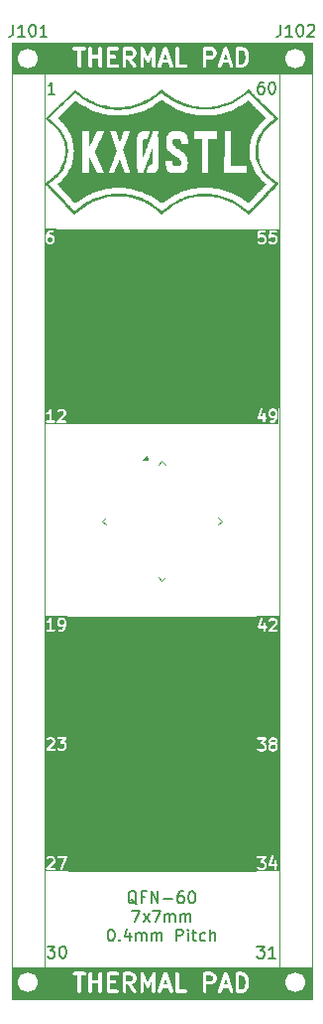
<source format=gto>
G04 #@! TF.GenerationSoftware,KiCad,Pcbnew,9.0.6*
G04 #@! TF.CreationDate,2026-01-07T14:27:30-06:00*
G04 #@! TF.ProjectId,QFN-60_7x7_P0.4,51464e2d-3630-45f3-9778-375f50302e34,rev?*
G04 #@! TF.SameCoordinates,Original*
G04 #@! TF.FileFunction,Legend,Top*
G04 #@! TF.FilePolarity,Positive*
%FSLAX46Y46*%
G04 Gerber Fmt 4.6, Leading zero omitted, Abs format (unit mm)*
G04 Created by KiCad (PCBNEW 9.0.6) date 2026-01-07 14:27:30*
%MOMM*%
%LPD*%
G01*
G04 APERTURE LIST*
G04 Aperture macros list*
%AMRoundRect*
0 Rectangle with rounded corners*
0 $1 Rounding radius*
0 $2 $3 $4 $5 $6 $7 $8 $9 X,Y pos of 4 corners*
0 Add a 4 corners polygon primitive as box body*
4,1,4,$2,$3,$4,$5,$6,$7,$8,$9,$2,$3,0*
0 Add four circle primitives for the rounded corners*
1,1,$1+$1,$2,$3*
1,1,$1+$1,$4,$5*
1,1,$1+$1,$6,$7*
1,1,$1+$1,$8,$9*
0 Add four rect primitives between the rounded corners*
20,1,$1+$1,$2,$3,$4,$5,0*
20,1,$1+$1,$4,$5,$6,$7,0*
20,1,$1+$1,$6,$7,$8,$9,0*
20,1,$1+$1,$8,$9,$2,$3,0*%
%AMRotRect*
0 Rectangle, with rotation*
0 The origin of the aperture is its center*
0 $1 length*
0 $2 width*
0 $3 Rotation angle, in degrees counterclockwise*
0 Add horizontal line*
21,1,$1,$2,0,0,$3*%
G04 Aperture macros list end*
%ADD10C,0.100000*%
%ADD11C,0.200000*%
%ADD12C,0.300000*%
%ADD13C,0.150000*%
%ADD14C,0.120000*%
%ADD15C,0.000000*%
%ADD16RoundRect,0.050000X-0.424264X0.353553X0.353553X-0.424264X0.424264X-0.353553X-0.353553X0.424264X0*%
%ADD17RoundRect,0.050000X-0.424264X-0.353553X-0.353553X-0.424264X0.424264X0.353553X0.353553X0.424264X0*%
%ADD18RotRect,3.400000X3.400000X315.000000*%
%ADD19C,1.700000*%
%ADD20R,1.700000X1.700000*%
G04 APERTURE END LIST*
D10*
X129377000Y-95960000D02*
X146503000Y-95960000D01*
X146503000Y-98080000D01*
X129377000Y-98080000D01*
X129377000Y-95960000D01*
G36*
X129377000Y-95960000D02*
G01*
X146503000Y-95960000D01*
X146503000Y-98080000D01*
X129377000Y-98080000D01*
X129377000Y-95960000D01*
G37*
X130357000Y-98687000D02*
X146503000Y-98687000D01*
X146503000Y-112493000D01*
X130357000Y-112493000D01*
X130357000Y-98687000D01*
G36*
X130357000Y-98687000D02*
G01*
X146503000Y-98687000D01*
X146503000Y-112493000D01*
X130357000Y-112493000D01*
X130357000Y-98687000D01*
G37*
D11*
G36*
X148439056Y-97333330D02*
G01*
X146493492Y-97333330D01*
X146493492Y-96608062D01*
X146604603Y-96608062D01*
X146606057Y-96612880D01*
X146606057Y-96617918D01*
X146611653Y-96631427D01*
X146615874Y-96645417D01*
X146619061Y-96649313D01*
X146620989Y-96653966D01*
X146631325Y-96664302D01*
X146640581Y-96675615D01*
X146645018Y-96677995D01*
X146648579Y-96681556D01*
X146662084Y-96687150D01*
X146674965Y-96694060D01*
X146679974Y-96694560D01*
X146684627Y-96696488D01*
X146699248Y-96696488D01*
X146713789Y-96697942D01*
X146718608Y-96696488D01*
X146723645Y-96696488D01*
X146737154Y-96690891D01*
X146751144Y-96686671D01*
X146755040Y-96683483D01*
X146759693Y-96681556D01*
X146774847Y-96669120D01*
X146810990Y-96632975D01*
X146870600Y-96603171D01*
X147061481Y-96603171D01*
X147121090Y-96632976D01*
X147145759Y-96657644D01*
X147175564Y-96717254D01*
X147175564Y-96908135D01*
X147145759Y-96967743D01*
X147121090Y-96992413D01*
X147061481Y-97022219D01*
X146870600Y-97022219D01*
X146810990Y-96992414D01*
X146774847Y-96956270D01*
X146759694Y-96943833D01*
X146723646Y-96928902D01*
X146684628Y-96928901D01*
X146648579Y-96943832D01*
X146620989Y-96971422D01*
X146606058Y-97007470D01*
X146606057Y-97046488D01*
X146620988Y-97082537D01*
X146633425Y-97097690D01*
X146681043Y-97145310D01*
X146688711Y-97151603D01*
X146690443Y-97153600D01*
X146693451Y-97155493D01*
X146696197Y-97157747D01*
X146698637Y-97158757D01*
X146707034Y-97164043D01*
X146802271Y-97211662D01*
X146820580Y-97218668D01*
X146824163Y-97218922D01*
X146827484Y-97220298D01*
X146846993Y-97222219D01*
X147085088Y-97222219D01*
X147104597Y-97220298D01*
X147107917Y-97218922D01*
X147111501Y-97218668D01*
X147129809Y-97211662D01*
X147225047Y-97164043D01*
X147233442Y-97158758D01*
X147235884Y-97157747D01*
X147238631Y-97155491D01*
X147241637Y-97153600D01*
X147243367Y-97151605D01*
X147251037Y-97145310D01*
X147298656Y-97097690D01*
X147304948Y-97090023D01*
X147306945Y-97088292D01*
X147308838Y-97085284D01*
X147311093Y-97082537D01*
X147312104Y-97080095D01*
X147317388Y-97071701D01*
X147365007Y-96976464D01*
X147372013Y-96958155D01*
X147372267Y-96954571D01*
X147373643Y-96951251D01*
X147375564Y-96931742D01*
X147375564Y-96693647D01*
X147373643Y-96674138D01*
X147372267Y-96670817D01*
X147372013Y-96667234D01*
X147365007Y-96648925D01*
X147344575Y-96608062D01*
X147556984Y-96608062D01*
X147558438Y-96612880D01*
X147558438Y-96617918D01*
X147564034Y-96631427D01*
X147568255Y-96645417D01*
X147571442Y-96649313D01*
X147573370Y-96653966D01*
X147583706Y-96664302D01*
X147592962Y-96675615D01*
X147597399Y-96677995D01*
X147600960Y-96681556D01*
X147614465Y-96687150D01*
X147627346Y-96694060D01*
X147632355Y-96694560D01*
X147637008Y-96696488D01*
X147651629Y-96696488D01*
X147666170Y-96697942D01*
X147670989Y-96696488D01*
X147676026Y-96696488D01*
X147689535Y-96690891D01*
X147703525Y-96686671D01*
X147707421Y-96683483D01*
X147712074Y-96681556D01*
X147727228Y-96669120D01*
X147763371Y-96632975D01*
X147822981Y-96603171D01*
X148013862Y-96603171D01*
X148073471Y-96632976D01*
X148098140Y-96657644D01*
X148127945Y-96717254D01*
X148127945Y-96908135D01*
X148098140Y-96967743D01*
X148073471Y-96992413D01*
X148013862Y-97022219D01*
X147822981Y-97022219D01*
X147763371Y-96992414D01*
X147727228Y-96956270D01*
X147712075Y-96943833D01*
X147676027Y-96928902D01*
X147637009Y-96928901D01*
X147600960Y-96943832D01*
X147573370Y-96971422D01*
X147558439Y-97007470D01*
X147558438Y-97046488D01*
X147573369Y-97082537D01*
X147585806Y-97097690D01*
X147633424Y-97145310D01*
X147641092Y-97151603D01*
X147642824Y-97153600D01*
X147645832Y-97155493D01*
X147648578Y-97157747D01*
X147651018Y-97158757D01*
X147659415Y-97164043D01*
X147754652Y-97211662D01*
X147772961Y-97218668D01*
X147776544Y-97218922D01*
X147779865Y-97220298D01*
X147799374Y-97222219D01*
X148037469Y-97222219D01*
X148056978Y-97220298D01*
X148060298Y-97218922D01*
X148063882Y-97218668D01*
X148082190Y-97211662D01*
X148177428Y-97164043D01*
X148185823Y-97158758D01*
X148188265Y-97157747D01*
X148191012Y-97155491D01*
X148194018Y-97153600D01*
X148195748Y-97151605D01*
X148203418Y-97145310D01*
X148251037Y-97097690D01*
X148257329Y-97090023D01*
X148259326Y-97088292D01*
X148261219Y-97085284D01*
X148263474Y-97082537D01*
X148264485Y-97080095D01*
X148269769Y-97071701D01*
X148317388Y-96976464D01*
X148324394Y-96958155D01*
X148324648Y-96954571D01*
X148326024Y-96951251D01*
X148327945Y-96931742D01*
X148327945Y-96693647D01*
X148326024Y-96674138D01*
X148324648Y-96670817D01*
X148324394Y-96667234D01*
X148317388Y-96648925D01*
X148269769Y-96553688D01*
X148264483Y-96545291D01*
X148263473Y-96542851D01*
X148261219Y-96540105D01*
X148259326Y-96537097D01*
X148257328Y-96535364D01*
X148251036Y-96527698D01*
X148203418Y-96480079D01*
X148195747Y-96473784D01*
X148194018Y-96471790D01*
X148191010Y-96469896D01*
X148188264Y-96467643D01*
X148185824Y-96466632D01*
X148177428Y-96461347D01*
X148082190Y-96413728D01*
X148063882Y-96406722D01*
X148060298Y-96406467D01*
X148056978Y-96405092D01*
X148037469Y-96403171D01*
X147799374Y-96403171D01*
X147779865Y-96405092D01*
X147776544Y-96406467D01*
X147776207Y-96406491D01*
X147794635Y-96222219D01*
X148180326Y-96222219D01*
X148199835Y-96220298D01*
X148235883Y-96205366D01*
X148263473Y-96177776D01*
X148278405Y-96141728D01*
X148278405Y-96102710D01*
X148263473Y-96066662D01*
X148235883Y-96039072D01*
X148199835Y-96024140D01*
X148180326Y-96022219D01*
X147704136Y-96022219D01*
X147696919Y-96022929D01*
X147694483Y-96022686D01*
X147692104Y-96023403D01*
X147684627Y-96024140D01*
X147671117Y-96029736D01*
X147657128Y-96033957D01*
X147653231Y-96037144D01*
X147648579Y-96039072D01*
X147638242Y-96049408D01*
X147626930Y-96058664D01*
X147624549Y-96063101D01*
X147620989Y-96066662D01*
X147615394Y-96080167D01*
X147608485Y-96093048D01*
X147607008Y-96100412D01*
X147606057Y-96102710D01*
X147606057Y-96105160D01*
X147604632Y-96112269D01*
X147557013Y-96588459D01*
X147556984Y-96608062D01*
X147344575Y-96608062D01*
X147317388Y-96553688D01*
X147312102Y-96545291D01*
X147311092Y-96542851D01*
X147308838Y-96540105D01*
X147306945Y-96537097D01*
X147304947Y-96535364D01*
X147298655Y-96527698D01*
X147251037Y-96480079D01*
X147243366Y-96473784D01*
X147241637Y-96471790D01*
X147238629Y-96469896D01*
X147235883Y-96467643D01*
X147233443Y-96466632D01*
X147225047Y-96461347D01*
X147129809Y-96413728D01*
X147111501Y-96406722D01*
X147107917Y-96406467D01*
X147104597Y-96405092D01*
X147085088Y-96403171D01*
X146846993Y-96403171D01*
X146827484Y-96405092D01*
X146824163Y-96406467D01*
X146823826Y-96406491D01*
X146842254Y-96222219D01*
X147227945Y-96222219D01*
X147247454Y-96220298D01*
X147283502Y-96205366D01*
X147311092Y-96177776D01*
X147326024Y-96141728D01*
X147326024Y-96102710D01*
X147311092Y-96066662D01*
X147283502Y-96039072D01*
X147247454Y-96024140D01*
X147227945Y-96022219D01*
X146751755Y-96022219D01*
X146744538Y-96022929D01*
X146742102Y-96022686D01*
X146739723Y-96023403D01*
X146732246Y-96024140D01*
X146718736Y-96029736D01*
X146704747Y-96033957D01*
X146700850Y-96037144D01*
X146696198Y-96039072D01*
X146685861Y-96049408D01*
X146674549Y-96058664D01*
X146672168Y-96063101D01*
X146668608Y-96066662D01*
X146663013Y-96080167D01*
X146656104Y-96093048D01*
X146654627Y-96100412D01*
X146653676Y-96102710D01*
X146653676Y-96105160D01*
X146652251Y-96112269D01*
X146604632Y-96588459D01*
X146604603Y-96608062D01*
X146493492Y-96608062D01*
X146493492Y-95911108D01*
X148439056Y-95911108D01*
X148439056Y-97333330D01*
G37*
G36*
X129019008Y-96622976D02*
G01*
X129043677Y-96647644D01*
X129073482Y-96707254D01*
X129073482Y-96898135D01*
X129043677Y-96957743D01*
X129019008Y-96982413D01*
X128959399Y-97012219D01*
X128816137Y-97012219D01*
X128756527Y-96982414D01*
X128731860Y-96957746D01*
X128702054Y-96898134D01*
X128702054Y-96707254D01*
X128731859Y-96647644D01*
X128756527Y-96622975D01*
X128816137Y-96593171D01*
X128959399Y-96593171D01*
X129019008Y-96622976D01*
G37*
G36*
X129384593Y-97323330D02*
G01*
X128390943Y-97323330D01*
X128390943Y-96540790D01*
X128502054Y-96540790D01*
X128502054Y-96921742D01*
X128503975Y-96941251D01*
X128505350Y-96944571D01*
X128505605Y-96948155D01*
X128512611Y-96966463D01*
X128560230Y-97061701D01*
X128565513Y-97070093D01*
X128566525Y-97072537D01*
X128568781Y-97075286D01*
X128570673Y-97078291D01*
X128572667Y-97080020D01*
X128578962Y-97087690D01*
X128626580Y-97135310D01*
X128634248Y-97141603D01*
X128635980Y-97143600D01*
X128638988Y-97145493D01*
X128641734Y-97147747D01*
X128644174Y-97148757D01*
X128652571Y-97154043D01*
X128747808Y-97201662D01*
X128766117Y-97208668D01*
X128769700Y-97208922D01*
X128773021Y-97210298D01*
X128792530Y-97212219D01*
X128983006Y-97212219D01*
X129002515Y-97210298D01*
X129005835Y-97208922D01*
X129009419Y-97208668D01*
X129027727Y-97201662D01*
X129122965Y-97154043D01*
X129131360Y-97148758D01*
X129133802Y-97147747D01*
X129136549Y-97145491D01*
X129139555Y-97143600D01*
X129141285Y-97141605D01*
X129148955Y-97135310D01*
X129196574Y-97087690D01*
X129202866Y-97080023D01*
X129204863Y-97078292D01*
X129206756Y-97075284D01*
X129209011Y-97072537D01*
X129210022Y-97070095D01*
X129215306Y-97061701D01*
X129262925Y-96966464D01*
X129269931Y-96948155D01*
X129270185Y-96944571D01*
X129271561Y-96941251D01*
X129273482Y-96921742D01*
X129273482Y-96683647D01*
X129271561Y-96664138D01*
X129270185Y-96660817D01*
X129269931Y-96657234D01*
X129262925Y-96638925D01*
X129215306Y-96543688D01*
X129210020Y-96535291D01*
X129209010Y-96532851D01*
X129206756Y-96530105D01*
X129204863Y-96527097D01*
X129202865Y-96525364D01*
X129196573Y-96517698D01*
X129148955Y-96470079D01*
X129141284Y-96463784D01*
X129139555Y-96461790D01*
X129136547Y-96459896D01*
X129133801Y-96457643D01*
X129131361Y-96456632D01*
X129122965Y-96451347D01*
X129027727Y-96403728D01*
X129009419Y-96396722D01*
X129005835Y-96396467D01*
X129002515Y-96395092D01*
X128983006Y-96393171D01*
X128792530Y-96393171D01*
X128773021Y-96395092D01*
X128769700Y-96396467D01*
X128766117Y-96396722D01*
X128747808Y-96403728D01*
X128738195Y-96408534D01*
X128742486Y-96391372D01*
X128822622Y-96271167D01*
X128851765Y-96242023D01*
X128911375Y-96212219D01*
X129078244Y-96212219D01*
X129097753Y-96210298D01*
X129133801Y-96195366D01*
X129161391Y-96167776D01*
X129176323Y-96131728D01*
X129176323Y-96092710D01*
X129161391Y-96056662D01*
X129133801Y-96029072D01*
X129097753Y-96014140D01*
X129078244Y-96012219D01*
X128887768Y-96012219D01*
X128868259Y-96014140D01*
X128864938Y-96015515D01*
X128861355Y-96015770D01*
X128843046Y-96022776D01*
X128747809Y-96070395D01*
X128739412Y-96075680D01*
X128736972Y-96076691D01*
X128734226Y-96078944D01*
X128731218Y-96080838D01*
X128729485Y-96082835D01*
X128721819Y-96089128D01*
X128674200Y-96136746D01*
X128674155Y-96136800D01*
X128674126Y-96136820D01*
X128667944Y-96144368D01*
X128661764Y-96151900D01*
X128661750Y-96151932D01*
X128661706Y-96151987D01*
X128566468Y-96294844D01*
X128560725Y-96305613D01*
X128559254Y-96307600D01*
X128558416Y-96309945D01*
X128557245Y-96312142D01*
X128556765Y-96314565D01*
X128552659Y-96326061D01*
X128505040Y-96516536D01*
X128504539Y-96519917D01*
X128503975Y-96521281D01*
X128503251Y-96528631D01*
X128502172Y-96535929D01*
X128502389Y-96537387D01*
X128502054Y-96540790D01*
X128390943Y-96540790D01*
X128390943Y-95901108D01*
X129384593Y-95901108D01*
X129384593Y-97323330D01*
G37*
G36*
X148063471Y-111462024D02*
G01*
X148088140Y-111486692D01*
X148117945Y-111546302D01*
X148117945Y-111737183D01*
X148088140Y-111796792D01*
X148063471Y-111821460D01*
X148003862Y-111851266D01*
X147860600Y-111851266D01*
X147800990Y-111821461D01*
X147776322Y-111796792D01*
X147746517Y-111737182D01*
X147746517Y-111546302D01*
X147776322Y-111486692D01*
X147800990Y-111462023D01*
X147860600Y-111432219D01*
X148003862Y-111432219D01*
X148063471Y-111462024D01*
G37*
G36*
X148429056Y-112543330D02*
G01*
X146483810Y-112543330D01*
X146483810Y-111986378D01*
X146594921Y-111986378D01*
X146596057Y-112002362D01*
X146596057Y-112018394D01*
X146597432Y-112021714D01*
X146597687Y-112025298D01*
X146604854Y-112039633D01*
X146610989Y-112054442D01*
X146613529Y-112056982D01*
X146615137Y-112060197D01*
X146627248Y-112070701D01*
X146638579Y-112082032D01*
X146641897Y-112083406D01*
X146644613Y-112085762D01*
X146659822Y-112090831D01*
X146674627Y-112096964D01*
X146679727Y-112097466D01*
X146681629Y-112098100D01*
X146684262Y-112097912D01*
X146694136Y-112098885D01*
X147070326Y-112098885D01*
X147070326Y-112332219D01*
X147072247Y-112351728D01*
X147087179Y-112387776D01*
X147114769Y-112415366D01*
X147150817Y-112430298D01*
X147189835Y-112430298D01*
X147225883Y-112415366D01*
X147253473Y-112387776D01*
X147268405Y-112351728D01*
X147270326Y-112332219D01*
X147270326Y-112098885D01*
X147313183Y-112098885D01*
X147332692Y-112096964D01*
X147368740Y-112082032D01*
X147396330Y-112054442D01*
X147411262Y-112018394D01*
X147411262Y-111979376D01*
X147396330Y-111943328D01*
X147368740Y-111915738D01*
X147332692Y-111900806D01*
X147313183Y-111898885D01*
X147270326Y-111898885D01*
X147270326Y-111665552D01*
X147268405Y-111646043D01*
X147253473Y-111609995D01*
X147225883Y-111582405D01*
X147189835Y-111567473D01*
X147150817Y-111567473D01*
X147114769Y-111582405D01*
X147087179Y-111609995D01*
X147072247Y-111646043D01*
X147070326Y-111665552D01*
X147070326Y-111898885D01*
X146832878Y-111898885D01*
X146958275Y-111522695D01*
X147546517Y-111522695D01*
X147546517Y-111760790D01*
X147548438Y-111780299D01*
X147549813Y-111783619D01*
X147550068Y-111787203D01*
X147557074Y-111805511D01*
X147604693Y-111900749D01*
X147609978Y-111909145D01*
X147610989Y-111911585D01*
X147613242Y-111914331D01*
X147615136Y-111917339D01*
X147617130Y-111919068D01*
X147623425Y-111926739D01*
X147671044Y-111974357D01*
X147678710Y-111980649D01*
X147680443Y-111982647D01*
X147683451Y-111984540D01*
X147686197Y-111986794D01*
X147688637Y-111987804D01*
X147697034Y-111993090D01*
X147792271Y-112040709D01*
X147810580Y-112047715D01*
X147814163Y-112047969D01*
X147817484Y-112049345D01*
X147836993Y-112051266D01*
X148027469Y-112051266D01*
X148046978Y-112049345D01*
X148050298Y-112047969D01*
X148053882Y-112047715D01*
X148072190Y-112040709D01*
X148081803Y-112035902D01*
X148077513Y-112053064D01*
X147997376Y-112173269D01*
X147968233Y-112202413D01*
X147908624Y-112232219D01*
X147741755Y-112232219D01*
X147722246Y-112234140D01*
X147686198Y-112249072D01*
X147658608Y-112276662D01*
X147643676Y-112312710D01*
X147643676Y-112351728D01*
X147658608Y-112387776D01*
X147686198Y-112415366D01*
X147722246Y-112430298D01*
X147741755Y-112432219D01*
X147932231Y-112432219D01*
X147951740Y-112430298D01*
X147955060Y-112428922D01*
X147958644Y-112428668D01*
X147976952Y-112421662D01*
X148072190Y-112374043D01*
X148080585Y-112368758D01*
X148083027Y-112367747D01*
X148085774Y-112365491D01*
X148088780Y-112363600D01*
X148090510Y-112361605D01*
X148098180Y-112355310D01*
X148145799Y-112307690D01*
X148145841Y-112307637D01*
X148145873Y-112307617D01*
X148152012Y-112300119D01*
X148158236Y-112292537D01*
X148158250Y-112292501D01*
X148158293Y-112292450D01*
X148253531Y-112149593D01*
X148259273Y-112138823D01*
X148260745Y-112136837D01*
X148261583Y-112134491D01*
X148262754Y-112132295D01*
X148263233Y-112129871D01*
X148267340Y-112118377D01*
X148314959Y-111927901D01*
X148315459Y-111924519D01*
X148316024Y-111923156D01*
X148316747Y-111915805D01*
X148317827Y-111908508D01*
X148317609Y-111907049D01*
X148317945Y-111903647D01*
X148317945Y-111522695D01*
X148316024Y-111503186D01*
X148314648Y-111499865D01*
X148314394Y-111496282D01*
X148307388Y-111477973D01*
X148259769Y-111382736D01*
X148254483Y-111374339D01*
X148253473Y-111371899D01*
X148251219Y-111369153D01*
X148249326Y-111366145D01*
X148247328Y-111364412D01*
X148241036Y-111356746D01*
X148193418Y-111309127D01*
X148185747Y-111302832D01*
X148184018Y-111300838D01*
X148181010Y-111298944D01*
X148178264Y-111296691D01*
X148175824Y-111295680D01*
X148167428Y-111290395D01*
X148072190Y-111242776D01*
X148053882Y-111235770D01*
X148050298Y-111235515D01*
X148046978Y-111234140D01*
X148027469Y-111232219D01*
X147836993Y-111232219D01*
X147817484Y-111234140D01*
X147814163Y-111235515D01*
X147810580Y-111235770D01*
X147792271Y-111242776D01*
X147697034Y-111290395D01*
X147688637Y-111295680D01*
X147686197Y-111296691D01*
X147683451Y-111298944D01*
X147680443Y-111300838D01*
X147678710Y-111302835D01*
X147671044Y-111309128D01*
X147623425Y-111356746D01*
X147617130Y-111364416D01*
X147615136Y-111366146D01*
X147613242Y-111369153D01*
X147610989Y-111371900D01*
X147609978Y-111374339D01*
X147604693Y-111382736D01*
X147557074Y-111477974D01*
X147550068Y-111496282D01*
X147549813Y-111499865D01*
X147548438Y-111503186D01*
X147546517Y-111522695D01*
X146958275Y-111522695D01*
X147027099Y-111316223D01*
X147031446Y-111297108D01*
X147028680Y-111258188D01*
X147011230Y-111223289D01*
X146981754Y-111197724D01*
X146944738Y-111185385D01*
X146905818Y-111188152D01*
X146870919Y-111205601D01*
X146845354Y-111235077D01*
X146837363Y-111252978D01*
X146599268Y-111967262D01*
X146597068Y-111976933D01*
X146596057Y-111979376D01*
X146596057Y-111981382D01*
X146594921Y-111986378D01*
X146483810Y-111986378D01*
X146483810Y-111074274D01*
X148429056Y-111074274D01*
X148429056Y-112543330D01*
G37*
G36*
X130366974Y-112553330D02*
G01*
X128421728Y-112553330D01*
X128421728Y-111615426D01*
X128532839Y-111615426D01*
X128535605Y-111654346D01*
X128553054Y-111689245D01*
X128582531Y-111714809D01*
X128619547Y-111727148D01*
X128658467Y-111724382D01*
X128676775Y-111717376D01*
X128772013Y-111669757D01*
X128780409Y-111664471D01*
X128782849Y-111663461D01*
X128785595Y-111661207D01*
X128788603Y-111659314D01*
X128790332Y-111657319D01*
X128798003Y-111651025D01*
X128817768Y-111631260D01*
X128817768Y-112242219D01*
X128632054Y-112242219D01*
X128612545Y-112244140D01*
X128576497Y-112259072D01*
X128548907Y-112286662D01*
X128533975Y-112322710D01*
X128533975Y-112361728D01*
X128548907Y-112397776D01*
X128576497Y-112425366D01*
X128612545Y-112440298D01*
X128632054Y-112442219D01*
X129203482Y-112442219D01*
X129222991Y-112440298D01*
X129259039Y-112425366D01*
X129286629Y-112397776D01*
X129301561Y-112361728D01*
X129301561Y-112322710D01*
X129438737Y-112322710D01*
X129438737Y-112361728D01*
X129453669Y-112397776D01*
X129481259Y-112425366D01*
X129517307Y-112440298D01*
X129536816Y-112442219D01*
X130155863Y-112442219D01*
X130175372Y-112440298D01*
X130211420Y-112425366D01*
X130239010Y-112397776D01*
X130253942Y-112361728D01*
X130253942Y-112322710D01*
X130239010Y-112286662D01*
X130211420Y-112259072D01*
X130175372Y-112244140D01*
X130155863Y-112242219D01*
X129778238Y-112242219D01*
X130178955Y-111841501D01*
X130191391Y-111826347D01*
X130192765Y-111823028D01*
X130195121Y-111820313D01*
X130203112Y-111802413D01*
X130250731Y-111659556D01*
X130252930Y-111649883D01*
X130253942Y-111647442D01*
X130254290Y-111643904D01*
X130255078Y-111640441D01*
X130254890Y-111637806D01*
X130255863Y-111627933D01*
X130255863Y-111532695D01*
X130253942Y-111513186D01*
X130252566Y-111509865D01*
X130252312Y-111506282D01*
X130245306Y-111487973D01*
X130197687Y-111392736D01*
X130192401Y-111384339D01*
X130191391Y-111381899D01*
X130189137Y-111379153D01*
X130187244Y-111376145D01*
X130185246Y-111374412D01*
X130178954Y-111366746D01*
X130131336Y-111319127D01*
X130123665Y-111312832D01*
X130121936Y-111310838D01*
X130118928Y-111308944D01*
X130116182Y-111306691D01*
X130113742Y-111305680D01*
X130105346Y-111300395D01*
X130010108Y-111252776D01*
X129991800Y-111245770D01*
X129988216Y-111245515D01*
X129984896Y-111244140D01*
X129965387Y-111242219D01*
X129727292Y-111242219D01*
X129707783Y-111244140D01*
X129704462Y-111245515D01*
X129700879Y-111245770D01*
X129682570Y-111252776D01*
X129587333Y-111300395D01*
X129578936Y-111305680D01*
X129576496Y-111306691D01*
X129573750Y-111308944D01*
X129570742Y-111310838D01*
X129569009Y-111312835D01*
X129561343Y-111319128D01*
X129513724Y-111366746D01*
X129501288Y-111381900D01*
X129486356Y-111417948D01*
X129486356Y-111456966D01*
X129501288Y-111493014D01*
X129528878Y-111520604D01*
X129564926Y-111535536D01*
X129603944Y-111535536D01*
X129639992Y-111520604D01*
X129655146Y-111508168D01*
X129691289Y-111472023D01*
X129750899Y-111442219D01*
X129941780Y-111442219D01*
X130001389Y-111472024D01*
X130026058Y-111496692D01*
X130055863Y-111556302D01*
X130055863Y-111611706D01*
X130020841Y-111716770D01*
X129466105Y-112271508D01*
X129453669Y-112286662D01*
X129438737Y-112322710D01*
X129301561Y-112322710D01*
X129286629Y-112286662D01*
X129259039Y-112259072D01*
X129222991Y-112244140D01*
X129203482Y-112242219D01*
X129017768Y-112242219D01*
X129017768Y-111342219D01*
X129017761Y-111342148D01*
X129017768Y-111342114D01*
X129017747Y-111342012D01*
X129015847Y-111322710D01*
X129012057Y-111313561D01*
X129010116Y-111303854D01*
X129004664Y-111295713D01*
X129000915Y-111286662D01*
X128993915Y-111279662D01*
X128988405Y-111271434D01*
X128980250Y-111265997D01*
X128973325Y-111259072D01*
X128964181Y-111255284D01*
X128955940Y-111249790D01*
X128946326Y-111247888D01*
X128937277Y-111244140D01*
X128927376Y-111244140D01*
X128917664Y-111242219D01*
X128908059Y-111244140D01*
X128898259Y-111244140D01*
X128889110Y-111247929D01*
X128879403Y-111249871D01*
X128871262Y-111255322D01*
X128862211Y-111259072D01*
X128855211Y-111266071D01*
X128846983Y-111271582D01*
X128834694Y-111286588D01*
X128834621Y-111286662D01*
X128834607Y-111286694D01*
X128834563Y-111286749D01*
X128744819Y-111421365D01*
X128668055Y-111498128D01*
X128587333Y-111538490D01*
X128570742Y-111548933D01*
X128545178Y-111578410D01*
X128532839Y-111615426D01*
X128421728Y-111615426D01*
X128421728Y-111131108D01*
X130366974Y-111131108D01*
X130366974Y-112553330D01*
G37*
G36*
X130011389Y-129262024D02*
G01*
X130036058Y-129286692D01*
X130065863Y-129346302D01*
X130065863Y-129537183D01*
X130036058Y-129596792D01*
X130011389Y-129621460D01*
X129951780Y-129651266D01*
X129808518Y-129651266D01*
X129748908Y-129621461D01*
X129724240Y-129596792D01*
X129694435Y-129537182D01*
X129694435Y-129346302D01*
X129724240Y-129286692D01*
X129748908Y-129262023D01*
X129808518Y-129232219D01*
X129951780Y-129232219D01*
X130011389Y-129262024D01*
G37*
G36*
X130376974Y-130343330D02*
G01*
X128431728Y-130343330D01*
X128431728Y-129405426D01*
X128542839Y-129405426D01*
X128545605Y-129444346D01*
X128563054Y-129479245D01*
X128592531Y-129504809D01*
X128629547Y-129517148D01*
X128668467Y-129514382D01*
X128686775Y-129507376D01*
X128782013Y-129459757D01*
X128790409Y-129454471D01*
X128792849Y-129453461D01*
X128795595Y-129451207D01*
X128798603Y-129449314D01*
X128800332Y-129447319D01*
X128808003Y-129441025D01*
X128827768Y-129421260D01*
X128827768Y-130032219D01*
X128642054Y-130032219D01*
X128622545Y-130034140D01*
X128586497Y-130049072D01*
X128558907Y-130076662D01*
X128543975Y-130112710D01*
X128543975Y-130151728D01*
X128558907Y-130187776D01*
X128586497Y-130215366D01*
X128622545Y-130230298D01*
X128642054Y-130232219D01*
X129213482Y-130232219D01*
X129232991Y-130230298D01*
X129269039Y-130215366D01*
X129296629Y-130187776D01*
X129311561Y-130151728D01*
X129311561Y-130112710D01*
X129296629Y-130076662D01*
X129269039Y-130049072D01*
X129232991Y-130034140D01*
X129213482Y-130032219D01*
X129027768Y-130032219D01*
X129027768Y-129322695D01*
X129494435Y-129322695D01*
X129494435Y-129560790D01*
X129496356Y-129580299D01*
X129497731Y-129583619D01*
X129497986Y-129587203D01*
X129504992Y-129605511D01*
X129552611Y-129700749D01*
X129557896Y-129709145D01*
X129558907Y-129711585D01*
X129561160Y-129714331D01*
X129563054Y-129717339D01*
X129565048Y-129719068D01*
X129571343Y-129726739D01*
X129618962Y-129774357D01*
X129626628Y-129780649D01*
X129628361Y-129782647D01*
X129631369Y-129784540D01*
X129634115Y-129786794D01*
X129636555Y-129787804D01*
X129644952Y-129793090D01*
X129740189Y-129840709D01*
X129758498Y-129847715D01*
X129762081Y-129847969D01*
X129765402Y-129849345D01*
X129784911Y-129851266D01*
X129975387Y-129851266D01*
X129994896Y-129849345D01*
X129998216Y-129847969D01*
X130001800Y-129847715D01*
X130020108Y-129840709D01*
X130029721Y-129835902D01*
X130025431Y-129853064D01*
X129945294Y-129973269D01*
X129916151Y-130002413D01*
X129856542Y-130032219D01*
X129689673Y-130032219D01*
X129670164Y-130034140D01*
X129634116Y-130049072D01*
X129606526Y-130076662D01*
X129591594Y-130112710D01*
X129591594Y-130151728D01*
X129606526Y-130187776D01*
X129634116Y-130215366D01*
X129670164Y-130230298D01*
X129689673Y-130232219D01*
X129880149Y-130232219D01*
X129899658Y-130230298D01*
X129902978Y-130228922D01*
X129906562Y-130228668D01*
X129924870Y-130221662D01*
X130020108Y-130174043D01*
X130028503Y-130168758D01*
X130030945Y-130167747D01*
X130033692Y-130165491D01*
X130036698Y-130163600D01*
X130038428Y-130161605D01*
X130046098Y-130155310D01*
X130093717Y-130107690D01*
X130093759Y-130107637D01*
X130093791Y-130107617D01*
X130099930Y-130100119D01*
X130106154Y-130092537D01*
X130106168Y-130092501D01*
X130106211Y-130092450D01*
X130201449Y-129949593D01*
X130207191Y-129938823D01*
X130208663Y-129936837D01*
X130209501Y-129934491D01*
X130210672Y-129932295D01*
X130211151Y-129929871D01*
X130215258Y-129918377D01*
X130262877Y-129727901D01*
X130263377Y-129724519D01*
X130263942Y-129723156D01*
X130264665Y-129715805D01*
X130265745Y-129708508D01*
X130265527Y-129707049D01*
X130265863Y-129703647D01*
X130265863Y-129322695D01*
X130263942Y-129303186D01*
X130262566Y-129299865D01*
X130262312Y-129296282D01*
X130255306Y-129277973D01*
X130207687Y-129182736D01*
X130202401Y-129174339D01*
X130201391Y-129171899D01*
X130199137Y-129169153D01*
X130197244Y-129166145D01*
X130195246Y-129164412D01*
X130188954Y-129156746D01*
X130141336Y-129109127D01*
X130133665Y-129102832D01*
X130131936Y-129100838D01*
X130128928Y-129098944D01*
X130126182Y-129096691D01*
X130123742Y-129095680D01*
X130115346Y-129090395D01*
X130020108Y-129042776D01*
X130001800Y-129035770D01*
X129998216Y-129035515D01*
X129994896Y-129034140D01*
X129975387Y-129032219D01*
X129784911Y-129032219D01*
X129765402Y-129034140D01*
X129762081Y-129035515D01*
X129758498Y-129035770D01*
X129740189Y-129042776D01*
X129644952Y-129090395D01*
X129636555Y-129095680D01*
X129634115Y-129096691D01*
X129631369Y-129098944D01*
X129628361Y-129100838D01*
X129626628Y-129102835D01*
X129618962Y-129109128D01*
X129571343Y-129156746D01*
X129565048Y-129164416D01*
X129563054Y-129166146D01*
X129561160Y-129169153D01*
X129558907Y-129171900D01*
X129557896Y-129174339D01*
X129552611Y-129182736D01*
X129504992Y-129277974D01*
X129497986Y-129296282D01*
X129497731Y-129299865D01*
X129496356Y-129303186D01*
X129494435Y-129322695D01*
X129027768Y-129322695D01*
X129027768Y-129132219D01*
X129027761Y-129132148D01*
X129027768Y-129132114D01*
X129027747Y-129132012D01*
X129025847Y-129112710D01*
X129022057Y-129103561D01*
X129020116Y-129093854D01*
X129014664Y-129085713D01*
X129010915Y-129076662D01*
X129003915Y-129069662D01*
X128998405Y-129061434D01*
X128990250Y-129055997D01*
X128983325Y-129049072D01*
X128974181Y-129045284D01*
X128965940Y-129039790D01*
X128956326Y-129037888D01*
X128947277Y-129034140D01*
X128937376Y-129034140D01*
X128927664Y-129032219D01*
X128918059Y-129034140D01*
X128908259Y-129034140D01*
X128899110Y-129037929D01*
X128889403Y-129039871D01*
X128881262Y-129045322D01*
X128872211Y-129049072D01*
X128865211Y-129056071D01*
X128856983Y-129061582D01*
X128844694Y-129076588D01*
X128844621Y-129076662D01*
X128844607Y-129076694D01*
X128844563Y-129076749D01*
X128754819Y-129211365D01*
X128678055Y-129288128D01*
X128597333Y-129328490D01*
X128580742Y-129338933D01*
X128555178Y-129368410D01*
X128542839Y-129405426D01*
X128431728Y-129405426D01*
X128431728Y-128921108D01*
X130376974Y-128921108D01*
X130376974Y-130343330D01*
G37*
G36*
X148439056Y-130389601D02*
G01*
X146493810Y-130389601D01*
X146493810Y-129832649D01*
X146604921Y-129832649D01*
X146606057Y-129848633D01*
X146606057Y-129864665D01*
X146607432Y-129867985D01*
X146607687Y-129871569D01*
X146614854Y-129885904D01*
X146620989Y-129900713D01*
X146623529Y-129903253D01*
X146625137Y-129906468D01*
X146637248Y-129916972D01*
X146648579Y-129928303D01*
X146651897Y-129929677D01*
X146654613Y-129932033D01*
X146669822Y-129937102D01*
X146684627Y-129943235D01*
X146689727Y-129943737D01*
X146691629Y-129944371D01*
X146694262Y-129944183D01*
X146704136Y-129945156D01*
X147080326Y-129945156D01*
X147080326Y-130178490D01*
X147082247Y-130197999D01*
X147097179Y-130234047D01*
X147124769Y-130261637D01*
X147160817Y-130276569D01*
X147199835Y-130276569D01*
X147235883Y-130261637D01*
X147263473Y-130234047D01*
X147278405Y-130197999D01*
X147280326Y-130178490D01*
X147280326Y-130158981D01*
X147510819Y-130158981D01*
X147510819Y-130197999D01*
X147525751Y-130234047D01*
X147553341Y-130261637D01*
X147589389Y-130276569D01*
X147608898Y-130278490D01*
X148227945Y-130278490D01*
X148247454Y-130276569D01*
X148283502Y-130261637D01*
X148311092Y-130234047D01*
X148326024Y-130197999D01*
X148326024Y-130158981D01*
X148311092Y-130122933D01*
X148283502Y-130095343D01*
X148247454Y-130080411D01*
X148227945Y-130078490D01*
X147850320Y-130078490D01*
X148251037Y-129677772D01*
X148263473Y-129662618D01*
X148264847Y-129659299D01*
X148267203Y-129656584D01*
X148275194Y-129638684D01*
X148322813Y-129495827D01*
X148325012Y-129486154D01*
X148326024Y-129483713D01*
X148326372Y-129480175D01*
X148327160Y-129476712D01*
X148326972Y-129474077D01*
X148327945Y-129464204D01*
X148327945Y-129368966D01*
X148326024Y-129349457D01*
X148324648Y-129346136D01*
X148324394Y-129342553D01*
X148317388Y-129324244D01*
X148269769Y-129229007D01*
X148264483Y-129220610D01*
X148263473Y-129218170D01*
X148261219Y-129215424D01*
X148259326Y-129212416D01*
X148257328Y-129210683D01*
X148251036Y-129203017D01*
X148203418Y-129155398D01*
X148195747Y-129149103D01*
X148194018Y-129147109D01*
X148191010Y-129145215D01*
X148188264Y-129142962D01*
X148185824Y-129141951D01*
X148177428Y-129136666D01*
X148082190Y-129089047D01*
X148063882Y-129082041D01*
X148060298Y-129081786D01*
X148056978Y-129080411D01*
X148037469Y-129078490D01*
X147799374Y-129078490D01*
X147779865Y-129080411D01*
X147776544Y-129081786D01*
X147772961Y-129082041D01*
X147754652Y-129089047D01*
X147659415Y-129136666D01*
X147651018Y-129141951D01*
X147648578Y-129142962D01*
X147645832Y-129145215D01*
X147642824Y-129147109D01*
X147641091Y-129149106D01*
X147633425Y-129155399D01*
X147585806Y-129203017D01*
X147573370Y-129218171D01*
X147558438Y-129254219D01*
X147558438Y-129293237D01*
X147573370Y-129329285D01*
X147600960Y-129356875D01*
X147637008Y-129371807D01*
X147676026Y-129371807D01*
X147712074Y-129356875D01*
X147727228Y-129344439D01*
X147763371Y-129308294D01*
X147822981Y-129278490D01*
X148013862Y-129278490D01*
X148073471Y-129308295D01*
X148098140Y-129332963D01*
X148127945Y-129392573D01*
X148127945Y-129447977D01*
X148092923Y-129553041D01*
X147538187Y-130107779D01*
X147525751Y-130122933D01*
X147510819Y-130158981D01*
X147280326Y-130158981D01*
X147280326Y-129945156D01*
X147323183Y-129945156D01*
X147342692Y-129943235D01*
X147378740Y-129928303D01*
X147406330Y-129900713D01*
X147421262Y-129864665D01*
X147421262Y-129825647D01*
X147406330Y-129789599D01*
X147378740Y-129762009D01*
X147342692Y-129747077D01*
X147323183Y-129745156D01*
X147280326Y-129745156D01*
X147280326Y-129511823D01*
X147278405Y-129492314D01*
X147263473Y-129456266D01*
X147235883Y-129428676D01*
X147199835Y-129413744D01*
X147160817Y-129413744D01*
X147124769Y-129428676D01*
X147097179Y-129456266D01*
X147082247Y-129492314D01*
X147080326Y-129511823D01*
X147080326Y-129745156D01*
X146842878Y-129745156D01*
X147037099Y-129162494D01*
X147041446Y-129143379D01*
X147038680Y-129104459D01*
X147021230Y-129069560D01*
X146991754Y-129043995D01*
X146954738Y-129031656D01*
X146915818Y-129034423D01*
X146880919Y-129051872D01*
X146855354Y-129081348D01*
X146847363Y-129099249D01*
X146609268Y-129813533D01*
X146607068Y-129823204D01*
X146606057Y-129825647D01*
X146606057Y-129827653D01*
X146604921Y-129832649D01*
X146493810Y-129832649D01*
X146493810Y-128920545D01*
X148439056Y-128920545D01*
X148439056Y-130389601D01*
G37*
D10*
X130357000Y-128970000D02*
X146483000Y-128970000D01*
X146483000Y-140761750D01*
X130357000Y-140761750D01*
X130357000Y-128970000D01*
G36*
X130357000Y-128970000D02*
G01*
X146483000Y-128970000D01*
X146483000Y-140761750D01*
X130357000Y-140761750D01*
X130357000Y-128970000D01*
G37*
X128474000Y-130359125D02*
X148370000Y-130359125D01*
X148370000Y-139100875D01*
X128474000Y-139100875D01*
X128474000Y-130359125D01*
G36*
X128474000Y-130359125D02*
G01*
X148370000Y-130359125D01*
X148370000Y-139100875D01*
X128474000Y-139100875D01*
X128474000Y-130359125D01*
G37*
D11*
G36*
X148073471Y-139910595D02*
G01*
X148098140Y-139935263D01*
X148127945Y-139994873D01*
X148127945Y-140138135D01*
X148098140Y-140197743D01*
X148073471Y-140222413D01*
X148013862Y-140252219D01*
X147870600Y-140252219D01*
X147810990Y-140222414D01*
X147786323Y-140197746D01*
X147756517Y-140138134D01*
X147756517Y-139994873D01*
X147786322Y-139935263D01*
X147810990Y-139910594D01*
X147870600Y-139880790D01*
X148013862Y-139880790D01*
X148073471Y-139910595D01*
G37*
G36*
X148073471Y-139482024D02*
G01*
X148098140Y-139506692D01*
X148127945Y-139566302D01*
X148127945Y-139566707D01*
X148098140Y-139626316D01*
X148073471Y-139650984D01*
X148013862Y-139680790D01*
X147870600Y-139680790D01*
X147810990Y-139650985D01*
X147786322Y-139626316D01*
X147756517Y-139566706D01*
X147756517Y-139566302D01*
X147786322Y-139506692D01*
X147810990Y-139482023D01*
X147870600Y-139452219D01*
X148013862Y-139452219D01*
X148073471Y-139482024D01*
G37*
G36*
X148439056Y-140563330D02*
G01*
X146447327Y-140563330D01*
X146447327Y-139332710D01*
X146558438Y-139332710D01*
X146558438Y-139371728D01*
X146573370Y-139407776D01*
X146600960Y-139435366D01*
X146637008Y-139450298D01*
X146656517Y-139452219D01*
X147055187Y-139452219D01*
X146866973Y-139667321D01*
X146860943Y-139675754D01*
X146859084Y-139677614D01*
X146858353Y-139679377D01*
X146855572Y-139683268D01*
X146850367Y-139698656D01*
X146844152Y-139713662D01*
X146844152Y-139717035D01*
X146843072Y-139720229D01*
X146844152Y-139736431D01*
X146844152Y-139752680D01*
X146845442Y-139755795D01*
X146845667Y-139759161D01*
X146852867Y-139773721D01*
X146859084Y-139788728D01*
X146861468Y-139791112D01*
X146862964Y-139794136D01*
X146875189Y-139804833D01*
X146886674Y-139816318D01*
X146889788Y-139817608D01*
X146892328Y-139819830D01*
X146907716Y-139825034D01*
X146922722Y-139831250D01*
X146927481Y-139831718D01*
X146929289Y-139832330D01*
X146931913Y-139832155D01*
X146942231Y-139833171D01*
X147061481Y-139833171D01*
X147121090Y-139862976D01*
X147145759Y-139887644D01*
X147175564Y-139947254D01*
X147175564Y-140138135D01*
X147145759Y-140197743D01*
X147121090Y-140222413D01*
X147061481Y-140252219D01*
X146822981Y-140252219D01*
X146763371Y-140222414D01*
X146727228Y-140186270D01*
X146712075Y-140173833D01*
X146676027Y-140158902D01*
X146637009Y-140158901D01*
X146600960Y-140173832D01*
X146573370Y-140201422D01*
X146558439Y-140237470D01*
X146558438Y-140276488D01*
X146573369Y-140312537D01*
X146585806Y-140327690D01*
X146633424Y-140375310D01*
X146641092Y-140381603D01*
X146642824Y-140383600D01*
X146645832Y-140385493D01*
X146648578Y-140387747D01*
X146651018Y-140388757D01*
X146659415Y-140394043D01*
X146754652Y-140441662D01*
X146772961Y-140448668D01*
X146776544Y-140448922D01*
X146779865Y-140450298D01*
X146799374Y-140452219D01*
X147085088Y-140452219D01*
X147104597Y-140450298D01*
X147107917Y-140448922D01*
X147111501Y-140448668D01*
X147129809Y-140441662D01*
X147225047Y-140394043D01*
X147233442Y-140388758D01*
X147235884Y-140387747D01*
X147238631Y-140385491D01*
X147241637Y-140383600D01*
X147243367Y-140381605D01*
X147251037Y-140375310D01*
X147298656Y-140327690D01*
X147304948Y-140320023D01*
X147306945Y-140318292D01*
X147308838Y-140315284D01*
X147311093Y-140312537D01*
X147312104Y-140310095D01*
X147317388Y-140301701D01*
X147365007Y-140206464D01*
X147372013Y-140188155D01*
X147372267Y-140184571D01*
X147373643Y-140181251D01*
X147375564Y-140161742D01*
X147375564Y-139923647D01*
X147373643Y-139904138D01*
X147372267Y-139900817D01*
X147372013Y-139897234D01*
X147365007Y-139878925D01*
X147317388Y-139783688D01*
X147312102Y-139775291D01*
X147311092Y-139772851D01*
X147308838Y-139770105D01*
X147306945Y-139767097D01*
X147304947Y-139765364D01*
X147298655Y-139757698D01*
X147251037Y-139710079D01*
X147243366Y-139703784D01*
X147241637Y-139701790D01*
X147238629Y-139699896D01*
X147235883Y-139697643D01*
X147233443Y-139696632D01*
X147225047Y-139691347D01*
X147146199Y-139651923D01*
X147241774Y-139542695D01*
X147556517Y-139542695D01*
X147556517Y-139590314D01*
X147558438Y-139609823D01*
X147559813Y-139613143D01*
X147560068Y-139616727D01*
X147567074Y-139635035D01*
X147614693Y-139730273D01*
X147619978Y-139738669D01*
X147620989Y-139741109D01*
X147623242Y-139743855D01*
X147625136Y-139746863D01*
X147627130Y-139748592D01*
X147633425Y-139756263D01*
X147657952Y-139780790D01*
X147633425Y-139805317D01*
X147627130Y-139812987D01*
X147625136Y-139814717D01*
X147623242Y-139817724D01*
X147620989Y-139820471D01*
X147619978Y-139822910D01*
X147614693Y-139831307D01*
X147567074Y-139926545D01*
X147560068Y-139944853D01*
X147559813Y-139948436D01*
X147558438Y-139951757D01*
X147556517Y-139971266D01*
X147556517Y-140161742D01*
X147558438Y-140181251D01*
X147559813Y-140184571D01*
X147560068Y-140188155D01*
X147567074Y-140206463D01*
X147614693Y-140301701D01*
X147619976Y-140310093D01*
X147620988Y-140312537D01*
X147623244Y-140315286D01*
X147625136Y-140318291D01*
X147627130Y-140320020D01*
X147633425Y-140327690D01*
X147681043Y-140375310D01*
X147688711Y-140381603D01*
X147690443Y-140383600D01*
X147693451Y-140385493D01*
X147696197Y-140387747D01*
X147698637Y-140388757D01*
X147707034Y-140394043D01*
X147802271Y-140441662D01*
X147820580Y-140448668D01*
X147824163Y-140448922D01*
X147827484Y-140450298D01*
X147846993Y-140452219D01*
X148037469Y-140452219D01*
X148056978Y-140450298D01*
X148060298Y-140448922D01*
X148063882Y-140448668D01*
X148082190Y-140441662D01*
X148177428Y-140394043D01*
X148185823Y-140388758D01*
X148188265Y-140387747D01*
X148191012Y-140385491D01*
X148194018Y-140383600D01*
X148195748Y-140381605D01*
X148203418Y-140375310D01*
X148251037Y-140327690D01*
X148257329Y-140320023D01*
X148259326Y-140318292D01*
X148261219Y-140315284D01*
X148263474Y-140312537D01*
X148264485Y-140310095D01*
X148269769Y-140301701D01*
X148317388Y-140206464D01*
X148324394Y-140188155D01*
X148324648Y-140184571D01*
X148326024Y-140181251D01*
X148327945Y-140161742D01*
X148327945Y-139971266D01*
X148326024Y-139951757D01*
X148324648Y-139948436D01*
X148324394Y-139944853D01*
X148317388Y-139926544D01*
X148269769Y-139831307D01*
X148264483Y-139822910D01*
X148263473Y-139820470D01*
X148261219Y-139817724D01*
X148259326Y-139814716D01*
X148257328Y-139812983D01*
X148251036Y-139805317D01*
X148226509Y-139780790D01*
X148251036Y-139756263D01*
X148257328Y-139748596D01*
X148259326Y-139746864D01*
X148261219Y-139743855D01*
X148263473Y-139741110D01*
X148264483Y-139738669D01*
X148269769Y-139730273D01*
X148317388Y-139635036D01*
X148324394Y-139616727D01*
X148324648Y-139613143D01*
X148326024Y-139609823D01*
X148327945Y-139590314D01*
X148327945Y-139542695D01*
X148326024Y-139523186D01*
X148324648Y-139519865D01*
X148324394Y-139516282D01*
X148317388Y-139497973D01*
X148269769Y-139402736D01*
X148264483Y-139394339D01*
X148263473Y-139391899D01*
X148261219Y-139389153D01*
X148259326Y-139386145D01*
X148257328Y-139384412D01*
X148251036Y-139376746D01*
X148203418Y-139329127D01*
X148195747Y-139322832D01*
X148194018Y-139320838D01*
X148191010Y-139318944D01*
X148188264Y-139316691D01*
X148185824Y-139315680D01*
X148177428Y-139310395D01*
X148082190Y-139262776D01*
X148063882Y-139255770D01*
X148060298Y-139255515D01*
X148056978Y-139254140D01*
X148037469Y-139252219D01*
X147846993Y-139252219D01*
X147827484Y-139254140D01*
X147824163Y-139255515D01*
X147820580Y-139255770D01*
X147802271Y-139262776D01*
X147707034Y-139310395D01*
X147698637Y-139315680D01*
X147696197Y-139316691D01*
X147693451Y-139318944D01*
X147690443Y-139320838D01*
X147688710Y-139322835D01*
X147681044Y-139329128D01*
X147633425Y-139376746D01*
X147627130Y-139384416D01*
X147625136Y-139386146D01*
X147623242Y-139389153D01*
X147620989Y-139391900D01*
X147619978Y-139394339D01*
X147614693Y-139402736D01*
X147567074Y-139497974D01*
X147560068Y-139516282D01*
X147559813Y-139519865D01*
X147558438Y-139523186D01*
X147556517Y-139542695D01*
X147241774Y-139542695D01*
X147350822Y-139418069D01*
X147356851Y-139409635D01*
X147358711Y-139407776D01*
X147359441Y-139406012D01*
X147362223Y-139402122D01*
X147367427Y-139386733D01*
X147373643Y-139371728D01*
X147373643Y-139368354D01*
X147374723Y-139365161D01*
X147373643Y-139348958D01*
X147373643Y-139332710D01*
X147372352Y-139329594D01*
X147372128Y-139326229D01*
X147364925Y-139311663D01*
X147358711Y-139296662D01*
X147356327Y-139294278D01*
X147354832Y-139291254D01*
X147342598Y-139280549D01*
X147331121Y-139269072D01*
X147328007Y-139267782D01*
X147325468Y-139265560D01*
X147310076Y-139260354D01*
X147295073Y-139254140D01*
X147290313Y-139253671D01*
X147288506Y-139253060D01*
X147285881Y-139253234D01*
X147275564Y-139252219D01*
X146656517Y-139252219D01*
X146637008Y-139254140D01*
X146600960Y-139269072D01*
X146573370Y-139296662D01*
X146558438Y-139332710D01*
X146447327Y-139332710D01*
X146447327Y-139141108D01*
X148439056Y-139141108D01*
X148439056Y-140563330D01*
G37*
G36*
X130406974Y-140513330D02*
G01*
X128415245Y-140513330D01*
X128415245Y-140282710D01*
X128526356Y-140282710D01*
X128526356Y-140321728D01*
X128541288Y-140357776D01*
X128568878Y-140385366D01*
X128604926Y-140400298D01*
X128624435Y-140402219D01*
X129243482Y-140402219D01*
X129262991Y-140400298D01*
X129299039Y-140385366D01*
X129326629Y-140357776D01*
X129341561Y-140321728D01*
X129341561Y-140282710D01*
X129326629Y-140246662D01*
X129299039Y-140219072D01*
X129262991Y-140204140D01*
X129243482Y-140202219D01*
X128865857Y-140202219D01*
X129266574Y-139801501D01*
X129279010Y-139786347D01*
X129280384Y-139783028D01*
X129282740Y-139780313D01*
X129290731Y-139762413D01*
X129338350Y-139619556D01*
X129340549Y-139609883D01*
X129341561Y-139607442D01*
X129341909Y-139603904D01*
X129342697Y-139600441D01*
X129342509Y-139597806D01*
X129343482Y-139587933D01*
X129343482Y-139492695D01*
X129341561Y-139473186D01*
X129340185Y-139469865D01*
X129339931Y-139466282D01*
X129332925Y-139447973D01*
X129285306Y-139352736D01*
X129280020Y-139344339D01*
X129279010Y-139341899D01*
X129276756Y-139339153D01*
X129274863Y-139336145D01*
X129272865Y-139334412D01*
X129266573Y-139326746D01*
X129222538Y-139282710D01*
X129478737Y-139282710D01*
X129478737Y-139321728D01*
X129493669Y-139357776D01*
X129521259Y-139385366D01*
X129557307Y-139400298D01*
X129576816Y-139402219D01*
X129975486Y-139402219D01*
X129787272Y-139617321D01*
X129781242Y-139625754D01*
X129779383Y-139627614D01*
X129778652Y-139629377D01*
X129775871Y-139633268D01*
X129770666Y-139648656D01*
X129764451Y-139663662D01*
X129764451Y-139667035D01*
X129763371Y-139670229D01*
X129764451Y-139686431D01*
X129764451Y-139702680D01*
X129765741Y-139705795D01*
X129765966Y-139709161D01*
X129773166Y-139723721D01*
X129779383Y-139738728D01*
X129781767Y-139741112D01*
X129783263Y-139744136D01*
X129795488Y-139754833D01*
X129806973Y-139766318D01*
X129810087Y-139767608D01*
X129812627Y-139769830D01*
X129828015Y-139775034D01*
X129843021Y-139781250D01*
X129847780Y-139781718D01*
X129849588Y-139782330D01*
X129852212Y-139782155D01*
X129862530Y-139783171D01*
X129981780Y-139783171D01*
X130041389Y-139812976D01*
X130066058Y-139837644D01*
X130095863Y-139897254D01*
X130095863Y-140088135D01*
X130066058Y-140147743D01*
X130041389Y-140172413D01*
X129981780Y-140202219D01*
X129743280Y-140202219D01*
X129683670Y-140172414D01*
X129647527Y-140136270D01*
X129632374Y-140123833D01*
X129596326Y-140108902D01*
X129557308Y-140108901D01*
X129521259Y-140123832D01*
X129493669Y-140151422D01*
X129478738Y-140187470D01*
X129478737Y-140226488D01*
X129493668Y-140262537D01*
X129506105Y-140277690D01*
X129553723Y-140325310D01*
X129561391Y-140331603D01*
X129563123Y-140333600D01*
X129566131Y-140335493D01*
X129568877Y-140337747D01*
X129571317Y-140338757D01*
X129579714Y-140344043D01*
X129674951Y-140391662D01*
X129693260Y-140398668D01*
X129696843Y-140398922D01*
X129700164Y-140400298D01*
X129719673Y-140402219D01*
X130005387Y-140402219D01*
X130024896Y-140400298D01*
X130028216Y-140398922D01*
X130031800Y-140398668D01*
X130050108Y-140391662D01*
X130145346Y-140344043D01*
X130153741Y-140338758D01*
X130156183Y-140337747D01*
X130158930Y-140335491D01*
X130161936Y-140333600D01*
X130163666Y-140331605D01*
X130171336Y-140325310D01*
X130218955Y-140277690D01*
X130225247Y-140270023D01*
X130227244Y-140268292D01*
X130229137Y-140265284D01*
X130231392Y-140262537D01*
X130232403Y-140260095D01*
X130237687Y-140251701D01*
X130285306Y-140156464D01*
X130292312Y-140138155D01*
X130292566Y-140134571D01*
X130293942Y-140131251D01*
X130295863Y-140111742D01*
X130295863Y-139873647D01*
X130293942Y-139854138D01*
X130292566Y-139850817D01*
X130292312Y-139847234D01*
X130285306Y-139828925D01*
X130237687Y-139733688D01*
X130232401Y-139725291D01*
X130231391Y-139722851D01*
X130229137Y-139720105D01*
X130227244Y-139717097D01*
X130225246Y-139715364D01*
X130218954Y-139707698D01*
X130171336Y-139660079D01*
X130163665Y-139653784D01*
X130161936Y-139651790D01*
X130158928Y-139649896D01*
X130156182Y-139647643D01*
X130153742Y-139646632D01*
X130145346Y-139641347D01*
X130066498Y-139601923D01*
X130271121Y-139368069D01*
X130277150Y-139359635D01*
X130279010Y-139357776D01*
X130279740Y-139356012D01*
X130282522Y-139352122D01*
X130287726Y-139336733D01*
X130293942Y-139321728D01*
X130293942Y-139318354D01*
X130295022Y-139315161D01*
X130293942Y-139298958D01*
X130293942Y-139282710D01*
X130292651Y-139279594D01*
X130292427Y-139276229D01*
X130285224Y-139261663D01*
X130279010Y-139246662D01*
X130276626Y-139244278D01*
X130275131Y-139241254D01*
X130262897Y-139230549D01*
X130251420Y-139219072D01*
X130248306Y-139217782D01*
X130245767Y-139215560D01*
X130230375Y-139210354D01*
X130215372Y-139204140D01*
X130210612Y-139203671D01*
X130208805Y-139203060D01*
X130206180Y-139203234D01*
X130195863Y-139202219D01*
X129576816Y-139202219D01*
X129557307Y-139204140D01*
X129521259Y-139219072D01*
X129493669Y-139246662D01*
X129478737Y-139282710D01*
X129222538Y-139282710D01*
X129218955Y-139279127D01*
X129211284Y-139272832D01*
X129209555Y-139270838D01*
X129206547Y-139268944D01*
X129203801Y-139266691D01*
X129201361Y-139265680D01*
X129192965Y-139260395D01*
X129097727Y-139212776D01*
X129079419Y-139205770D01*
X129075835Y-139205515D01*
X129072515Y-139204140D01*
X129053006Y-139202219D01*
X128814911Y-139202219D01*
X128795402Y-139204140D01*
X128792081Y-139205515D01*
X128788498Y-139205770D01*
X128770189Y-139212776D01*
X128674952Y-139260395D01*
X128666555Y-139265680D01*
X128664115Y-139266691D01*
X128661369Y-139268944D01*
X128658361Y-139270838D01*
X128656628Y-139272835D01*
X128648962Y-139279128D01*
X128601343Y-139326746D01*
X128588907Y-139341900D01*
X128573975Y-139377948D01*
X128573975Y-139416966D01*
X128588907Y-139453014D01*
X128616497Y-139480604D01*
X128652545Y-139495536D01*
X128691563Y-139495536D01*
X128727611Y-139480604D01*
X128742765Y-139468168D01*
X128778908Y-139432023D01*
X128838518Y-139402219D01*
X129029399Y-139402219D01*
X129089008Y-139432024D01*
X129113677Y-139456692D01*
X129143482Y-139516302D01*
X129143482Y-139571706D01*
X129108460Y-139676770D01*
X128553724Y-140231508D01*
X128541288Y-140246662D01*
X128526356Y-140282710D01*
X128415245Y-140282710D01*
X128415245Y-139091108D01*
X130406974Y-139091108D01*
X130406974Y-140513330D01*
G37*
D10*
X130437000Y-149241000D02*
X146413000Y-149241000D01*
X146413000Y-150615500D01*
X130437000Y-150615500D01*
X130437000Y-149241000D01*
G36*
X130437000Y-149241000D02*
G01*
X146413000Y-149241000D01*
X146413000Y-150615500D01*
X130437000Y-150615500D01*
X130437000Y-149241000D01*
G37*
D11*
G36*
X130462902Y-150663330D02*
G01*
X128425245Y-150663330D01*
X128425245Y-150432710D01*
X128536356Y-150432710D01*
X128536356Y-150471728D01*
X128551288Y-150507776D01*
X128578878Y-150535366D01*
X128614926Y-150550298D01*
X128634435Y-150552219D01*
X129253482Y-150552219D01*
X129272991Y-150550298D01*
X129309039Y-150535366D01*
X129336629Y-150507776D01*
X129351561Y-150471728D01*
X129351561Y-150432710D01*
X129336629Y-150396662D01*
X129309039Y-150369072D01*
X129272991Y-150354140D01*
X129253482Y-150352219D01*
X128875857Y-150352219D01*
X129276574Y-149951501D01*
X129289010Y-149936347D01*
X129290384Y-149933028D01*
X129292740Y-149930313D01*
X129300731Y-149912413D01*
X129348350Y-149769556D01*
X129350549Y-149759883D01*
X129351561Y-149757442D01*
X129351909Y-149753904D01*
X129352697Y-149750441D01*
X129352509Y-149747806D01*
X129353482Y-149737933D01*
X129353482Y-149642695D01*
X129351561Y-149623186D01*
X129350185Y-149619865D01*
X129349931Y-149616282D01*
X129342925Y-149597973D01*
X129295306Y-149502736D01*
X129290020Y-149494339D01*
X129289010Y-149491899D01*
X129286756Y-149489153D01*
X129284863Y-149486145D01*
X129282865Y-149484412D01*
X129276573Y-149476746D01*
X129232538Y-149432710D01*
X129488737Y-149432710D01*
X129488737Y-149471728D01*
X129503669Y-149507776D01*
X129531259Y-149535366D01*
X129567307Y-149550298D01*
X129586816Y-149552219D01*
X130101828Y-149552219D01*
X129732996Y-150412827D01*
X129727077Y-150431515D01*
X129726602Y-150470531D01*
X129741093Y-150506758D01*
X129768344Y-150534683D01*
X129804207Y-150550053D01*
X129843223Y-150550528D01*
X129879450Y-150536037D01*
X129907375Y-150508786D01*
X129916826Y-150491611D01*
X130345396Y-149491611D01*
X130351316Y-149472923D01*
X130351323Y-149472301D01*
X130351561Y-149471728D01*
X130351561Y-149452799D01*
X130351791Y-149433908D01*
X130351561Y-149433332D01*
X130351561Y-149432710D01*
X130344307Y-149415199D01*
X130337300Y-149397680D01*
X130336866Y-149397236D01*
X130336629Y-149396662D01*
X130323249Y-149383282D01*
X130310049Y-149369756D01*
X130309478Y-149369511D01*
X130309039Y-149369072D01*
X130291522Y-149361816D01*
X130274185Y-149354386D01*
X130273566Y-149354378D01*
X130272991Y-149354140D01*
X130253482Y-149352219D01*
X129586816Y-149352219D01*
X129567307Y-149354140D01*
X129531259Y-149369072D01*
X129503669Y-149396662D01*
X129488737Y-149432710D01*
X129232538Y-149432710D01*
X129228955Y-149429127D01*
X129221284Y-149422832D01*
X129219555Y-149420838D01*
X129216547Y-149418944D01*
X129213801Y-149416691D01*
X129211361Y-149415680D01*
X129202965Y-149410395D01*
X129107727Y-149362776D01*
X129089419Y-149355770D01*
X129085835Y-149355515D01*
X129082515Y-149354140D01*
X129063006Y-149352219D01*
X128824911Y-149352219D01*
X128805402Y-149354140D01*
X128802081Y-149355515D01*
X128798498Y-149355770D01*
X128780189Y-149362776D01*
X128684952Y-149410395D01*
X128676555Y-149415680D01*
X128674115Y-149416691D01*
X128671369Y-149418944D01*
X128668361Y-149420838D01*
X128666628Y-149422835D01*
X128658962Y-149429128D01*
X128611343Y-149476746D01*
X128598907Y-149491900D01*
X128583975Y-149527948D01*
X128583975Y-149566966D01*
X128598907Y-149603014D01*
X128626497Y-149630604D01*
X128662545Y-149645536D01*
X128701563Y-149645536D01*
X128737611Y-149630604D01*
X128752765Y-149618168D01*
X128788908Y-149582023D01*
X128848518Y-149552219D01*
X129039399Y-149552219D01*
X129099008Y-149582024D01*
X129123677Y-149606692D01*
X129153482Y-149666302D01*
X129153482Y-149721706D01*
X129118460Y-149826770D01*
X128563724Y-150381508D01*
X128551288Y-150396662D01*
X128536356Y-150432710D01*
X128425245Y-150432710D01*
X128425245Y-149241108D01*
X130462902Y-149241108D01*
X130462902Y-150663330D01*
G37*
G36*
X148474754Y-150663330D02*
G01*
X146437327Y-150663330D01*
X146437327Y-149432710D01*
X146548438Y-149432710D01*
X146548438Y-149471728D01*
X146563370Y-149507776D01*
X146590960Y-149535366D01*
X146627008Y-149550298D01*
X146646517Y-149552219D01*
X147045187Y-149552219D01*
X146856973Y-149767321D01*
X146850943Y-149775754D01*
X146849084Y-149777614D01*
X146848353Y-149779377D01*
X146845572Y-149783268D01*
X146840367Y-149798656D01*
X146834152Y-149813662D01*
X146834152Y-149817035D01*
X146833072Y-149820229D01*
X146834152Y-149836431D01*
X146834152Y-149852680D01*
X146835442Y-149855795D01*
X146835667Y-149859161D01*
X146842867Y-149873721D01*
X146849084Y-149888728D01*
X146851468Y-149891112D01*
X146852964Y-149894136D01*
X146865189Y-149904833D01*
X146876674Y-149916318D01*
X146879788Y-149917608D01*
X146882328Y-149919830D01*
X146897716Y-149925034D01*
X146912722Y-149931250D01*
X146917481Y-149931718D01*
X146919289Y-149932330D01*
X146921913Y-149932155D01*
X146932231Y-149933171D01*
X147051481Y-149933171D01*
X147111090Y-149962976D01*
X147135759Y-149987644D01*
X147165564Y-150047254D01*
X147165564Y-150238135D01*
X147135759Y-150297743D01*
X147111090Y-150322413D01*
X147051481Y-150352219D01*
X146812981Y-150352219D01*
X146753371Y-150322414D01*
X146717228Y-150286270D01*
X146702075Y-150273833D01*
X146666027Y-150258902D01*
X146627009Y-150258901D01*
X146590960Y-150273832D01*
X146563370Y-150301422D01*
X146548439Y-150337470D01*
X146548438Y-150376488D01*
X146563369Y-150412537D01*
X146575806Y-150427690D01*
X146623424Y-150475310D01*
X146631092Y-150481603D01*
X146632824Y-150483600D01*
X146635832Y-150485493D01*
X146638578Y-150487747D01*
X146641018Y-150488757D01*
X146649415Y-150494043D01*
X146744652Y-150541662D01*
X146762961Y-150548668D01*
X146766544Y-150548922D01*
X146769865Y-150550298D01*
X146789374Y-150552219D01*
X147075088Y-150552219D01*
X147094597Y-150550298D01*
X147097917Y-150548922D01*
X147101501Y-150548668D01*
X147119809Y-150541662D01*
X147215047Y-150494043D01*
X147223442Y-150488758D01*
X147225884Y-150487747D01*
X147228631Y-150485491D01*
X147231637Y-150483600D01*
X147233367Y-150481605D01*
X147241037Y-150475310D01*
X147288656Y-150427690D01*
X147294948Y-150420023D01*
X147296945Y-150418292D01*
X147298838Y-150415284D01*
X147301093Y-150412537D01*
X147302104Y-150410095D01*
X147307388Y-150401701D01*
X147355007Y-150306464D01*
X147362013Y-150288155D01*
X147362267Y-150284571D01*
X147363643Y-150281251D01*
X147365564Y-150261742D01*
X147365564Y-150106378D01*
X147547302Y-150106378D01*
X147548438Y-150122362D01*
X147548438Y-150138394D01*
X147549813Y-150141714D01*
X147550068Y-150145298D01*
X147557235Y-150159633D01*
X147563370Y-150174442D01*
X147565910Y-150176982D01*
X147567518Y-150180197D01*
X147579629Y-150190701D01*
X147590960Y-150202032D01*
X147594278Y-150203406D01*
X147596994Y-150205762D01*
X147612203Y-150210831D01*
X147627008Y-150216964D01*
X147632108Y-150217466D01*
X147634010Y-150218100D01*
X147636643Y-150217912D01*
X147646517Y-150218885D01*
X148022707Y-150218885D01*
X148022707Y-150452219D01*
X148024628Y-150471728D01*
X148039560Y-150507776D01*
X148067150Y-150535366D01*
X148103198Y-150550298D01*
X148142216Y-150550298D01*
X148178264Y-150535366D01*
X148205854Y-150507776D01*
X148220786Y-150471728D01*
X148222707Y-150452219D01*
X148222707Y-150218885D01*
X148265564Y-150218885D01*
X148285073Y-150216964D01*
X148321121Y-150202032D01*
X148348711Y-150174442D01*
X148363643Y-150138394D01*
X148363643Y-150099376D01*
X148348711Y-150063328D01*
X148321121Y-150035738D01*
X148285073Y-150020806D01*
X148265564Y-150018885D01*
X148222707Y-150018885D01*
X148222707Y-149785552D01*
X148220786Y-149766043D01*
X148205854Y-149729995D01*
X148178264Y-149702405D01*
X148142216Y-149687473D01*
X148103198Y-149687473D01*
X148067150Y-149702405D01*
X148039560Y-149729995D01*
X148024628Y-149766043D01*
X148022707Y-149785552D01*
X148022707Y-150018885D01*
X147785259Y-150018885D01*
X147979480Y-149436223D01*
X147983827Y-149417108D01*
X147981061Y-149378188D01*
X147963611Y-149343289D01*
X147934135Y-149317724D01*
X147897119Y-149305385D01*
X147858199Y-149308152D01*
X147823300Y-149325601D01*
X147797735Y-149355077D01*
X147789744Y-149372978D01*
X147551649Y-150087262D01*
X147549449Y-150096933D01*
X147548438Y-150099376D01*
X147548438Y-150101382D01*
X147547302Y-150106378D01*
X147365564Y-150106378D01*
X147365564Y-150023647D01*
X147363643Y-150004138D01*
X147362267Y-150000817D01*
X147362013Y-149997234D01*
X147355007Y-149978925D01*
X147307388Y-149883688D01*
X147302102Y-149875291D01*
X147301092Y-149872851D01*
X147298838Y-149870105D01*
X147296945Y-149867097D01*
X147294947Y-149865364D01*
X147288655Y-149857698D01*
X147241037Y-149810079D01*
X147233366Y-149803784D01*
X147231637Y-149801790D01*
X147228629Y-149799896D01*
X147225883Y-149797643D01*
X147223443Y-149796632D01*
X147215047Y-149791347D01*
X147136199Y-149751923D01*
X147340822Y-149518069D01*
X147346851Y-149509635D01*
X147348711Y-149507776D01*
X147349441Y-149506012D01*
X147352223Y-149502122D01*
X147357427Y-149486733D01*
X147363643Y-149471728D01*
X147363643Y-149468354D01*
X147364723Y-149465161D01*
X147363643Y-149448958D01*
X147363643Y-149432710D01*
X147362352Y-149429594D01*
X147362128Y-149426229D01*
X147354925Y-149411663D01*
X147348711Y-149396662D01*
X147346327Y-149394278D01*
X147344832Y-149391254D01*
X147332598Y-149380549D01*
X147321121Y-149369072D01*
X147318007Y-149367782D01*
X147315468Y-149365560D01*
X147300076Y-149360354D01*
X147285073Y-149354140D01*
X147280313Y-149353671D01*
X147278506Y-149353060D01*
X147275881Y-149353234D01*
X147265564Y-149352219D01*
X146646517Y-149352219D01*
X146627008Y-149354140D01*
X146590960Y-149369072D01*
X146563370Y-149396662D01*
X146548438Y-149432710D01*
X146437327Y-149432710D01*
X146437327Y-149194274D01*
X148474754Y-149194274D01*
X148474754Y-150663330D01*
G37*
D10*
X129785500Y-80010000D02*
X146600250Y-80010000D01*
X146600250Y-80238600D01*
X129785500Y-80238600D01*
X129785500Y-80010000D01*
G36*
X129785500Y-80010000D02*
G01*
X146600250Y-80010000D01*
X146600250Y-80238600D01*
X129785500Y-80238600D01*
X129785500Y-80010000D01*
G37*
X125603000Y-158876750D02*
X130674500Y-158876750D01*
X130674500Y-161544000D01*
X125603000Y-161544000D01*
X125603000Y-158876750D01*
G36*
X125603000Y-158876750D02*
G01*
X130674500Y-158876750D01*
X130674500Y-161544000D01*
X125603000Y-161544000D01*
X125603000Y-158876750D01*
G37*
X128397000Y-140510500D02*
X148463000Y-140510500D01*
X148463000Y-149247000D01*
X128397000Y-149247000D01*
X128397000Y-140510500D01*
G36*
X128397000Y-140510500D02*
G01*
X148463000Y-140510500D01*
X148463000Y-149247000D01*
X128397000Y-149247000D01*
X128397000Y-140510500D01*
G37*
X129861750Y-82270850D02*
X146549500Y-82270850D01*
X146549500Y-82677250D01*
X129861750Y-82677250D01*
X129861750Y-82270850D01*
G36*
X129861750Y-82270850D02*
G01*
X146549500Y-82270850D01*
X146549500Y-82677250D01*
X129861750Y-82677250D01*
X129861750Y-82270850D01*
G37*
X129023500Y-158876750D02*
X146981250Y-158876750D01*
X146981250Y-159105100D01*
X129023500Y-159105100D01*
X129023500Y-158876750D01*
G36*
X129023500Y-158876750D02*
G01*
X146981250Y-158876750D01*
X146981250Y-159105100D01*
X129023500Y-159105100D01*
X129023500Y-158876750D01*
G37*
X128397000Y-97307000D02*
X148463000Y-97307000D01*
X148463000Y-111113000D01*
X128397000Y-111113000D01*
X128397000Y-97307000D01*
G36*
X128397000Y-97307000D02*
G01*
X148463000Y-97307000D01*
X148463000Y-111113000D01*
X128397000Y-111113000D01*
X128397000Y-97307000D01*
G37*
X125603000Y-80010000D02*
X130733750Y-80010000D01*
X130733750Y-82677250D01*
X125603000Y-82677250D01*
X125603000Y-80010000D01*
G36*
X125603000Y-80010000D02*
G01*
X130733750Y-80010000D01*
X130733750Y-82677250D01*
X125603000Y-82677250D01*
X125603000Y-80010000D01*
G37*
X146041500Y-158876750D02*
X151240000Y-158876750D01*
X151240000Y-161544000D01*
X146041500Y-161544000D01*
X146041500Y-158876750D01*
G36*
X146041500Y-158876750D02*
G01*
X151240000Y-158876750D01*
X151240000Y-161544000D01*
X146041500Y-161544000D01*
X146041500Y-158876750D01*
G37*
X129988750Y-161137600D02*
X146168500Y-161137600D01*
X146168500Y-161544000D01*
X129988750Y-161544000D01*
X129988750Y-161137600D01*
G36*
X129988750Y-161137600D02*
G01*
X146168500Y-161137600D01*
X146168500Y-161544000D01*
X129988750Y-161544000D01*
X129988750Y-161137600D01*
G37*
X146041500Y-80010000D02*
X151240000Y-80010000D01*
X151240000Y-82677250D01*
X146041500Y-82677250D01*
X146041500Y-80010000D01*
G36*
X146041500Y-80010000D02*
G01*
X151240000Y-80010000D01*
X151240000Y-82677250D01*
X146041500Y-82677250D01*
X146041500Y-80010000D01*
G37*
D11*
X147093326Y-83399219D02*
X146902850Y-83399219D01*
X146902850Y-83399219D02*
X146807612Y-83446838D01*
X146807612Y-83446838D02*
X146759993Y-83494457D01*
X146759993Y-83494457D02*
X146664755Y-83637314D01*
X146664755Y-83637314D02*
X146617136Y-83827790D01*
X146617136Y-83827790D02*
X146617136Y-84208742D01*
X146617136Y-84208742D02*
X146664755Y-84303980D01*
X146664755Y-84303980D02*
X146712374Y-84351600D01*
X146712374Y-84351600D02*
X146807612Y-84399219D01*
X146807612Y-84399219D02*
X146998088Y-84399219D01*
X146998088Y-84399219D02*
X147093326Y-84351600D01*
X147093326Y-84351600D02*
X147140945Y-84303980D01*
X147140945Y-84303980D02*
X147188564Y-84208742D01*
X147188564Y-84208742D02*
X147188564Y-83970647D01*
X147188564Y-83970647D02*
X147140945Y-83875409D01*
X147140945Y-83875409D02*
X147093326Y-83827790D01*
X147093326Y-83827790D02*
X146998088Y-83780171D01*
X146998088Y-83780171D02*
X146807612Y-83780171D01*
X146807612Y-83780171D02*
X146712374Y-83827790D01*
X146712374Y-83827790D02*
X146664755Y-83875409D01*
X146664755Y-83875409D02*
X146617136Y-83970647D01*
X147807612Y-83399219D02*
X147902850Y-83399219D01*
X147902850Y-83399219D02*
X147998088Y-83446838D01*
X147998088Y-83446838D02*
X148045707Y-83494457D01*
X148045707Y-83494457D02*
X148093326Y-83589695D01*
X148093326Y-83589695D02*
X148140945Y-83780171D01*
X148140945Y-83780171D02*
X148140945Y-84018266D01*
X148140945Y-84018266D02*
X148093326Y-84208742D01*
X148093326Y-84208742D02*
X148045707Y-84303980D01*
X148045707Y-84303980D02*
X147998088Y-84351600D01*
X147998088Y-84351600D02*
X147902850Y-84399219D01*
X147902850Y-84399219D02*
X147807612Y-84399219D01*
X147807612Y-84399219D02*
X147712374Y-84351600D01*
X147712374Y-84351600D02*
X147664755Y-84303980D01*
X147664755Y-84303980D02*
X147617136Y-84208742D01*
X147617136Y-84208742D02*
X147569517Y-84018266D01*
X147569517Y-84018266D02*
X147569517Y-83780171D01*
X147569517Y-83780171D02*
X147617136Y-83589695D01*
X147617136Y-83589695D02*
X147664755Y-83494457D01*
X147664755Y-83494457D02*
X147712374Y-83446838D01*
X147712374Y-83446838D02*
X147807612Y-83399219D01*
X146569517Y-157059219D02*
X147188564Y-157059219D01*
X147188564Y-157059219D02*
X146855231Y-157440171D01*
X146855231Y-157440171D02*
X146998088Y-157440171D01*
X146998088Y-157440171D02*
X147093326Y-157487790D01*
X147093326Y-157487790D02*
X147140945Y-157535409D01*
X147140945Y-157535409D02*
X147188564Y-157630647D01*
X147188564Y-157630647D02*
X147188564Y-157868742D01*
X147188564Y-157868742D02*
X147140945Y-157963980D01*
X147140945Y-157963980D02*
X147093326Y-158011600D01*
X147093326Y-158011600D02*
X146998088Y-158059219D01*
X146998088Y-158059219D02*
X146712374Y-158059219D01*
X146712374Y-158059219D02*
X146617136Y-158011600D01*
X146617136Y-158011600D02*
X146569517Y-157963980D01*
X148140945Y-158059219D02*
X147569517Y-158059219D01*
X147855231Y-158059219D02*
X147855231Y-157059219D01*
X147855231Y-157059219D02*
X147759993Y-157202076D01*
X147759993Y-157202076D02*
X147664755Y-157297314D01*
X147664755Y-157297314D02*
X147569517Y-157344933D01*
D12*
G36*
X145376186Y-80724486D02*
G01*
X145476793Y-80825093D01*
X145529972Y-80931452D01*
X145592928Y-81183273D01*
X145592928Y-81360632D01*
X145529972Y-81612453D01*
X145476793Y-81718813D01*
X145376187Y-81819419D01*
X145218585Y-81871953D01*
X145035785Y-81871953D01*
X145035785Y-80671953D01*
X145218588Y-80671953D01*
X145376186Y-80724486D01*
G37*
G36*
X135868361Y-80716660D02*
G01*
X135905365Y-80753664D01*
X135950071Y-80843076D01*
X135950071Y-80986543D01*
X135905364Y-81075956D01*
X135868359Y-81112961D01*
X135778947Y-81157667D01*
X135392928Y-81157667D01*
X135392928Y-80671953D01*
X135778947Y-80671953D01*
X135868361Y-80716660D01*
G37*
G36*
X138891959Y-81443382D02*
G01*
X138593900Y-81443382D01*
X138742929Y-80996294D01*
X138891959Y-81443382D01*
G37*
G36*
X144034816Y-81443382D02*
G01*
X143736757Y-81443382D01*
X143885786Y-80996294D01*
X144034816Y-81443382D01*
G37*
G36*
X142725504Y-80716660D02*
G01*
X142762508Y-80753664D01*
X142807214Y-80843076D01*
X142807214Y-80986543D01*
X142762507Y-81075956D01*
X142725502Y-81112961D01*
X142636090Y-81157667D01*
X142250071Y-81157667D01*
X142250071Y-80671953D01*
X142636090Y-80671953D01*
X142725504Y-80716660D01*
G37*
G36*
X146059595Y-82338620D02*
G01*
X130643429Y-82338620D01*
X130643429Y-80492689D01*
X130810096Y-80492689D01*
X130810096Y-80551217D01*
X130832494Y-80605289D01*
X130873878Y-80646673D01*
X130927950Y-80669071D01*
X130957214Y-80671953D01*
X131235785Y-80671953D01*
X131235785Y-82021953D01*
X131238667Y-82051217D01*
X131261065Y-82105289D01*
X131302449Y-82146673D01*
X131356521Y-82169071D01*
X131415049Y-82169071D01*
X131469121Y-82146673D01*
X131510505Y-82105289D01*
X131532903Y-82051217D01*
X131535785Y-82021953D01*
X131535785Y-80671953D01*
X131814357Y-80671953D01*
X131843621Y-80669071D01*
X131897693Y-80646673D01*
X131939077Y-80605289D01*
X131961475Y-80551217D01*
X131961475Y-80521953D01*
X132164356Y-80521953D01*
X132164356Y-82021953D01*
X132167238Y-82051217D01*
X132189636Y-82105289D01*
X132231020Y-82146673D01*
X132285092Y-82169071D01*
X132343620Y-82169071D01*
X132397692Y-82146673D01*
X132439076Y-82105289D01*
X132461474Y-82051217D01*
X132464356Y-82021953D01*
X132464356Y-81386239D01*
X133021499Y-81386239D01*
X133021499Y-82021953D01*
X133024381Y-82051217D01*
X133046779Y-82105289D01*
X133088163Y-82146673D01*
X133142235Y-82169071D01*
X133200763Y-82169071D01*
X133254835Y-82146673D01*
X133296219Y-82105289D01*
X133318617Y-82051217D01*
X133321499Y-82021953D01*
X133321499Y-80521953D01*
X133735785Y-80521953D01*
X133735785Y-82021953D01*
X133738667Y-82051217D01*
X133761065Y-82105289D01*
X133802449Y-82146673D01*
X133856521Y-82169071D01*
X133885785Y-82171953D01*
X134600071Y-82171953D01*
X134629335Y-82169071D01*
X134683407Y-82146673D01*
X134724791Y-82105289D01*
X134747189Y-82051217D01*
X134747189Y-81992689D01*
X134724791Y-81938617D01*
X134683407Y-81897233D01*
X134629335Y-81874835D01*
X134600071Y-81871953D01*
X134035785Y-81871953D01*
X134035785Y-81386239D01*
X134385785Y-81386239D01*
X134415049Y-81383357D01*
X134469121Y-81360959D01*
X134510505Y-81319575D01*
X134532903Y-81265503D01*
X134532903Y-81206975D01*
X134510505Y-81152903D01*
X134469121Y-81111519D01*
X134415049Y-81089121D01*
X134385785Y-81086239D01*
X134035785Y-81086239D01*
X134035785Y-80671953D01*
X134600071Y-80671953D01*
X134629335Y-80669071D01*
X134683407Y-80646673D01*
X134724791Y-80605289D01*
X134747189Y-80551217D01*
X134747189Y-80521953D01*
X135092928Y-80521953D01*
X135092928Y-82021953D01*
X135095810Y-82051217D01*
X135118208Y-82105289D01*
X135159592Y-82146673D01*
X135213664Y-82169071D01*
X135272192Y-82169071D01*
X135326264Y-82146673D01*
X135367648Y-82105289D01*
X135390046Y-82051217D01*
X135392928Y-82021953D01*
X135392928Y-81457667D01*
X135521973Y-81457667D01*
X135977186Y-82107972D01*
X135996329Y-82130294D01*
X136045686Y-82161747D01*
X136103322Y-82171918D01*
X136160464Y-82159259D01*
X136208412Y-82125695D01*
X136239865Y-82076338D01*
X136250036Y-82018702D01*
X136237377Y-81961560D01*
X136222956Y-81935934D01*
X135878004Y-81443145D01*
X135881439Y-81441831D01*
X136024296Y-81370403D01*
X136036889Y-81362475D01*
X136040549Y-81360960D01*
X136044668Y-81357578D01*
X136049182Y-81354738D01*
X136051778Y-81351744D01*
X136063280Y-81342305D01*
X136134709Y-81270876D01*
X136144150Y-81259371D01*
X136147142Y-81256777D01*
X136149980Y-81252267D01*
X136153364Y-81248145D01*
X136154880Y-81244483D01*
X136162807Y-81231892D01*
X136234235Y-81089034D01*
X136244745Y-81061571D01*
X136245126Y-81056195D01*
X136247189Y-81051217D01*
X136250071Y-81021953D01*
X136250071Y-80807667D01*
X136247189Y-80778403D01*
X136245126Y-80773424D01*
X136244745Y-80768049D01*
X136234235Y-80740586D01*
X136162807Y-80597728D01*
X136154878Y-80585133D01*
X136153363Y-80581474D01*
X136149981Y-80577353D01*
X136147142Y-80572843D01*
X136144150Y-80570248D01*
X136134708Y-80558743D01*
X136097917Y-80521953D01*
X136592928Y-80521953D01*
X136592928Y-82021953D01*
X136595810Y-82051217D01*
X136618208Y-82105289D01*
X136659592Y-82146673D01*
X136713664Y-82169071D01*
X136772192Y-82169071D01*
X136826264Y-82146673D01*
X136867648Y-82105289D01*
X136890046Y-82051217D01*
X136892928Y-82021953D01*
X136892928Y-81198086D01*
X137107001Y-81656815D01*
X137113347Y-81667528D01*
X137114668Y-81671160D01*
X137117019Y-81673728D01*
X137121988Y-81682115D01*
X137138793Y-81697505D01*
X137154195Y-81714323D01*
X137160238Y-81717143D01*
X137165151Y-81721642D01*
X137186571Y-81729431D01*
X137207233Y-81739073D01*
X137213890Y-81739365D01*
X137220153Y-81741643D01*
X137242932Y-81740642D01*
X137265703Y-81741643D01*
X137271962Y-81739366D01*
X137278624Y-81739074D01*
X137299291Y-81729429D01*
X137320706Y-81721642D01*
X137325619Y-81717142D01*
X137331661Y-81714323D01*
X137347056Y-81697510D01*
X137363869Y-81682115D01*
X137368837Y-81673726D01*
X137371188Y-81671160D01*
X137372507Y-81667530D01*
X137378855Y-81656815D01*
X137592928Y-81198087D01*
X137592928Y-82021953D01*
X137595810Y-82051217D01*
X137618208Y-82105289D01*
X137659592Y-82146673D01*
X137713664Y-82169071D01*
X137772192Y-82169071D01*
X137826264Y-82146673D01*
X137867648Y-82105289D01*
X137890046Y-82051217D01*
X137892928Y-82021953D01*
X137892928Y-82003192D01*
X138094107Y-82003192D01*
X138098256Y-82061573D01*
X138124430Y-82113920D01*
X138168644Y-82152267D01*
X138224168Y-82170775D01*
X138282549Y-82166626D01*
X138334896Y-82140452D01*
X138373243Y-82096238D01*
X138385231Y-82069387D01*
X138493900Y-81743382D01*
X138991959Y-81743382D01*
X139100627Y-82069387D01*
X139112615Y-82096238D01*
X139150962Y-82140453D01*
X139203310Y-82166626D01*
X139261690Y-82170776D01*
X139317214Y-82152267D01*
X139361428Y-82113920D01*
X139387602Y-82061573D01*
X139391752Y-82003193D01*
X139385232Y-81974519D01*
X138901042Y-80521953D01*
X139592928Y-80521953D01*
X139592928Y-82021953D01*
X139595810Y-82051217D01*
X139618208Y-82105289D01*
X139659592Y-82146673D01*
X139713664Y-82169071D01*
X139742928Y-82171953D01*
X140457214Y-82171953D01*
X140486478Y-82169071D01*
X140540550Y-82146673D01*
X140581934Y-82105289D01*
X140604332Y-82051217D01*
X140604332Y-81992689D01*
X140581934Y-81938617D01*
X140540550Y-81897233D01*
X140486478Y-81874835D01*
X140457214Y-81871953D01*
X139892928Y-81871953D01*
X139892928Y-80521953D01*
X141950071Y-80521953D01*
X141950071Y-82021953D01*
X141952953Y-82051217D01*
X141975351Y-82105289D01*
X142016735Y-82146673D01*
X142070807Y-82169071D01*
X142129335Y-82169071D01*
X142183407Y-82146673D01*
X142224791Y-82105289D01*
X142247189Y-82051217D01*
X142250071Y-82021953D01*
X142250071Y-82003192D01*
X143236964Y-82003192D01*
X143241113Y-82061573D01*
X143267287Y-82113920D01*
X143311501Y-82152267D01*
X143367025Y-82170775D01*
X143425406Y-82166626D01*
X143477753Y-82140452D01*
X143516100Y-82096238D01*
X143528088Y-82069387D01*
X143636757Y-81743382D01*
X144134816Y-81743382D01*
X144243484Y-82069387D01*
X144255472Y-82096238D01*
X144293819Y-82140453D01*
X144346167Y-82166626D01*
X144404547Y-82170776D01*
X144460071Y-82152267D01*
X144504285Y-82113920D01*
X144530459Y-82061573D01*
X144534609Y-82003193D01*
X144528089Y-81974519D01*
X144043899Y-80521953D01*
X144735785Y-80521953D01*
X144735785Y-82021953D01*
X144738667Y-82051217D01*
X144761065Y-82105289D01*
X144802449Y-82146673D01*
X144856521Y-82169071D01*
X144885785Y-82171953D01*
X145242928Y-82171953D01*
X145257733Y-82170494D01*
X145261688Y-82170776D01*
X145266889Y-82169593D01*
X145272192Y-82169071D01*
X145275849Y-82167555D01*
X145290362Y-82164256D01*
X145504648Y-82092828D01*
X145531499Y-82080840D01*
X145535570Y-82077308D01*
X145540550Y-82075246D01*
X145563280Y-82056591D01*
X145706137Y-81913733D01*
X145715575Y-81902231D01*
X145718570Y-81899635D01*
X145721410Y-81895121D01*
X145724792Y-81891002D01*
X145726307Y-81887342D01*
X145734235Y-81874749D01*
X145805664Y-81731893D01*
X145806483Y-81729750D01*
X145807128Y-81728881D01*
X145811512Y-81716609D01*
X145816173Y-81704429D01*
X145816249Y-81703348D01*
X145817021Y-81701190D01*
X145888449Y-81415476D01*
X145889198Y-81410404D01*
X145890046Y-81408360D01*
X145891131Y-81397337D01*
X145892751Y-81386387D01*
X145892425Y-81384199D01*
X145892928Y-81379096D01*
X145892928Y-81164810D01*
X145892425Y-81159706D01*
X145892751Y-81157519D01*
X145891131Y-81146568D01*
X145890046Y-81135546D01*
X145889198Y-81133501D01*
X145888449Y-81128430D01*
X145817021Y-80842716D01*
X145816249Y-80840557D01*
X145816173Y-80839477D01*
X145811512Y-80827296D01*
X145807128Y-80815025D01*
X145806483Y-80814155D01*
X145805664Y-80812013D01*
X145734235Y-80669157D01*
X145726308Y-80656565D01*
X145724792Y-80652903D01*
X145721408Y-80648780D01*
X145718570Y-80644271D01*
X145715577Y-80641675D01*
X145706137Y-80630173D01*
X145563280Y-80487316D01*
X145540549Y-80468661D01*
X145535569Y-80466598D01*
X145531499Y-80463068D01*
X145504648Y-80451079D01*
X145290362Y-80379651D01*
X145275854Y-80376352D01*
X145272192Y-80374835D01*
X145266883Y-80374312D01*
X145261689Y-80373131D01*
X145257739Y-80373411D01*
X145242928Y-80371953D01*
X144885785Y-80371953D01*
X144856521Y-80374835D01*
X144802449Y-80397233D01*
X144761065Y-80438617D01*
X144738667Y-80492689D01*
X144735785Y-80521953D01*
X144043899Y-80521953D01*
X144028088Y-80474519D01*
X144016100Y-80447668D01*
X144009077Y-80439571D01*
X144004285Y-80429986D01*
X143990076Y-80417662D01*
X143977753Y-80403454D01*
X143968167Y-80398661D01*
X143960071Y-80391639D01*
X143942227Y-80385690D01*
X143925406Y-80377280D01*
X143914717Y-80376520D01*
X143904547Y-80373130D01*
X143885781Y-80374463D01*
X143867025Y-80373131D01*
X143856857Y-80376520D01*
X143846167Y-80377280D01*
X143829343Y-80385691D01*
X143811501Y-80391639D01*
X143803406Y-80398659D01*
X143793819Y-80403453D01*
X143781493Y-80417664D01*
X143767287Y-80429986D01*
X143762494Y-80439570D01*
X143755472Y-80447668D01*
X143743484Y-80474519D01*
X143243484Y-81974519D01*
X143236964Y-82003192D01*
X142250071Y-82003192D01*
X142250071Y-81457667D01*
X142671500Y-81457667D01*
X142700764Y-81454785D01*
X142705742Y-81452722D01*
X142711118Y-81452341D01*
X142738582Y-81441831D01*
X142881439Y-81370403D01*
X142894032Y-81362475D01*
X142897692Y-81360960D01*
X142901811Y-81357578D01*
X142906325Y-81354738D01*
X142908921Y-81351744D01*
X142920423Y-81342305D01*
X142991852Y-81270876D01*
X143001293Y-81259371D01*
X143004285Y-81256777D01*
X143007123Y-81252267D01*
X143010507Y-81248145D01*
X143012023Y-81244483D01*
X143019950Y-81231892D01*
X143091378Y-81089034D01*
X143101888Y-81061571D01*
X143102269Y-81056195D01*
X143104332Y-81051217D01*
X143107214Y-81021953D01*
X143107214Y-80807667D01*
X143104332Y-80778403D01*
X143102269Y-80773424D01*
X143101888Y-80768049D01*
X143091378Y-80740586D01*
X143019950Y-80597728D01*
X143012021Y-80585133D01*
X143010506Y-80581474D01*
X143007124Y-80577353D01*
X143004285Y-80572843D01*
X143001293Y-80570248D01*
X142991851Y-80558743D01*
X142920422Y-80487315D01*
X142908922Y-80477877D01*
X142906325Y-80474883D01*
X142901808Y-80472040D01*
X142897691Y-80468661D01*
X142894034Y-80467146D01*
X142881439Y-80459218D01*
X142738582Y-80387789D01*
X142711119Y-80377280D01*
X142705744Y-80376898D01*
X142700764Y-80374835D01*
X142671500Y-80371953D01*
X142100071Y-80371953D01*
X142070807Y-80374835D01*
X142016735Y-80397233D01*
X141975351Y-80438617D01*
X141952953Y-80492689D01*
X141950071Y-80521953D01*
X139892928Y-80521953D01*
X139890046Y-80492689D01*
X139867648Y-80438617D01*
X139826264Y-80397233D01*
X139772192Y-80374835D01*
X139713664Y-80374835D01*
X139659592Y-80397233D01*
X139618208Y-80438617D01*
X139595810Y-80492689D01*
X139592928Y-80521953D01*
X138901042Y-80521953D01*
X138885231Y-80474519D01*
X138873243Y-80447668D01*
X138866220Y-80439571D01*
X138861428Y-80429986D01*
X138847219Y-80417662D01*
X138834896Y-80403454D01*
X138825310Y-80398661D01*
X138817214Y-80391639D01*
X138799370Y-80385690D01*
X138782549Y-80377280D01*
X138771860Y-80376520D01*
X138761690Y-80373130D01*
X138742924Y-80374463D01*
X138724168Y-80373131D01*
X138714000Y-80376520D01*
X138703310Y-80377280D01*
X138686486Y-80385691D01*
X138668644Y-80391639D01*
X138660549Y-80398659D01*
X138650962Y-80403453D01*
X138638636Y-80417664D01*
X138624430Y-80429986D01*
X138619637Y-80439570D01*
X138612615Y-80447668D01*
X138600627Y-80474519D01*
X138100627Y-81974519D01*
X138094107Y-82003192D01*
X137892928Y-82003192D01*
X137892928Y-80521953D01*
X137891033Y-80502715D01*
X137891189Y-80499177D01*
X137890497Y-80497276D01*
X137890046Y-80492689D01*
X137880085Y-80468643D01*
X137871188Y-80444175D01*
X137868928Y-80441707D01*
X137867648Y-80438617D01*
X137849250Y-80420219D01*
X137831661Y-80401012D01*
X137828627Y-80399596D01*
X137826264Y-80397233D01*
X137802233Y-80387279D01*
X137778624Y-80376261D01*
X137775279Y-80376114D01*
X137772192Y-80374835D01*
X137746168Y-80374835D01*
X137720153Y-80373692D01*
X137717010Y-80374835D01*
X137713664Y-80374835D01*
X137689611Y-80384798D01*
X137665151Y-80393693D01*
X137662683Y-80395952D01*
X137659592Y-80397233D01*
X137641183Y-80415641D01*
X137621988Y-80433220D01*
X137619638Y-80437186D01*
X137618208Y-80438617D01*
X137616852Y-80441889D01*
X137607001Y-80458520D01*
X137242928Y-81238676D01*
X136878855Y-80458520D01*
X136869001Y-80441885D01*
X136867648Y-80438617D01*
X136866219Y-80437188D01*
X136863869Y-80433220D01*
X136844661Y-80415630D01*
X136826264Y-80397233D01*
X136823173Y-80395952D01*
X136820706Y-80393693D01*
X136796240Y-80384796D01*
X136772192Y-80374835D01*
X136768846Y-80374835D01*
X136765703Y-80373692D01*
X136739699Y-80374835D01*
X136713664Y-80374835D01*
X136710573Y-80376115D01*
X136707233Y-80376262D01*
X136683637Y-80387272D01*
X136659592Y-80397233D01*
X136657228Y-80399596D01*
X136654195Y-80401012D01*
X136636605Y-80420219D01*
X136618208Y-80438617D01*
X136616927Y-80441707D01*
X136614668Y-80444175D01*
X136605771Y-80468640D01*
X136595810Y-80492689D01*
X136595358Y-80497277D01*
X136594667Y-80499178D01*
X136594822Y-80502716D01*
X136592928Y-80521953D01*
X136097917Y-80521953D01*
X136063279Y-80487315D01*
X136051779Y-80477877D01*
X136049182Y-80474883D01*
X136044665Y-80472040D01*
X136040548Y-80468661D01*
X136036891Y-80467146D01*
X136024296Y-80459218D01*
X135881439Y-80387789D01*
X135853976Y-80377280D01*
X135848601Y-80376898D01*
X135843621Y-80374835D01*
X135814357Y-80371953D01*
X135242928Y-80371953D01*
X135213664Y-80374835D01*
X135159592Y-80397233D01*
X135118208Y-80438617D01*
X135095810Y-80492689D01*
X135092928Y-80521953D01*
X134747189Y-80521953D01*
X134747189Y-80492689D01*
X134724791Y-80438617D01*
X134683407Y-80397233D01*
X134629335Y-80374835D01*
X134600071Y-80371953D01*
X133885785Y-80371953D01*
X133856521Y-80374835D01*
X133802449Y-80397233D01*
X133761065Y-80438617D01*
X133738667Y-80492689D01*
X133735785Y-80521953D01*
X133321499Y-80521953D01*
X133318617Y-80492689D01*
X133296219Y-80438617D01*
X133254835Y-80397233D01*
X133200763Y-80374835D01*
X133142235Y-80374835D01*
X133088163Y-80397233D01*
X133046779Y-80438617D01*
X133024381Y-80492689D01*
X133021499Y-80521953D01*
X133021499Y-81086239D01*
X132464356Y-81086239D01*
X132464356Y-80521953D01*
X132461474Y-80492689D01*
X132439076Y-80438617D01*
X132397692Y-80397233D01*
X132343620Y-80374835D01*
X132285092Y-80374835D01*
X132231020Y-80397233D01*
X132189636Y-80438617D01*
X132167238Y-80492689D01*
X132164356Y-80521953D01*
X131961475Y-80521953D01*
X131961475Y-80492689D01*
X131939077Y-80438617D01*
X131897693Y-80397233D01*
X131843621Y-80374835D01*
X131814357Y-80371953D01*
X130957214Y-80371953D01*
X130927950Y-80374835D01*
X130873878Y-80397233D01*
X130832494Y-80438617D01*
X130810096Y-80492689D01*
X130643429Y-80492689D01*
X130643429Y-80205286D01*
X146059595Y-80205286D01*
X146059595Y-82338620D01*
G37*
G36*
X145376186Y-159591236D02*
G01*
X145476793Y-159691843D01*
X145529972Y-159798202D01*
X145592928Y-160050023D01*
X145592928Y-160227382D01*
X145529972Y-160479203D01*
X145476793Y-160585563D01*
X145376187Y-160686169D01*
X145218585Y-160738703D01*
X145035785Y-160738703D01*
X145035785Y-159538703D01*
X145218588Y-159538703D01*
X145376186Y-159591236D01*
G37*
G36*
X135868361Y-159583410D02*
G01*
X135905365Y-159620414D01*
X135950071Y-159709826D01*
X135950071Y-159853293D01*
X135905364Y-159942706D01*
X135868359Y-159979711D01*
X135778947Y-160024417D01*
X135392928Y-160024417D01*
X135392928Y-159538703D01*
X135778947Y-159538703D01*
X135868361Y-159583410D01*
G37*
G36*
X138891959Y-160310132D02*
G01*
X138593900Y-160310132D01*
X138742929Y-159863044D01*
X138891959Y-160310132D01*
G37*
G36*
X144034816Y-160310132D02*
G01*
X143736757Y-160310132D01*
X143885786Y-159863044D01*
X144034816Y-160310132D01*
G37*
G36*
X142725504Y-159583410D02*
G01*
X142762508Y-159620414D01*
X142807214Y-159709826D01*
X142807214Y-159853293D01*
X142762507Y-159942706D01*
X142725502Y-159979711D01*
X142636090Y-160024417D01*
X142250071Y-160024417D01*
X142250071Y-159538703D01*
X142636090Y-159538703D01*
X142725504Y-159583410D01*
G37*
G36*
X146059595Y-161205370D02*
G01*
X130643429Y-161205370D01*
X130643429Y-159359439D01*
X130810096Y-159359439D01*
X130810096Y-159417967D01*
X130832494Y-159472039D01*
X130873878Y-159513423D01*
X130927950Y-159535821D01*
X130957214Y-159538703D01*
X131235785Y-159538703D01*
X131235785Y-160888703D01*
X131238667Y-160917967D01*
X131261065Y-160972039D01*
X131302449Y-161013423D01*
X131356521Y-161035821D01*
X131415049Y-161035821D01*
X131469121Y-161013423D01*
X131510505Y-160972039D01*
X131532903Y-160917967D01*
X131535785Y-160888703D01*
X131535785Y-159538703D01*
X131814357Y-159538703D01*
X131843621Y-159535821D01*
X131897693Y-159513423D01*
X131939077Y-159472039D01*
X131961475Y-159417967D01*
X131961475Y-159388703D01*
X132164356Y-159388703D01*
X132164356Y-160888703D01*
X132167238Y-160917967D01*
X132189636Y-160972039D01*
X132231020Y-161013423D01*
X132285092Y-161035821D01*
X132343620Y-161035821D01*
X132397692Y-161013423D01*
X132439076Y-160972039D01*
X132461474Y-160917967D01*
X132464356Y-160888703D01*
X132464356Y-160252989D01*
X133021499Y-160252989D01*
X133021499Y-160888703D01*
X133024381Y-160917967D01*
X133046779Y-160972039D01*
X133088163Y-161013423D01*
X133142235Y-161035821D01*
X133200763Y-161035821D01*
X133254835Y-161013423D01*
X133296219Y-160972039D01*
X133318617Y-160917967D01*
X133321499Y-160888703D01*
X133321499Y-159388703D01*
X133735785Y-159388703D01*
X133735785Y-160888703D01*
X133738667Y-160917967D01*
X133761065Y-160972039D01*
X133802449Y-161013423D01*
X133856521Y-161035821D01*
X133885785Y-161038703D01*
X134600071Y-161038703D01*
X134629335Y-161035821D01*
X134683407Y-161013423D01*
X134724791Y-160972039D01*
X134747189Y-160917967D01*
X134747189Y-160859439D01*
X134724791Y-160805367D01*
X134683407Y-160763983D01*
X134629335Y-160741585D01*
X134600071Y-160738703D01*
X134035785Y-160738703D01*
X134035785Y-160252989D01*
X134385785Y-160252989D01*
X134415049Y-160250107D01*
X134469121Y-160227709D01*
X134510505Y-160186325D01*
X134532903Y-160132253D01*
X134532903Y-160073725D01*
X134510505Y-160019653D01*
X134469121Y-159978269D01*
X134415049Y-159955871D01*
X134385785Y-159952989D01*
X134035785Y-159952989D01*
X134035785Y-159538703D01*
X134600071Y-159538703D01*
X134629335Y-159535821D01*
X134683407Y-159513423D01*
X134724791Y-159472039D01*
X134747189Y-159417967D01*
X134747189Y-159388703D01*
X135092928Y-159388703D01*
X135092928Y-160888703D01*
X135095810Y-160917967D01*
X135118208Y-160972039D01*
X135159592Y-161013423D01*
X135213664Y-161035821D01*
X135272192Y-161035821D01*
X135326264Y-161013423D01*
X135367648Y-160972039D01*
X135390046Y-160917967D01*
X135392928Y-160888703D01*
X135392928Y-160324417D01*
X135521973Y-160324417D01*
X135977186Y-160974722D01*
X135996329Y-160997044D01*
X136045686Y-161028497D01*
X136103322Y-161038668D01*
X136160464Y-161026009D01*
X136208412Y-160992445D01*
X136239865Y-160943088D01*
X136250036Y-160885452D01*
X136237377Y-160828310D01*
X136222956Y-160802684D01*
X135878004Y-160309895D01*
X135881439Y-160308581D01*
X136024296Y-160237153D01*
X136036889Y-160229225D01*
X136040549Y-160227710D01*
X136044668Y-160224328D01*
X136049182Y-160221488D01*
X136051778Y-160218494D01*
X136063280Y-160209055D01*
X136134709Y-160137626D01*
X136144150Y-160126121D01*
X136147142Y-160123527D01*
X136149980Y-160119017D01*
X136153364Y-160114895D01*
X136154880Y-160111233D01*
X136162807Y-160098642D01*
X136234235Y-159955784D01*
X136244745Y-159928321D01*
X136245126Y-159922945D01*
X136247189Y-159917967D01*
X136250071Y-159888703D01*
X136250071Y-159674417D01*
X136247189Y-159645153D01*
X136245126Y-159640174D01*
X136244745Y-159634799D01*
X136234235Y-159607336D01*
X136162807Y-159464478D01*
X136154878Y-159451883D01*
X136153363Y-159448224D01*
X136149981Y-159444103D01*
X136147142Y-159439593D01*
X136144150Y-159436998D01*
X136134708Y-159425493D01*
X136097917Y-159388703D01*
X136592928Y-159388703D01*
X136592928Y-160888703D01*
X136595810Y-160917967D01*
X136618208Y-160972039D01*
X136659592Y-161013423D01*
X136713664Y-161035821D01*
X136772192Y-161035821D01*
X136826264Y-161013423D01*
X136867648Y-160972039D01*
X136890046Y-160917967D01*
X136892928Y-160888703D01*
X136892928Y-160064836D01*
X137107001Y-160523565D01*
X137113347Y-160534278D01*
X137114668Y-160537910D01*
X137117019Y-160540478D01*
X137121988Y-160548865D01*
X137138793Y-160564255D01*
X137154195Y-160581073D01*
X137160238Y-160583893D01*
X137165151Y-160588392D01*
X137186571Y-160596181D01*
X137207233Y-160605823D01*
X137213890Y-160606115D01*
X137220153Y-160608393D01*
X137242932Y-160607392D01*
X137265703Y-160608393D01*
X137271962Y-160606116D01*
X137278624Y-160605824D01*
X137299291Y-160596179D01*
X137320706Y-160588392D01*
X137325619Y-160583892D01*
X137331661Y-160581073D01*
X137347056Y-160564260D01*
X137363869Y-160548865D01*
X137368837Y-160540476D01*
X137371188Y-160537910D01*
X137372507Y-160534280D01*
X137378855Y-160523565D01*
X137592928Y-160064837D01*
X137592928Y-160888703D01*
X137595810Y-160917967D01*
X137618208Y-160972039D01*
X137659592Y-161013423D01*
X137713664Y-161035821D01*
X137772192Y-161035821D01*
X137826264Y-161013423D01*
X137867648Y-160972039D01*
X137890046Y-160917967D01*
X137892928Y-160888703D01*
X137892928Y-160869942D01*
X138094107Y-160869942D01*
X138098256Y-160928323D01*
X138124430Y-160980670D01*
X138168644Y-161019017D01*
X138224168Y-161037525D01*
X138282549Y-161033376D01*
X138334896Y-161007202D01*
X138373243Y-160962988D01*
X138385231Y-160936137D01*
X138493900Y-160610132D01*
X138991959Y-160610132D01*
X139100627Y-160936137D01*
X139112615Y-160962988D01*
X139150962Y-161007203D01*
X139203310Y-161033376D01*
X139261690Y-161037526D01*
X139317214Y-161019017D01*
X139361428Y-160980670D01*
X139387602Y-160928323D01*
X139391752Y-160869943D01*
X139385232Y-160841269D01*
X138901042Y-159388703D01*
X139592928Y-159388703D01*
X139592928Y-160888703D01*
X139595810Y-160917967D01*
X139618208Y-160972039D01*
X139659592Y-161013423D01*
X139713664Y-161035821D01*
X139742928Y-161038703D01*
X140457214Y-161038703D01*
X140486478Y-161035821D01*
X140540550Y-161013423D01*
X140581934Y-160972039D01*
X140604332Y-160917967D01*
X140604332Y-160859439D01*
X140581934Y-160805367D01*
X140540550Y-160763983D01*
X140486478Y-160741585D01*
X140457214Y-160738703D01*
X139892928Y-160738703D01*
X139892928Y-159388703D01*
X141950071Y-159388703D01*
X141950071Y-160888703D01*
X141952953Y-160917967D01*
X141975351Y-160972039D01*
X142016735Y-161013423D01*
X142070807Y-161035821D01*
X142129335Y-161035821D01*
X142183407Y-161013423D01*
X142224791Y-160972039D01*
X142247189Y-160917967D01*
X142250071Y-160888703D01*
X142250071Y-160869942D01*
X143236964Y-160869942D01*
X143241113Y-160928323D01*
X143267287Y-160980670D01*
X143311501Y-161019017D01*
X143367025Y-161037525D01*
X143425406Y-161033376D01*
X143477753Y-161007202D01*
X143516100Y-160962988D01*
X143528088Y-160936137D01*
X143636757Y-160610132D01*
X144134816Y-160610132D01*
X144243484Y-160936137D01*
X144255472Y-160962988D01*
X144293819Y-161007203D01*
X144346167Y-161033376D01*
X144404547Y-161037526D01*
X144460071Y-161019017D01*
X144504285Y-160980670D01*
X144530459Y-160928323D01*
X144534609Y-160869943D01*
X144528089Y-160841269D01*
X144043899Y-159388703D01*
X144735785Y-159388703D01*
X144735785Y-160888703D01*
X144738667Y-160917967D01*
X144761065Y-160972039D01*
X144802449Y-161013423D01*
X144856521Y-161035821D01*
X144885785Y-161038703D01*
X145242928Y-161038703D01*
X145257733Y-161037244D01*
X145261688Y-161037526D01*
X145266889Y-161036343D01*
X145272192Y-161035821D01*
X145275849Y-161034305D01*
X145290362Y-161031006D01*
X145504648Y-160959578D01*
X145531499Y-160947590D01*
X145535570Y-160944058D01*
X145540550Y-160941996D01*
X145563280Y-160923341D01*
X145706137Y-160780483D01*
X145715575Y-160768981D01*
X145718570Y-160766385D01*
X145721410Y-160761871D01*
X145724792Y-160757752D01*
X145726307Y-160754092D01*
X145734235Y-160741499D01*
X145805664Y-160598643D01*
X145806483Y-160596500D01*
X145807128Y-160595631D01*
X145811512Y-160583359D01*
X145816173Y-160571179D01*
X145816249Y-160570098D01*
X145817021Y-160567940D01*
X145888449Y-160282226D01*
X145889198Y-160277154D01*
X145890046Y-160275110D01*
X145891131Y-160264087D01*
X145892751Y-160253137D01*
X145892425Y-160250949D01*
X145892928Y-160245846D01*
X145892928Y-160031560D01*
X145892425Y-160026456D01*
X145892751Y-160024269D01*
X145891131Y-160013318D01*
X145890046Y-160002296D01*
X145889198Y-160000251D01*
X145888449Y-159995180D01*
X145817021Y-159709466D01*
X145816249Y-159707307D01*
X145816173Y-159706227D01*
X145811512Y-159694046D01*
X145807128Y-159681775D01*
X145806483Y-159680905D01*
X145805664Y-159678763D01*
X145734235Y-159535907D01*
X145726308Y-159523315D01*
X145724792Y-159519653D01*
X145721408Y-159515530D01*
X145718570Y-159511021D01*
X145715577Y-159508425D01*
X145706137Y-159496923D01*
X145563280Y-159354066D01*
X145540549Y-159335411D01*
X145535569Y-159333348D01*
X145531499Y-159329818D01*
X145504648Y-159317829D01*
X145290362Y-159246401D01*
X145275854Y-159243102D01*
X145272192Y-159241585D01*
X145266883Y-159241062D01*
X145261689Y-159239881D01*
X145257739Y-159240161D01*
X145242928Y-159238703D01*
X144885785Y-159238703D01*
X144856521Y-159241585D01*
X144802449Y-159263983D01*
X144761065Y-159305367D01*
X144738667Y-159359439D01*
X144735785Y-159388703D01*
X144043899Y-159388703D01*
X144028088Y-159341269D01*
X144016100Y-159314418D01*
X144009077Y-159306321D01*
X144004285Y-159296736D01*
X143990076Y-159284412D01*
X143977753Y-159270204D01*
X143968167Y-159265411D01*
X143960071Y-159258389D01*
X143942227Y-159252440D01*
X143925406Y-159244030D01*
X143914717Y-159243270D01*
X143904547Y-159239880D01*
X143885781Y-159241213D01*
X143867025Y-159239881D01*
X143856857Y-159243270D01*
X143846167Y-159244030D01*
X143829343Y-159252441D01*
X143811501Y-159258389D01*
X143803406Y-159265409D01*
X143793819Y-159270203D01*
X143781493Y-159284414D01*
X143767287Y-159296736D01*
X143762494Y-159306320D01*
X143755472Y-159314418D01*
X143743484Y-159341269D01*
X143243484Y-160841269D01*
X143236964Y-160869942D01*
X142250071Y-160869942D01*
X142250071Y-160324417D01*
X142671500Y-160324417D01*
X142700764Y-160321535D01*
X142705742Y-160319472D01*
X142711118Y-160319091D01*
X142738582Y-160308581D01*
X142881439Y-160237153D01*
X142894032Y-160229225D01*
X142897692Y-160227710D01*
X142901811Y-160224328D01*
X142906325Y-160221488D01*
X142908921Y-160218494D01*
X142920423Y-160209055D01*
X142991852Y-160137626D01*
X143001293Y-160126121D01*
X143004285Y-160123527D01*
X143007123Y-160119017D01*
X143010507Y-160114895D01*
X143012023Y-160111233D01*
X143019950Y-160098642D01*
X143091378Y-159955784D01*
X143101888Y-159928321D01*
X143102269Y-159922945D01*
X143104332Y-159917967D01*
X143107214Y-159888703D01*
X143107214Y-159674417D01*
X143104332Y-159645153D01*
X143102269Y-159640174D01*
X143101888Y-159634799D01*
X143091378Y-159607336D01*
X143019950Y-159464478D01*
X143012021Y-159451883D01*
X143010506Y-159448224D01*
X143007124Y-159444103D01*
X143004285Y-159439593D01*
X143001293Y-159436998D01*
X142991851Y-159425493D01*
X142920422Y-159354065D01*
X142908922Y-159344627D01*
X142906325Y-159341633D01*
X142901808Y-159338790D01*
X142897691Y-159335411D01*
X142894034Y-159333896D01*
X142881439Y-159325968D01*
X142738582Y-159254539D01*
X142711119Y-159244030D01*
X142705744Y-159243648D01*
X142700764Y-159241585D01*
X142671500Y-159238703D01*
X142100071Y-159238703D01*
X142070807Y-159241585D01*
X142016735Y-159263983D01*
X141975351Y-159305367D01*
X141952953Y-159359439D01*
X141950071Y-159388703D01*
X139892928Y-159388703D01*
X139890046Y-159359439D01*
X139867648Y-159305367D01*
X139826264Y-159263983D01*
X139772192Y-159241585D01*
X139713664Y-159241585D01*
X139659592Y-159263983D01*
X139618208Y-159305367D01*
X139595810Y-159359439D01*
X139592928Y-159388703D01*
X138901042Y-159388703D01*
X138885231Y-159341269D01*
X138873243Y-159314418D01*
X138866220Y-159306321D01*
X138861428Y-159296736D01*
X138847219Y-159284412D01*
X138834896Y-159270204D01*
X138825310Y-159265411D01*
X138817214Y-159258389D01*
X138799370Y-159252440D01*
X138782549Y-159244030D01*
X138771860Y-159243270D01*
X138761690Y-159239880D01*
X138742924Y-159241213D01*
X138724168Y-159239881D01*
X138714000Y-159243270D01*
X138703310Y-159244030D01*
X138686486Y-159252441D01*
X138668644Y-159258389D01*
X138660549Y-159265409D01*
X138650962Y-159270203D01*
X138638636Y-159284414D01*
X138624430Y-159296736D01*
X138619637Y-159306320D01*
X138612615Y-159314418D01*
X138600627Y-159341269D01*
X138100627Y-160841269D01*
X138094107Y-160869942D01*
X137892928Y-160869942D01*
X137892928Y-159388703D01*
X137891033Y-159369465D01*
X137891189Y-159365927D01*
X137890497Y-159364026D01*
X137890046Y-159359439D01*
X137880085Y-159335393D01*
X137871188Y-159310925D01*
X137868928Y-159308457D01*
X137867648Y-159305367D01*
X137849250Y-159286969D01*
X137831661Y-159267762D01*
X137828627Y-159266346D01*
X137826264Y-159263983D01*
X137802233Y-159254029D01*
X137778624Y-159243011D01*
X137775279Y-159242864D01*
X137772192Y-159241585D01*
X137746168Y-159241585D01*
X137720153Y-159240442D01*
X137717010Y-159241585D01*
X137713664Y-159241585D01*
X137689611Y-159251548D01*
X137665151Y-159260443D01*
X137662683Y-159262702D01*
X137659592Y-159263983D01*
X137641183Y-159282391D01*
X137621988Y-159299970D01*
X137619638Y-159303936D01*
X137618208Y-159305367D01*
X137616852Y-159308639D01*
X137607001Y-159325270D01*
X137242928Y-160105426D01*
X136878855Y-159325270D01*
X136869001Y-159308635D01*
X136867648Y-159305367D01*
X136866219Y-159303938D01*
X136863869Y-159299970D01*
X136844661Y-159282380D01*
X136826264Y-159263983D01*
X136823173Y-159262702D01*
X136820706Y-159260443D01*
X136796240Y-159251546D01*
X136772192Y-159241585D01*
X136768846Y-159241585D01*
X136765703Y-159240442D01*
X136739699Y-159241585D01*
X136713664Y-159241585D01*
X136710573Y-159242865D01*
X136707233Y-159243012D01*
X136683637Y-159254022D01*
X136659592Y-159263983D01*
X136657228Y-159266346D01*
X136654195Y-159267762D01*
X136636605Y-159286969D01*
X136618208Y-159305367D01*
X136616927Y-159308457D01*
X136614668Y-159310925D01*
X136605771Y-159335390D01*
X136595810Y-159359439D01*
X136595358Y-159364027D01*
X136594667Y-159365928D01*
X136594822Y-159369466D01*
X136592928Y-159388703D01*
X136097917Y-159388703D01*
X136063279Y-159354065D01*
X136051779Y-159344627D01*
X136049182Y-159341633D01*
X136044665Y-159338790D01*
X136040548Y-159335411D01*
X136036891Y-159333896D01*
X136024296Y-159325968D01*
X135881439Y-159254539D01*
X135853976Y-159244030D01*
X135848601Y-159243648D01*
X135843621Y-159241585D01*
X135814357Y-159238703D01*
X135242928Y-159238703D01*
X135213664Y-159241585D01*
X135159592Y-159263983D01*
X135118208Y-159305367D01*
X135095810Y-159359439D01*
X135092928Y-159388703D01*
X134747189Y-159388703D01*
X134747189Y-159359439D01*
X134724791Y-159305367D01*
X134683407Y-159263983D01*
X134629335Y-159241585D01*
X134600071Y-159238703D01*
X133885785Y-159238703D01*
X133856521Y-159241585D01*
X133802449Y-159263983D01*
X133761065Y-159305367D01*
X133738667Y-159359439D01*
X133735785Y-159388703D01*
X133321499Y-159388703D01*
X133318617Y-159359439D01*
X133296219Y-159305367D01*
X133254835Y-159263983D01*
X133200763Y-159241585D01*
X133142235Y-159241585D01*
X133088163Y-159263983D01*
X133046779Y-159305367D01*
X133024381Y-159359439D01*
X133021499Y-159388703D01*
X133021499Y-159952989D01*
X132464356Y-159952989D01*
X132464356Y-159388703D01*
X132461474Y-159359439D01*
X132439076Y-159305367D01*
X132397692Y-159263983D01*
X132343620Y-159241585D01*
X132285092Y-159241585D01*
X132231020Y-159263983D01*
X132189636Y-159305367D01*
X132167238Y-159359439D01*
X132164356Y-159388703D01*
X131961475Y-159388703D01*
X131961475Y-159359439D01*
X131939077Y-159305367D01*
X131897693Y-159263983D01*
X131843621Y-159241585D01*
X131814357Y-159238703D01*
X130957214Y-159238703D01*
X130927950Y-159241585D01*
X130873878Y-159263983D01*
X130832494Y-159305367D01*
X130810096Y-159359439D01*
X130643429Y-159359439D01*
X130643429Y-159072036D01*
X146059595Y-159072036D01*
X146059595Y-161205370D01*
G37*
D11*
X136287142Y-153476101D02*
X136191904Y-153428482D01*
X136191904Y-153428482D02*
X136096666Y-153333244D01*
X136096666Y-153333244D02*
X135953809Y-153190386D01*
X135953809Y-153190386D02*
X135858571Y-153142767D01*
X135858571Y-153142767D02*
X135763333Y-153142767D01*
X135810952Y-153380863D02*
X135715714Y-153333244D01*
X135715714Y-153333244D02*
X135620476Y-153238005D01*
X135620476Y-153238005D02*
X135572857Y-153047529D01*
X135572857Y-153047529D02*
X135572857Y-152714196D01*
X135572857Y-152714196D02*
X135620476Y-152523720D01*
X135620476Y-152523720D02*
X135715714Y-152428482D01*
X135715714Y-152428482D02*
X135810952Y-152380863D01*
X135810952Y-152380863D02*
X136001428Y-152380863D01*
X136001428Y-152380863D02*
X136096666Y-152428482D01*
X136096666Y-152428482D02*
X136191904Y-152523720D01*
X136191904Y-152523720D02*
X136239523Y-152714196D01*
X136239523Y-152714196D02*
X136239523Y-153047529D01*
X136239523Y-153047529D02*
X136191904Y-153238005D01*
X136191904Y-153238005D02*
X136096666Y-153333244D01*
X136096666Y-153333244D02*
X136001428Y-153380863D01*
X136001428Y-153380863D02*
X135810952Y-153380863D01*
X137001428Y-152857053D02*
X136668095Y-152857053D01*
X136668095Y-153380863D02*
X136668095Y-152380863D01*
X136668095Y-152380863D02*
X137144285Y-152380863D01*
X137525238Y-153380863D02*
X137525238Y-152380863D01*
X137525238Y-152380863D02*
X138096666Y-153380863D01*
X138096666Y-153380863D02*
X138096666Y-152380863D01*
X138572857Y-152999910D02*
X139334762Y-152999910D01*
X140239523Y-152380863D02*
X140049047Y-152380863D01*
X140049047Y-152380863D02*
X139953809Y-152428482D01*
X139953809Y-152428482D02*
X139906190Y-152476101D01*
X139906190Y-152476101D02*
X139810952Y-152618958D01*
X139810952Y-152618958D02*
X139763333Y-152809434D01*
X139763333Y-152809434D02*
X139763333Y-153190386D01*
X139763333Y-153190386D02*
X139810952Y-153285624D01*
X139810952Y-153285624D02*
X139858571Y-153333244D01*
X139858571Y-153333244D02*
X139953809Y-153380863D01*
X139953809Y-153380863D02*
X140144285Y-153380863D01*
X140144285Y-153380863D02*
X140239523Y-153333244D01*
X140239523Y-153333244D02*
X140287142Y-153285624D01*
X140287142Y-153285624D02*
X140334761Y-153190386D01*
X140334761Y-153190386D02*
X140334761Y-152952291D01*
X140334761Y-152952291D02*
X140287142Y-152857053D01*
X140287142Y-152857053D02*
X140239523Y-152809434D01*
X140239523Y-152809434D02*
X140144285Y-152761815D01*
X140144285Y-152761815D02*
X139953809Y-152761815D01*
X139953809Y-152761815D02*
X139858571Y-152809434D01*
X139858571Y-152809434D02*
X139810952Y-152857053D01*
X139810952Y-152857053D02*
X139763333Y-152952291D01*
X140953809Y-152380863D02*
X141049047Y-152380863D01*
X141049047Y-152380863D02*
X141144285Y-152428482D01*
X141144285Y-152428482D02*
X141191904Y-152476101D01*
X141191904Y-152476101D02*
X141239523Y-152571339D01*
X141239523Y-152571339D02*
X141287142Y-152761815D01*
X141287142Y-152761815D02*
X141287142Y-152999910D01*
X141287142Y-152999910D02*
X141239523Y-153190386D01*
X141239523Y-153190386D02*
X141191904Y-153285624D01*
X141191904Y-153285624D02*
X141144285Y-153333244D01*
X141144285Y-153333244D02*
X141049047Y-153380863D01*
X141049047Y-153380863D02*
X140953809Y-153380863D01*
X140953809Y-153380863D02*
X140858571Y-153333244D01*
X140858571Y-153333244D02*
X140810952Y-153285624D01*
X140810952Y-153285624D02*
X140763333Y-153190386D01*
X140763333Y-153190386D02*
X140715714Y-152999910D01*
X140715714Y-152999910D02*
X140715714Y-152761815D01*
X140715714Y-152761815D02*
X140763333Y-152571339D01*
X140763333Y-152571339D02*
X140810952Y-152476101D01*
X140810952Y-152476101D02*
X140858571Y-152428482D01*
X140858571Y-152428482D02*
X140953809Y-152380863D01*
X135882381Y-153990807D02*
X136549047Y-153990807D01*
X136549047Y-153990807D02*
X136120476Y-154990807D01*
X136834762Y-154990807D02*
X137358571Y-154324140D01*
X136834762Y-154324140D02*
X137358571Y-154990807D01*
X137644286Y-153990807D02*
X138310952Y-153990807D01*
X138310952Y-153990807D02*
X137882381Y-154990807D01*
X138691905Y-154990807D02*
X138691905Y-154324140D01*
X138691905Y-154419378D02*
X138739524Y-154371759D01*
X138739524Y-154371759D02*
X138834762Y-154324140D01*
X138834762Y-154324140D02*
X138977619Y-154324140D01*
X138977619Y-154324140D02*
X139072857Y-154371759D01*
X139072857Y-154371759D02*
X139120476Y-154466997D01*
X139120476Y-154466997D02*
X139120476Y-154990807D01*
X139120476Y-154466997D02*
X139168095Y-154371759D01*
X139168095Y-154371759D02*
X139263333Y-154324140D01*
X139263333Y-154324140D02*
X139406190Y-154324140D01*
X139406190Y-154324140D02*
X139501429Y-154371759D01*
X139501429Y-154371759D02*
X139549048Y-154466997D01*
X139549048Y-154466997D02*
X139549048Y-154990807D01*
X140025238Y-154990807D02*
X140025238Y-154324140D01*
X140025238Y-154419378D02*
X140072857Y-154371759D01*
X140072857Y-154371759D02*
X140168095Y-154324140D01*
X140168095Y-154324140D02*
X140310952Y-154324140D01*
X140310952Y-154324140D02*
X140406190Y-154371759D01*
X140406190Y-154371759D02*
X140453809Y-154466997D01*
X140453809Y-154466997D02*
X140453809Y-154990807D01*
X140453809Y-154466997D02*
X140501428Y-154371759D01*
X140501428Y-154371759D02*
X140596666Y-154324140D01*
X140596666Y-154324140D02*
X140739523Y-154324140D01*
X140739523Y-154324140D02*
X140834762Y-154371759D01*
X140834762Y-154371759D02*
X140882381Y-154466997D01*
X140882381Y-154466997D02*
X140882381Y-154990807D01*
X134049048Y-155600751D02*
X134144286Y-155600751D01*
X134144286Y-155600751D02*
X134239524Y-155648370D01*
X134239524Y-155648370D02*
X134287143Y-155695989D01*
X134287143Y-155695989D02*
X134334762Y-155791227D01*
X134334762Y-155791227D02*
X134382381Y-155981703D01*
X134382381Y-155981703D02*
X134382381Y-156219798D01*
X134382381Y-156219798D02*
X134334762Y-156410274D01*
X134334762Y-156410274D02*
X134287143Y-156505512D01*
X134287143Y-156505512D02*
X134239524Y-156553132D01*
X134239524Y-156553132D02*
X134144286Y-156600751D01*
X134144286Y-156600751D02*
X134049048Y-156600751D01*
X134049048Y-156600751D02*
X133953810Y-156553132D01*
X133953810Y-156553132D02*
X133906191Y-156505512D01*
X133906191Y-156505512D02*
X133858572Y-156410274D01*
X133858572Y-156410274D02*
X133810953Y-156219798D01*
X133810953Y-156219798D02*
X133810953Y-155981703D01*
X133810953Y-155981703D02*
X133858572Y-155791227D01*
X133858572Y-155791227D02*
X133906191Y-155695989D01*
X133906191Y-155695989D02*
X133953810Y-155648370D01*
X133953810Y-155648370D02*
X134049048Y-155600751D01*
X134810953Y-156505512D02*
X134858572Y-156553132D01*
X134858572Y-156553132D02*
X134810953Y-156600751D01*
X134810953Y-156600751D02*
X134763334Y-156553132D01*
X134763334Y-156553132D02*
X134810953Y-156505512D01*
X134810953Y-156505512D02*
X134810953Y-156600751D01*
X135715714Y-155934084D02*
X135715714Y-156600751D01*
X135477619Y-155553132D02*
X135239524Y-156267417D01*
X135239524Y-156267417D02*
X135858571Y-156267417D01*
X136239524Y-156600751D02*
X136239524Y-155934084D01*
X136239524Y-156029322D02*
X136287143Y-155981703D01*
X136287143Y-155981703D02*
X136382381Y-155934084D01*
X136382381Y-155934084D02*
X136525238Y-155934084D01*
X136525238Y-155934084D02*
X136620476Y-155981703D01*
X136620476Y-155981703D02*
X136668095Y-156076941D01*
X136668095Y-156076941D02*
X136668095Y-156600751D01*
X136668095Y-156076941D02*
X136715714Y-155981703D01*
X136715714Y-155981703D02*
X136810952Y-155934084D01*
X136810952Y-155934084D02*
X136953809Y-155934084D01*
X136953809Y-155934084D02*
X137049048Y-155981703D01*
X137049048Y-155981703D02*
X137096667Y-156076941D01*
X137096667Y-156076941D02*
X137096667Y-156600751D01*
X137572857Y-156600751D02*
X137572857Y-155934084D01*
X137572857Y-156029322D02*
X137620476Y-155981703D01*
X137620476Y-155981703D02*
X137715714Y-155934084D01*
X137715714Y-155934084D02*
X137858571Y-155934084D01*
X137858571Y-155934084D02*
X137953809Y-155981703D01*
X137953809Y-155981703D02*
X138001428Y-156076941D01*
X138001428Y-156076941D02*
X138001428Y-156600751D01*
X138001428Y-156076941D02*
X138049047Y-155981703D01*
X138049047Y-155981703D02*
X138144285Y-155934084D01*
X138144285Y-155934084D02*
X138287142Y-155934084D01*
X138287142Y-155934084D02*
X138382381Y-155981703D01*
X138382381Y-155981703D02*
X138430000Y-156076941D01*
X138430000Y-156076941D02*
X138430000Y-156600751D01*
X139668095Y-156600751D02*
X139668095Y-155600751D01*
X139668095Y-155600751D02*
X140049047Y-155600751D01*
X140049047Y-155600751D02*
X140144285Y-155648370D01*
X140144285Y-155648370D02*
X140191904Y-155695989D01*
X140191904Y-155695989D02*
X140239523Y-155791227D01*
X140239523Y-155791227D02*
X140239523Y-155934084D01*
X140239523Y-155934084D02*
X140191904Y-156029322D01*
X140191904Y-156029322D02*
X140144285Y-156076941D01*
X140144285Y-156076941D02*
X140049047Y-156124560D01*
X140049047Y-156124560D02*
X139668095Y-156124560D01*
X140668095Y-156600751D02*
X140668095Y-155934084D01*
X140668095Y-155600751D02*
X140620476Y-155648370D01*
X140620476Y-155648370D02*
X140668095Y-155695989D01*
X140668095Y-155695989D02*
X140715714Y-155648370D01*
X140715714Y-155648370D02*
X140668095Y-155600751D01*
X140668095Y-155600751D02*
X140668095Y-155695989D01*
X141001428Y-155934084D02*
X141382380Y-155934084D01*
X141144285Y-155600751D02*
X141144285Y-156457893D01*
X141144285Y-156457893D02*
X141191904Y-156553132D01*
X141191904Y-156553132D02*
X141287142Y-156600751D01*
X141287142Y-156600751D02*
X141382380Y-156600751D01*
X142144285Y-156553132D02*
X142049047Y-156600751D01*
X142049047Y-156600751D02*
X141858571Y-156600751D01*
X141858571Y-156600751D02*
X141763333Y-156553132D01*
X141763333Y-156553132D02*
X141715714Y-156505512D01*
X141715714Y-156505512D02*
X141668095Y-156410274D01*
X141668095Y-156410274D02*
X141668095Y-156124560D01*
X141668095Y-156124560D02*
X141715714Y-156029322D01*
X141715714Y-156029322D02*
X141763333Y-155981703D01*
X141763333Y-155981703D02*
X141858571Y-155934084D01*
X141858571Y-155934084D02*
X142049047Y-155934084D01*
X142049047Y-155934084D02*
X142144285Y-155981703D01*
X142572857Y-156600751D02*
X142572857Y-155600751D01*
X143001428Y-156600751D02*
X143001428Y-156076941D01*
X143001428Y-156076941D02*
X142953809Y-155981703D01*
X142953809Y-155981703D02*
X142858571Y-155934084D01*
X142858571Y-155934084D02*
X142715714Y-155934084D01*
X142715714Y-155934084D02*
X142620476Y-155981703D01*
X142620476Y-155981703D02*
X142572857Y-156029322D01*
X128671435Y-157059219D02*
X129290482Y-157059219D01*
X129290482Y-157059219D02*
X128957149Y-157440171D01*
X128957149Y-157440171D02*
X129100006Y-157440171D01*
X129100006Y-157440171D02*
X129195244Y-157487790D01*
X129195244Y-157487790D02*
X129242863Y-157535409D01*
X129242863Y-157535409D02*
X129290482Y-157630647D01*
X129290482Y-157630647D02*
X129290482Y-157868742D01*
X129290482Y-157868742D02*
X129242863Y-157963980D01*
X129242863Y-157963980D02*
X129195244Y-158011600D01*
X129195244Y-158011600D02*
X129100006Y-158059219D01*
X129100006Y-158059219D02*
X128814292Y-158059219D01*
X128814292Y-158059219D02*
X128719054Y-158011600D01*
X128719054Y-158011600D02*
X128671435Y-157963980D01*
X129909530Y-157059219D02*
X130004768Y-157059219D01*
X130004768Y-157059219D02*
X130100006Y-157106838D01*
X130100006Y-157106838D02*
X130147625Y-157154457D01*
X130147625Y-157154457D02*
X130195244Y-157249695D01*
X130195244Y-157249695D02*
X130242863Y-157440171D01*
X130242863Y-157440171D02*
X130242863Y-157678266D01*
X130242863Y-157678266D02*
X130195244Y-157868742D01*
X130195244Y-157868742D02*
X130147625Y-157963980D01*
X130147625Y-157963980D02*
X130100006Y-158011600D01*
X130100006Y-158011600D02*
X130004768Y-158059219D01*
X130004768Y-158059219D02*
X129909530Y-158059219D01*
X129909530Y-158059219D02*
X129814292Y-158011600D01*
X129814292Y-158011600D02*
X129766673Y-157963980D01*
X129766673Y-157963980D02*
X129719054Y-157868742D01*
X129719054Y-157868742D02*
X129671435Y-157678266D01*
X129671435Y-157678266D02*
X129671435Y-157440171D01*
X129671435Y-157440171D02*
X129719054Y-157249695D01*
X129719054Y-157249695D02*
X129766673Y-157154457D01*
X129766673Y-157154457D02*
X129814292Y-157106838D01*
X129814292Y-157106838D02*
X129909530Y-157059219D01*
X129290482Y-84399219D02*
X128719054Y-84399219D01*
X129004768Y-84399219D02*
X129004768Y-83399219D01*
X129004768Y-83399219D02*
X128909530Y-83542076D01*
X128909530Y-83542076D02*
X128814292Y-83637314D01*
X128814292Y-83637314D02*
X128719054Y-83684933D01*
D13*
X125714285Y-78499069D02*
X125714285Y-79213354D01*
X125714285Y-79213354D02*
X125666666Y-79356211D01*
X125666666Y-79356211D02*
X125571428Y-79451450D01*
X125571428Y-79451450D02*
X125428571Y-79499069D01*
X125428571Y-79499069D02*
X125333333Y-79499069D01*
X126714285Y-79499069D02*
X126142857Y-79499069D01*
X126428571Y-79499069D02*
X126428571Y-78499069D01*
X126428571Y-78499069D02*
X126333333Y-78641926D01*
X126333333Y-78641926D02*
X126238095Y-78737164D01*
X126238095Y-78737164D02*
X126142857Y-78784783D01*
X127333333Y-78499069D02*
X127428571Y-78499069D01*
X127428571Y-78499069D02*
X127523809Y-78546688D01*
X127523809Y-78546688D02*
X127571428Y-78594307D01*
X127571428Y-78594307D02*
X127619047Y-78689545D01*
X127619047Y-78689545D02*
X127666666Y-78880021D01*
X127666666Y-78880021D02*
X127666666Y-79118116D01*
X127666666Y-79118116D02*
X127619047Y-79308592D01*
X127619047Y-79308592D02*
X127571428Y-79403830D01*
X127571428Y-79403830D02*
X127523809Y-79451450D01*
X127523809Y-79451450D02*
X127428571Y-79499069D01*
X127428571Y-79499069D02*
X127333333Y-79499069D01*
X127333333Y-79499069D02*
X127238095Y-79451450D01*
X127238095Y-79451450D02*
X127190476Y-79403830D01*
X127190476Y-79403830D02*
X127142857Y-79308592D01*
X127142857Y-79308592D02*
X127095238Y-79118116D01*
X127095238Y-79118116D02*
X127095238Y-78880021D01*
X127095238Y-78880021D02*
X127142857Y-78689545D01*
X127142857Y-78689545D02*
X127190476Y-78594307D01*
X127190476Y-78594307D02*
X127238095Y-78546688D01*
X127238095Y-78546688D02*
X127333333Y-78499069D01*
X128619047Y-79499069D02*
X128047619Y-79499069D01*
X128333333Y-79499069D02*
X128333333Y-78499069D01*
X128333333Y-78499069D02*
X128238095Y-78641926D01*
X128238095Y-78641926D02*
X128142857Y-78737164D01*
X128142857Y-78737164D02*
X128047619Y-78784783D01*
X148574285Y-78499069D02*
X148574285Y-79213354D01*
X148574285Y-79213354D02*
X148526666Y-79356211D01*
X148526666Y-79356211D02*
X148431428Y-79451450D01*
X148431428Y-79451450D02*
X148288571Y-79499069D01*
X148288571Y-79499069D02*
X148193333Y-79499069D01*
X149574285Y-79499069D02*
X149002857Y-79499069D01*
X149288571Y-79499069D02*
X149288571Y-78499069D01*
X149288571Y-78499069D02*
X149193333Y-78641926D01*
X149193333Y-78641926D02*
X149098095Y-78737164D01*
X149098095Y-78737164D02*
X149002857Y-78784783D01*
X150193333Y-78499069D02*
X150288571Y-78499069D01*
X150288571Y-78499069D02*
X150383809Y-78546688D01*
X150383809Y-78546688D02*
X150431428Y-78594307D01*
X150431428Y-78594307D02*
X150479047Y-78689545D01*
X150479047Y-78689545D02*
X150526666Y-78880021D01*
X150526666Y-78880021D02*
X150526666Y-79118116D01*
X150526666Y-79118116D02*
X150479047Y-79308592D01*
X150479047Y-79308592D02*
X150431428Y-79403830D01*
X150431428Y-79403830D02*
X150383809Y-79451450D01*
X150383809Y-79451450D02*
X150288571Y-79499069D01*
X150288571Y-79499069D02*
X150193333Y-79499069D01*
X150193333Y-79499069D02*
X150098095Y-79451450D01*
X150098095Y-79451450D02*
X150050476Y-79403830D01*
X150050476Y-79403830D02*
X150002857Y-79308592D01*
X150002857Y-79308592D02*
X149955238Y-79118116D01*
X149955238Y-79118116D02*
X149955238Y-78880021D01*
X149955238Y-78880021D02*
X150002857Y-78689545D01*
X150002857Y-78689545D02*
X150050476Y-78594307D01*
X150050476Y-78594307D02*
X150098095Y-78546688D01*
X150098095Y-78546688D02*
X150193333Y-78499069D01*
X150907619Y-78594307D02*
X150955238Y-78546688D01*
X150955238Y-78546688D02*
X151050476Y-78499069D01*
X151050476Y-78499069D02*
X151288571Y-78499069D01*
X151288571Y-78499069D02*
X151383809Y-78546688D01*
X151383809Y-78546688D02*
X151431428Y-78594307D01*
X151431428Y-78594307D02*
X151479047Y-78689545D01*
X151479047Y-78689545D02*
X151479047Y-78784783D01*
X151479047Y-78784783D02*
X151431428Y-78927640D01*
X151431428Y-78927640D02*
X150860000Y-79499069D01*
X150860000Y-79499069D02*
X151479047Y-79499069D01*
D14*
X133324689Y-120804679D02*
X133642887Y-120486481D01*
X133642887Y-121122877D02*
X133324689Y-120804679D01*
X138111802Y-116017566D02*
X138430000Y-115699368D01*
X138430000Y-115699368D02*
X138748198Y-116017566D01*
X138430000Y-125909990D02*
X138111802Y-125591792D01*
X138748198Y-125591792D02*
X138430000Y-125909990D01*
X143217113Y-120486481D02*
X143535311Y-120804679D01*
X143535311Y-120804679D02*
X143217113Y-121122877D01*
X137220847Y-115635728D02*
X136817796Y-115572090D01*
X137157209Y-115232677D01*
X137220847Y-115635728D01*
G36*
X137220847Y-115635728D02*
G01*
X136817796Y-115572090D01*
X137157209Y-115232677D01*
X137220847Y-115635728D01*
G37*
D15*
G36*
X145856048Y-83964065D02*
G01*
X145886040Y-83999218D01*
X145916741Y-84033951D01*
X145949724Y-84069897D01*
X145986557Y-84108692D01*
X146028813Y-84151970D01*
X146078063Y-84201367D01*
X146135876Y-84258517D01*
X146189353Y-84310922D01*
X146228590Y-84349309D01*
X146277618Y-84397351D01*
X146335101Y-84453734D01*
X146399702Y-84517144D01*
X146470083Y-84586268D01*
X146544908Y-84659793D01*
X146622838Y-84736403D01*
X146702538Y-84814786D01*
X146782669Y-84893628D01*
X146861894Y-84971614D01*
X146885364Y-84994725D01*
X146971592Y-85079612D01*
X147064708Y-85171232D01*
X147162651Y-85267560D01*
X147263359Y-85366568D01*
X147364768Y-85466230D01*
X147464818Y-85564519D01*
X147561444Y-85659409D01*
X147652585Y-85748873D01*
X147736179Y-85830885D01*
X147791670Y-85885294D01*
X147889833Y-85981533D01*
X147977401Y-86067438D01*
X148054958Y-86143595D01*
X148123087Y-86210589D01*
X148182373Y-86269005D01*
X148233397Y-86319429D01*
X148276743Y-86362445D01*
X148312996Y-86398640D01*
X148342737Y-86428599D01*
X148366551Y-86452906D01*
X148385020Y-86472148D01*
X148398729Y-86486910D01*
X148408260Y-86497776D01*
X148414198Y-86505333D01*
X148417124Y-86510166D01*
X148417623Y-86512860D01*
X148417461Y-86513230D01*
X148409915Y-86520017D01*
X148392014Y-86534066D01*
X148366131Y-86553575D01*
X148334636Y-86576738D01*
X148320712Y-86586829D01*
X148281792Y-86615284D01*
X148241926Y-86645061D01*
X148205493Y-86672851D01*
X148176873Y-86695344D01*
X148173997Y-86697673D01*
X148147733Y-86718747D01*
X148113023Y-86746193D01*
X148073834Y-86776891D01*
X148034135Y-86807724D01*
X148022153Y-86816971D01*
X147860045Y-86946404D01*
X147708470Y-87076717D01*
X147568369Y-87206998D01*
X147440684Y-87336336D01*
X147326359Y-87463819D01*
X147230827Y-87582584D01*
X147112057Y-87751869D01*
X147007026Y-87927977D01*
X146915621Y-88111192D01*
X146837730Y-88301798D01*
X146773242Y-88500078D01*
X146722046Y-88706318D01*
X146684029Y-88920800D01*
X146673682Y-88998976D01*
X146667408Y-89065245D01*
X146662919Y-89143022D01*
X146660217Y-89228427D01*
X146659305Y-89317577D01*
X146660185Y-89406590D01*
X146662858Y-89491583D01*
X146667328Y-89568676D01*
X146673332Y-89631827D01*
X146705736Y-89839996D01*
X146751666Y-90040361D01*
X146811171Y-90233027D01*
X146884300Y-90418101D01*
X146971103Y-90595687D01*
X147071629Y-90765892D01*
X147185928Y-90928820D01*
X147314049Y-91084577D01*
X147392576Y-91169459D01*
X147445217Y-91221934D01*
X147509571Y-91282274D01*
X147585789Y-91350608D01*
X147674025Y-91427066D01*
X147774430Y-91511775D01*
X147887157Y-91604867D01*
X148012359Y-91706469D01*
X148150189Y-91816712D01*
X148244783Y-91891614D01*
X148289542Y-91927275D01*
X148330120Y-91960266D01*
X148364922Y-91989239D01*
X148392355Y-92012844D01*
X148410824Y-92029731D01*
X148418737Y-92038553D01*
X148418903Y-92039010D01*
X148413775Y-92045778D01*
X148398186Y-92063372D01*
X148372527Y-92091381D01*
X148337193Y-92129391D01*
X148292576Y-92176989D01*
X148239069Y-92233762D01*
X148177065Y-92299297D01*
X148106956Y-92373180D01*
X148029136Y-92454999D01*
X147943998Y-92544340D01*
X147851934Y-92640790D01*
X147753337Y-92743937D01*
X147648600Y-92853366D01*
X147538117Y-92968666D01*
X147422279Y-93089422D01*
X147301481Y-93215222D01*
X147185763Y-93335617D01*
X147070353Y-93455637D01*
X146957537Y-93572952D01*
X146847813Y-93687043D01*
X146741682Y-93797390D01*
X146639643Y-93903476D01*
X146542196Y-94004781D01*
X146449839Y-94100786D01*
X146363072Y-94190971D01*
X146282395Y-94274819D01*
X146208307Y-94351809D01*
X146141307Y-94421423D01*
X146081895Y-94483142D01*
X146030571Y-94536446D01*
X145987833Y-94580817D01*
X145954181Y-94615736D01*
X145930115Y-94640683D01*
X145916134Y-94655140D01*
X145913112Y-94658242D01*
X145875875Y-94696068D01*
X145673545Y-94532859D01*
X145577632Y-94455814D01*
X145491703Y-94387540D01*
X145413879Y-94326632D01*
X145342286Y-94271686D01*
X145275047Y-94221297D01*
X145210286Y-94174060D01*
X145146127Y-94128571D01*
X145080692Y-94083425D01*
X145012107Y-94037218D01*
X145006342Y-94033376D01*
X144800050Y-93901679D01*
X144590171Y-93778718D01*
X144378559Y-93665407D01*
X144167069Y-93562660D01*
X143957556Y-93471391D01*
X143751875Y-93392515D01*
X143607819Y-93344106D01*
X143352799Y-93271868D01*
X143091639Y-93213988D01*
X142824368Y-93170469D01*
X142551018Y-93141314D01*
X142271617Y-93126527D01*
X141986197Y-93126109D01*
X141694788Y-93140064D01*
X141553005Y-93151849D01*
X141311717Y-93181574D01*
X141069357Y-93225053D01*
X140828376Y-93281627D01*
X140591224Y-93350636D01*
X140360350Y-93431421D01*
X140138205Y-93523321D01*
X140088071Y-93546209D01*
X140050386Y-93563716D01*
X140011003Y-93581985D01*
X139976660Y-93597890D01*
X139966970Y-93602370D01*
X139858968Y-93655308D01*
X139742213Y-93718095D01*
X139618805Y-93789337D01*
X139490846Y-93867641D01*
X139360435Y-93951614D01*
X139229675Y-94039863D01*
X139100666Y-94130996D01*
X138975508Y-94223619D01*
X138856304Y-94316340D01*
X138745152Y-94407766D01*
X138720799Y-94428592D01*
X138688238Y-94456663D01*
X138647696Y-94491624D01*
X138603025Y-94530153D01*
X138558072Y-94568932D01*
X138527527Y-94595286D01*
X138491095Y-94626105D01*
X138457898Y-94653032D01*
X138430004Y-94674482D01*
X138409481Y-94688867D01*
X138398400Y-94694601D01*
X138397958Y-94694639D01*
X138385222Y-94688086D01*
X138367759Y-94670013D01*
X138353273Y-94650705D01*
X138330311Y-94622043D01*
X138295110Y-94584798D01*
X138248169Y-94539436D01*
X138189987Y-94486423D01*
X138121065Y-94426225D01*
X138041900Y-94359309D01*
X138037132Y-94355337D01*
X137805044Y-94171021D01*
X137569897Y-94001937D01*
X137331403Y-93847941D01*
X137089271Y-93708885D01*
X136843211Y-93584624D01*
X136592935Y-93475012D01*
X136338152Y-93379904D01*
X136078572Y-93299152D01*
X135813906Y-93232612D01*
X135803698Y-93230351D01*
X135562902Y-93184086D01*
X135314140Y-93149348D01*
X135060149Y-93126276D01*
X134803666Y-93115010D01*
X134547426Y-93115691D01*
X134294165Y-93128459D01*
X134122860Y-93144358D01*
X133852343Y-93182195D01*
X133584729Y-93235344D01*
X133320234Y-93303723D01*
X133059074Y-93387249D01*
X132801467Y-93485841D01*
X132547630Y-93599417D01*
X132297779Y-93727894D01*
X132052131Y-93871190D01*
X131845377Y-94005551D01*
X131783555Y-94048106D01*
X131724892Y-94089482D01*
X131667000Y-94131466D01*
X131607489Y-94175849D01*
X131543970Y-94224419D01*
X131474055Y-94278964D01*
X131395354Y-94341275D01*
X131368785Y-94362460D01*
X131291144Y-94424330D01*
X131219613Y-94481091D01*
X131155123Y-94532013D01*
X131098608Y-94576364D01*
X131051000Y-94613414D01*
X131013232Y-94642432D01*
X130986237Y-94662688D01*
X130977567Y-94668951D01*
X130953560Y-94685917D01*
X130375968Y-94079571D01*
X130224042Y-93920075D01*
X130082300Y-93771252D01*
X129950142Y-93632472D01*
X129826966Y-93503099D01*
X129712171Y-93382501D01*
X129605157Y-93270046D01*
X129505324Y-93165099D01*
X129412070Y-93067027D01*
X129324794Y-92975199D01*
X129242896Y-92888979D01*
X129165774Y-92807736D01*
X129092829Y-92730837D01*
X129023460Y-92657647D01*
X128957065Y-92587535D01*
X128893043Y-92519866D01*
X128830795Y-92454008D01*
X128769719Y-92389327D01*
X128709214Y-92325191D01*
X128648680Y-92260967D01*
X128587516Y-92196021D01*
X128525121Y-92129719D01*
X128464802Y-92065584D01*
X128772257Y-92065584D01*
X128960604Y-92264809D01*
X129149790Y-92464803D01*
X129330416Y-92655501D01*
X129504545Y-92839069D01*
X129674236Y-93017675D01*
X129841549Y-93193485D01*
X130008544Y-93368667D01*
X130177283Y-93545386D01*
X130349826Y-93725809D01*
X130353097Y-93729227D01*
X130428249Y-93807762D01*
X130501321Y-93884143D01*
X130571459Y-93957475D01*
X130637808Y-94026863D01*
X130699513Y-94091413D01*
X130755719Y-94150230D01*
X130805572Y-94202420D01*
X130848217Y-94247088D01*
X130882798Y-94283340D01*
X130908462Y-94310281D01*
X130924352Y-94327017D01*
X130926359Y-94329142D01*
X130952455Y-94356286D01*
X130970448Y-94373273D01*
X130982529Y-94381703D01*
X130990889Y-94383175D01*
X130996487Y-94380325D01*
X131006837Y-94371749D01*
X131026454Y-94355178D01*
X131052753Y-94332808D01*
X131083151Y-94306830D01*
X131091235Y-94299903D01*
X131332534Y-94102138D01*
X131577415Y-93919564D01*
X131825971Y-93752138D01*
X132078298Y-93599818D01*
X132334488Y-93462563D01*
X132594636Y-93340331D01*
X132858836Y-93233081D01*
X133127181Y-93140770D01*
X133399766Y-93063357D01*
X133676685Y-93000799D01*
X133958031Y-92953057D01*
X134185364Y-92925600D01*
X134474916Y-92904046D01*
X134760611Y-92897464D01*
X135042607Y-92905897D01*
X135321060Y-92929387D01*
X135596126Y-92967977D01*
X135867963Y-93021710D01*
X136136728Y-93090630D01*
X136402576Y-93174779D01*
X136665665Y-93274200D01*
X136926151Y-93388935D01*
X137184192Y-93519029D01*
X137439943Y-93664524D01*
X137693562Y-93825463D01*
X137841839Y-93927380D01*
X137931692Y-93992279D01*
X138026864Y-94063492D01*
X138123508Y-94138017D01*
X138217775Y-94212850D01*
X138305817Y-94284987D01*
X138371910Y-94341098D01*
X138429296Y-94390791D01*
X138451281Y-94372783D01*
X138463885Y-94362320D01*
X138486236Y-94343627D01*
X138516137Y-94318546D01*
X138551391Y-94288920D01*
X138589800Y-94256593D01*
X138597033Y-94250500D01*
X138730693Y-94141501D01*
X138873664Y-94031542D01*
X139022236Y-93923256D01*
X139172695Y-93819270D01*
X139321329Y-93722217D01*
X139464426Y-93634724D01*
X139474752Y-93628667D01*
X139597057Y-93559975D01*
X139729567Y-93490653D01*
X139868583Y-93422405D01*
X140010405Y-93356936D01*
X140151334Y-93295950D01*
X140287671Y-93241150D01*
X140415716Y-93194241D01*
X140424029Y-93191380D01*
X140696360Y-93106226D01*
X140971333Y-93036454D01*
X141249033Y-92982050D01*
X141529547Y-92943002D01*
X141812959Y-92919297D01*
X142099355Y-92910923D01*
X142303263Y-92914232D01*
X142580362Y-92930917D01*
X142852998Y-92961639D01*
X143121699Y-93006567D01*
X143386990Y-93065870D01*
X143649399Y-93139717D01*
X143909451Y-93228277D01*
X144167675Y-93331720D01*
X144424596Y-93450215D01*
X144680742Y-93583932D01*
X144936638Y-93733038D01*
X145026725Y-93789200D01*
X145202380Y-93904429D01*
X145375933Y-94026265D01*
X145550798Y-94157174D01*
X145703279Y-94277633D01*
X145841587Y-94389379D01*
X145930537Y-94297854D01*
X145948819Y-94278937D01*
X145976979Y-94249658D01*
X146014110Y-94210963D01*
X146059309Y-94163797D01*
X146111668Y-94109109D01*
X146170284Y-94047843D01*
X146234249Y-93980946D01*
X146302660Y-93909365D01*
X146374610Y-93834047D01*
X146449195Y-93755937D01*
X146525508Y-93675982D01*
X146545040Y-93655512D01*
X146637948Y-93558151D01*
X146720923Y-93471230D01*
X146794813Y-93393877D01*
X146860461Y-93325217D01*
X146918713Y-93264377D01*
X146970415Y-93210483D01*
X147016411Y-93162662D01*
X147057547Y-93120039D01*
X147094668Y-93081742D01*
X147128620Y-93046895D01*
X147160248Y-93014626D01*
X147190397Y-92984061D01*
X147219912Y-92954326D01*
X147249639Y-92924547D01*
X147280422Y-92893850D01*
X147313108Y-92861363D01*
X147319027Y-92855488D01*
X147351297Y-92823162D01*
X147379334Y-92794506D01*
X147401389Y-92771356D01*
X147415709Y-92755549D01*
X147420553Y-92748996D01*
X147425831Y-92742090D01*
X147440665Y-92725715D01*
X147463557Y-92701446D01*
X147493008Y-92670860D01*
X147527520Y-92635530D01*
X147555327Y-92607366D01*
X147594739Y-92567468D01*
X147642403Y-92518965D01*
X147695730Y-92464504D01*
X147752132Y-92406736D01*
X147809020Y-92348308D01*
X147863807Y-92291871D01*
X147887591Y-92267308D01*
X148085080Y-92063151D01*
X148055743Y-92038969D01*
X148037431Y-92024842D01*
X148023882Y-92016131D01*
X148020222Y-92014786D01*
X148012139Y-92009961D01*
X147995030Y-91996895D01*
X147971568Y-91977700D01*
X147949732Y-91959100D01*
X147921898Y-91935440D01*
X147885334Y-91905003D01*
X147843575Y-91870698D01*
X147800157Y-91835432D01*
X147768231Y-91809783D01*
X147731302Y-91779984D01*
X147698488Y-91752948D01*
X147671805Y-91730381D01*
X147653270Y-91713989D01*
X147644898Y-91705480D01*
X147644788Y-91705303D01*
X147632899Y-91695591D01*
X147627209Y-91694454D01*
X147617057Y-91690555D01*
X147615878Y-91687455D01*
X147610259Y-91680060D01*
X147594861Y-91664692D01*
X147571874Y-91643423D01*
X147543489Y-91618324D01*
X147535795Y-91611684D01*
X147421163Y-91510489D01*
X147318376Y-91413628D01*
X147225186Y-91318673D01*
X147139349Y-91223201D01*
X147058619Y-91124785D01*
X146980751Y-91021002D01*
X146954116Y-90983473D01*
X146845025Y-90814770D01*
X146747314Y-90637029D01*
X146661703Y-90452091D01*
X146588916Y-90261800D01*
X146529673Y-90068000D01*
X146484695Y-89872532D01*
X146460188Y-89721677D01*
X146439009Y-89503487D01*
X146433083Y-89285580D01*
X146442204Y-89068765D01*
X146466166Y-88853849D01*
X146504764Y-88641640D01*
X146557792Y-88432946D01*
X146625044Y-88228573D01*
X146706313Y-88029331D01*
X146801395Y-87836026D01*
X146910083Y-87649467D01*
X147032171Y-87470461D01*
X147034917Y-87466734D01*
X147055245Y-87438682D01*
X147071551Y-87415210D01*
X147081901Y-87399162D01*
X147084595Y-87393635D01*
X147090128Y-87385255D01*
X147103503Y-87372974D01*
X147104128Y-87372480D01*
X147117779Y-87359428D01*
X147123655Y-87349223D01*
X147123660Y-87349041D01*
X147129256Y-87338996D01*
X147142761Y-87325943D01*
X147143193Y-87325602D01*
X147156876Y-87312189D01*
X147162722Y-87301200D01*
X147162725Y-87301039D01*
X147168377Y-87290946D01*
X147182612Y-87276322D01*
X147190071Y-87270021D01*
X147206628Y-87255235D01*
X147216346Y-87243512D01*
X147217416Y-87240539D01*
X147222743Y-87233082D01*
X147237565Y-87216502D01*
X147260143Y-87192536D01*
X147288737Y-87162923D01*
X147321608Y-87129400D01*
X147357018Y-87093706D01*
X147393226Y-87057577D01*
X147428494Y-87022753D01*
X147461083Y-86990971D01*
X147489253Y-86963968D01*
X147511265Y-86943483D01*
X147525380Y-86931254D01*
X147529651Y-86928536D01*
X147538370Y-86922913D01*
X147552589Y-86908535D01*
X147562126Y-86897284D01*
X147578266Y-86879393D01*
X147591855Y-86868084D01*
X147596959Y-86866032D01*
X147607866Y-86860500D01*
X147622713Y-86846787D01*
X147626398Y-86842593D01*
X147640856Y-86827567D01*
X147652095Y-86819560D01*
X147653871Y-86819154D01*
X147663679Y-86813567D01*
X147676623Y-86800081D01*
X147676986Y-86799622D01*
X147689236Y-86786042D01*
X147697703Y-86780100D01*
X147697895Y-86780089D01*
X147705825Y-86775473D01*
X147723251Y-86762917D01*
X147747566Y-86744365D01*
X147774900Y-86722769D01*
X147809149Y-86695596D01*
X147844620Y-86667952D01*
X147876349Y-86643683D01*
X147893395Y-86630966D01*
X147919479Y-86611412D01*
X147952842Y-86585788D01*
X147988618Y-86557853D01*
X148013371Y-86538237D01*
X148086312Y-86479990D01*
X147989795Y-86385884D01*
X147969732Y-86366271D01*
X147939524Y-86336669D01*
X147900163Y-86298051D01*
X147852637Y-86251391D01*
X147797938Y-86197661D01*
X147737057Y-86137836D01*
X147670984Y-86072888D01*
X147600709Y-86003791D01*
X147527223Y-85931518D01*
X147451516Y-85857042D01*
X147385158Y-85791747D01*
X147306621Y-85714500D01*
X147223936Y-85633244D01*
X147137872Y-85548731D01*
X147049196Y-85461713D01*
X146958677Y-85372939D01*
X146867083Y-85283162D01*
X146775182Y-85193132D01*
X146683742Y-85103601D01*
X146593532Y-85015319D01*
X146505321Y-84929037D01*
X146419875Y-84845507D01*
X146337964Y-84765479D01*
X146260356Y-84689705D01*
X146187819Y-84618936D01*
X146121120Y-84553922D01*
X146061030Y-84495415D01*
X146008315Y-84444165D01*
X145963744Y-84400925D01*
X145928085Y-84366444D01*
X145902107Y-84341474D01*
X145887495Y-84327620D01*
X145863135Y-84305962D01*
X145846040Y-84293988D01*
X145832958Y-84289824D01*
X145823535Y-84290772D01*
X145811048Y-84297433D01*
X145789475Y-84312562D01*
X145761386Y-84334216D01*
X145729347Y-84360454D01*
X145713102Y-84374294D01*
X145491848Y-84555100D01*
X145259877Y-84725045D01*
X145018161Y-84883638D01*
X144767671Y-85030388D01*
X144509378Y-85164805D01*
X144244254Y-85286397D01*
X143973270Y-85394676D01*
X143697397Y-85489149D01*
X143417608Y-85569327D01*
X143279674Y-85603178D01*
X143073043Y-85646352D01*
X142866069Y-85679854D01*
X142655712Y-85704017D01*
X142438930Y-85719172D01*
X142212682Y-85725651D01*
X142154604Y-85725954D01*
X141929180Y-85722226D01*
X141712655Y-85710347D01*
X141500992Y-85689836D01*
X141290151Y-85660209D01*
X141076094Y-85620981D01*
X140854784Y-85571670D01*
X140843694Y-85568989D01*
X140789123Y-85555280D01*
X140729700Y-85539531D01*
X140667290Y-85522314D01*
X140603759Y-85504198D01*
X140540975Y-85485755D01*
X140480803Y-85467554D01*
X140425110Y-85450165D01*
X140375761Y-85434160D01*
X140334622Y-85420109D01*
X140303560Y-85408581D01*
X140284441Y-85400148D01*
X140279197Y-85396446D01*
X140269743Y-85391259D01*
X140250022Y-85384992D01*
X140234273Y-85381192D01*
X140211589Y-85375105D01*
X140196803Y-85368791D01*
X140193546Y-85365293D01*
X140186856Y-85359905D01*
X140174014Y-85358127D01*
X140159326Y-85355792D01*
X140154481Y-85351313D01*
X140147580Y-85345950D01*
X140130331Y-85340815D01*
X140123229Y-85339501D01*
X140103691Y-85334670D01*
X140092793Y-85328664D01*
X140091978Y-85326783D01*
X140085308Y-85320918D01*
X140073003Y-85319062D01*
X140053184Y-85314384D01*
X140042309Y-85307343D01*
X140026859Y-85297606D01*
X140017754Y-85295623D01*
X140001873Y-85290406D01*
X139993199Y-85283904D01*
X139976273Y-85274551D01*
X139962505Y-85272184D01*
X139948085Y-85269876D01*
X139943531Y-85265625D01*
X139936989Y-85257834D01*
X139921500Y-85249191D01*
X139903272Y-85242662D01*
X139891821Y-85240932D01*
X139876776Y-85235755D01*
X139868191Y-85229213D01*
X139851151Y-85219752D01*
X139838056Y-85217493D01*
X139819080Y-85213354D01*
X139809315Y-85207291D01*
X139799740Y-85201039D01*
X139778229Y-85188812D01*
X139746789Y-85171693D01*
X139707428Y-85150761D01*
X139662152Y-85127098D01*
X139623199Y-85107020D01*
X139441541Y-85010460D01*
X139269109Y-84911345D01*
X139102554Y-84807495D01*
X138938524Y-84696730D01*
X138773670Y-84576871D01*
X138604642Y-84445737D01*
X138594409Y-84437554D01*
X138539938Y-84394563D01*
X138495691Y-84361241D01*
X138460283Y-84336801D01*
X138432329Y-84320453D01*
X138410441Y-84311410D01*
X138393236Y-84308881D01*
X138379328Y-84312080D01*
X138376492Y-84313519D01*
X138365858Y-84321228D01*
X138345885Y-84337254D01*
X138318982Y-84359606D01*
X138287559Y-84386297D01*
X138269920Y-84401500D01*
X138102265Y-84539443D01*
X137920888Y-84674963D01*
X137727642Y-84806909D01*
X137524379Y-84934128D01*
X137312953Y-85055470D01*
X137095216Y-85169782D01*
X136873020Y-85275912D01*
X136838977Y-85291254D01*
X136605763Y-85388709D01*
X136364428Y-85476503D01*
X136118043Y-85553737D01*
X135869678Y-85619516D01*
X135622403Y-85672942D01*
X135408096Y-85709035D01*
X135336714Y-85719167D01*
X135273011Y-85727598D01*
X135214497Y-85734480D01*
X135158679Y-85739966D01*
X135103067Y-85744209D01*
X135045170Y-85747361D01*
X134982497Y-85749576D01*
X134912555Y-85751006D01*
X134832855Y-85751803D01*
X134740905Y-85752121D01*
X134704927Y-85752147D01*
X134612423Y-85752031D01*
X134533591Y-85751600D01*
X134466478Y-85750799D01*
X134409132Y-85749572D01*
X134359601Y-85747864D01*
X134315933Y-85745618D01*
X134276175Y-85742780D01*
X134238375Y-85739292D01*
X134232242Y-85738656D01*
X133982433Y-85707322D01*
X133738919Y-85666700D01*
X133504771Y-85617324D01*
X133434432Y-85600290D01*
X133371338Y-85584192D01*
X133310896Y-85568157D01*
X133255024Y-85552747D01*
X133205640Y-85538521D01*
X133164663Y-85526039D01*
X133134010Y-85515861D01*
X133115602Y-85508546D01*
X133111470Y-85506027D01*
X133098109Y-85500032D01*
X133087470Y-85498761D01*
X133070597Y-85496344D01*
X133047128Y-85490253D01*
X133022378Y-85482229D01*
X133001659Y-85474013D01*
X132990287Y-85467343D01*
X132989842Y-85466788D01*
X132980886Y-85462097D01*
X132960626Y-85454938D01*
X132932916Y-85446631D01*
X132923568Y-85444070D01*
X132894351Y-85435662D01*
X132871409Y-85427976D01*
X132858596Y-85422340D01*
X132857294Y-85421232D01*
X132847619Y-85415938D01*
X132828818Y-85410653D01*
X132823952Y-85409684D01*
X132805165Y-85404483D01*
X132795158Y-85398309D01*
X132794654Y-85396838D01*
X132787965Y-85391230D01*
X132775121Y-85389379D01*
X132760438Y-85386704D01*
X132755589Y-85381566D01*
X132748903Y-85375693D01*
X132736056Y-85373753D01*
X132721373Y-85371078D01*
X132716524Y-85365940D01*
X132709838Y-85360067D01*
X132696991Y-85358127D01*
X132682308Y-85355452D01*
X132677459Y-85350314D01*
X132670773Y-85344441D01*
X132657926Y-85342501D01*
X132643238Y-85340181D01*
X132638394Y-85335730D01*
X132631731Y-85329199D01*
X132614894Y-85319980D01*
X132592612Y-85310087D01*
X132569611Y-85301534D01*
X132550620Y-85296336D01*
X132544247Y-85295623D01*
X132531080Y-85292526D01*
X132527710Y-85289206D01*
X132520231Y-85284098D01*
X132500669Y-85273262D01*
X132471030Y-85257738D01*
X132433315Y-85238566D01*
X132389530Y-85216782D01*
X132362361Y-85203468D01*
X132137263Y-85088239D01*
X131920725Y-84965869D01*
X131710067Y-84834638D01*
X131502606Y-84692824D01*
X131295662Y-84538703D01*
X131161741Y-84432399D01*
X131114842Y-84394624D01*
X131077984Y-84366029D01*
X131049311Y-84345661D01*
X131026966Y-84332569D01*
X131009095Y-84325801D01*
X130993839Y-84324405D01*
X130979345Y-84327430D01*
X130966868Y-84332475D01*
X130957932Y-84339157D01*
X130939594Y-84355372D01*
X130911737Y-84381236D01*
X130874244Y-84416863D01*
X130826997Y-84462370D01*
X130769879Y-84517871D01*
X130702772Y-84583482D01*
X130625558Y-84659318D01*
X130538121Y-84745495D01*
X130440342Y-84842127D01*
X130332105Y-84949330D01*
X130213291Y-85067220D01*
X130083783Y-85195911D01*
X129943464Y-85335519D01*
X129855695Y-85422917D01*
X128774875Y-86499488D01*
X128810034Y-86521462D01*
X128831029Y-86536301D01*
X128858991Y-86558395D01*
X128889567Y-86584228D01*
X128907696Y-86600369D01*
X128930398Y-86620797D01*
X128962639Y-86649457D01*
X129002147Y-86684349D01*
X129046652Y-86723472D01*
X129093884Y-86764826D01*
X129141571Y-86806410D01*
X129141779Y-86806592D01*
X129229231Y-86883086D01*
X129306010Y-86951240D01*
X129373595Y-87012539D01*
X129433462Y-87068470D01*
X129487086Y-87120521D01*
X129535946Y-87170179D01*
X129581516Y-87218931D01*
X129625275Y-87268264D01*
X129668697Y-87319664D01*
X129713261Y-87374619D01*
X129742334Y-87411413D01*
X129781555Y-87463206D01*
X129825539Y-87524244D01*
X129871907Y-87590986D01*
X129918281Y-87659895D01*
X129962280Y-87727429D01*
X130001525Y-87790050D01*
X130033638Y-87844218D01*
X130035694Y-87847843D01*
X130131884Y-88033369D01*
X130214381Y-88224799D01*
X130282787Y-88420871D01*
X130336702Y-88620319D01*
X130375730Y-88821880D01*
X130396836Y-88993232D01*
X130399867Y-89039914D01*
X130401796Y-89098514D01*
X130402683Y-89165948D01*
X130402584Y-89239136D01*
X130401559Y-89314994D01*
X130399665Y-89390439D01*
X130396961Y-89462391D01*
X130393505Y-89527766D01*
X130389356Y-89583482D01*
X130384914Y-89624014D01*
X130354105Y-89811728D01*
X130313871Y-89997693D01*
X130264967Y-90179386D01*
X130208147Y-90354282D01*
X130144166Y-90519856D01*
X130073779Y-90673585D01*
X130067244Y-90686580D01*
X129988039Y-90831339D01*
X129898643Y-90972793D01*
X129798344Y-91111752D01*
X129686429Y-91249028D01*
X129562187Y-91385431D01*
X129424906Y-91521771D01*
X129273873Y-91658859D01*
X129108378Y-91797505D01*
X129052113Y-91842441D01*
X129015767Y-91871428D01*
X128983573Y-91897625D01*
X128957603Y-91919307D01*
X128939925Y-91934748D01*
X128932700Y-91942057D01*
X128922098Y-91951293D01*
X128917784Y-91952283D01*
X128906843Y-91956953D01*
X128887447Y-91969292D01*
X128862995Y-91986790D01*
X128836888Y-92006935D01*
X128812526Y-92027218D01*
X128797005Y-92041440D01*
X128772257Y-92065584D01*
X128464802Y-92065584D01*
X128460895Y-92061430D01*
X128460374Y-92060876D01*
X128419229Y-92017116D01*
X128561893Y-91916693D01*
X128669432Y-91840334D01*
X128765636Y-91770523D01*
X128852516Y-91705680D01*
X128932082Y-91644229D01*
X129006346Y-91584589D01*
X129077319Y-91525182D01*
X129147013Y-91464430D01*
X129207298Y-91410049D01*
X129369693Y-91252147D01*
X129517391Y-91088998D01*
X129650456Y-90920484D01*
X129768951Y-90746490D01*
X129872938Y-90566899D01*
X129962480Y-90381596D01*
X130037640Y-90190464D01*
X130098482Y-89993388D01*
X130145067Y-89790250D01*
X130171137Y-89630555D01*
X130178373Y-89563819D01*
X130183800Y-89485908D01*
X130187397Y-89400437D01*
X130189148Y-89311025D01*
X130189032Y-89221288D01*
X130187031Y-89134843D01*
X130183126Y-89055308D01*
X130177299Y-88986300D01*
X130174607Y-88963818D01*
X130138650Y-88749514D01*
X130088207Y-88541051D01*
X130023337Y-88338562D01*
X129944103Y-88142186D01*
X129850564Y-87952057D01*
X129742782Y-87768312D01*
X129620817Y-87591085D01*
X129484731Y-87420515D01*
X129481831Y-87417132D01*
X129403457Y-87328661D01*
X129321481Y-87241894D01*
X129234526Y-87155597D01*
X129141213Y-87068533D01*
X129040168Y-86979470D01*
X128930011Y-86887171D01*
X128809366Y-86790403D01*
X128676856Y-86687929D01*
X128623642Y-86647641D01*
X128464597Y-86527860D01*
X128744744Y-86249072D01*
X128780936Y-86213045D01*
X128827408Y-86166769D01*
X128883374Y-86111027D01*
X128948049Y-86046601D01*
X129020647Y-85974275D01*
X129100381Y-85894832D01*
X129186466Y-85809054D01*
X129278117Y-85717726D01*
X129374547Y-85621629D01*
X129474971Y-85521547D01*
X129578603Y-85418263D01*
X129684656Y-85312560D01*
X129792346Y-85205221D01*
X129900886Y-85097030D01*
X130009491Y-84988768D01*
X130010869Y-84987394D01*
X130996848Y-84004504D01*
X131027678Y-84030885D01*
X131083943Y-84078883D01*
X131140274Y-84126664D01*
X131194722Y-84172596D01*
X131245340Y-84215044D01*
X131290178Y-84252376D01*
X131327287Y-84282957D01*
X131354720Y-84305154D01*
X131357065Y-84307015D01*
X131398888Y-84340073D01*
X131432105Y-84366144D01*
X131460305Y-84387941D01*
X131487076Y-84408179D01*
X131516005Y-84429574D01*
X131550680Y-84454839D01*
X131591455Y-84484351D01*
X131834840Y-84652126D01*
X132079713Y-84804533D01*
X132326679Y-84941803D01*
X132576342Y-85064168D01*
X132829308Y-85171860D01*
X133086181Y-85265111D01*
X133347565Y-85344153D01*
X133614066Y-85409218D01*
X133886287Y-85460538D01*
X134164834Y-85498345D01*
X134259588Y-85508021D01*
X134301429Y-85511004D01*
X134356463Y-85513484D01*
X134422264Y-85515463D01*
X134496405Y-85516939D01*
X134576461Y-85517912D01*
X134660006Y-85518384D01*
X134744615Y-85518353D01*
X134827862Y-85517820D01*
X134907321Y-85516784D01*
X134980566Y-85515246D01*
X135045172Y-85513206D01*
X135098712Y-85510664D01*
X135134641Y-85508021D01*
X135418224Y-85474315D01*
X135694501Y-85427016D01*
X135964341Y-85365848D01*
X136228611Y-85290536D01*
X136488179Y-85200805D01*
X136743914Y-85096380D01*
X136996682Y-84976985D01*
X137247352Y-84842345D01*
X137264863Y-84832331D01*
X137441304Y-84726349D01*
X137621466Y-84609245D01*
X137801896Y-84483548D01*
X137979137Y-84351787D01*
X138149736Y-84216491D01*
X138310238Y-84080190D01*
X138389217Y-84009154D01*
X138409220Y-83990775D01*
X138615794Y-84164100D01*
X138696044Y-84231036D01*
X138767088Y-84289333D01*
X138831323Y-84340821D01*
X138891143Y-84387331D01*
X138948944Y-84430692D01*
X139007122Y-84472733D01*
X139068071Y-84515286D01*
X139134187Y-84560180D01*
X139134887Y-84560650D01*
X139362105Y-84706473D01*
X139588983Y-84838336D01*
X139818132Y-84957627D01*
X140052161Y-85065731D01*
X140207262Y-85130308D01*
X140460525Y-85224431D01*
X140714847Y-85304743D01*
X140972042Y-85371661D01*
X141233924Y-85425600D01*
X141502309Y-85466975D01*
X141779012Y-85496203D01*
X141818646Y-85499359D01*
X141873842Y-85502646D01*
X141941392Y-85505169D01*
X142018043Y-85506929D01*
X142100544Y-85507925D01*
X142185641Y-85508157D01*
X142270081Y-85507625D01*
X142350612Y-85506329D01*
X142423980Y-85504268D01*
X142486934Y-85501442D01*
X142517908Y-85499413D01*
X142794007Y-85470939D01*
X143066225Y-85427850D01*
X143334872Y-85370036D01*
X143600256Y-85297388D01*
X143862684Y-85209794D01*
X144122467Y-85107144D01*
X144379911Y-84989329D01*
X144635325Y-84856238D01*
X144889019Y-84707761D01*
X145084472Y-84582152D01*
X145138611Y-84545082D01*
X145195108Y-84504488D01*
X145255647Y-84459073D01*
X145321913Y-84407539D01*
X145395592Y-84348589D01*
X145478368Y-84280923D01*
X145517238Y-84248774D01*
X145562556Y-84211249D01*
X145604957Y-84176271D01*
X145642661Y-84145298D01*
X145673889Y-84119788D01*
X145696860Y-84101197D01*
X145709797Y-84090984D01*
X145710533Y-84090433D01*
X145724680Y-84077386D01*
X145745078Y-84055328D01*
X145768599Y-84027746D01*
X145784812Y-84007577D01*
X145836827Y-83941182D01*
X145856048Y-83964065D01*
G37*
G36*
X138444147Y-84920423D02*
G01*
X138464266Y-84934069D01*
X138493186Y-84954568D01*
X138529087Y-84980617D01*
X138570152Y-85010913D01*
X138607511Y-85038843D01*
X138862144Y-85221063D01*
X139121804Y-85388499D01*
X139386585Y-85541193D01*
X139656584Y-85679188D01*
X139931894Y-85802528D01*
X140212611Y-85911255D01*
X140498830Y-86005412D01*
X140790647Y-86085042D01*
X141055844Y-86143868D01*
X141104982Y-86153050D01*
X141152494Y-86160905D01*
X141194791Y-86166914D01*
X141228282Y-86170557D01*
X141246345Y-86171419D01*
X141271639Y-86172164D01*
X141289286Y-86174659D01*
X141295177Y-86177962D01*
X141302422Y-86184916D01*
X141321916Y-86190596D01*
X141350291Y-86194340D01*
X141384181Y-86195487D01*
X141384351Y-86195486D01*
X141405422Y-86196202D01*
X141438480Y-86198460D01*
X141479996Y-86201969D01*
X141526440Y-86206435D01*
X141560818Y-86210066D01*
X141613731Y-86215600D01*
X141669137Y-86220923D01*
X141721913Y-86225572D01*
X141766935Y-86229087D01*
X141785441Y-86230305D01*
X141820379Y-86232770D01*
X141848733Y-86235510D01*
X141867391Y-86238174D01*
X141873320Y-86240215D01*
X141880567Y-86241951D01*
X141900123Y-86242892D01*
X141928687Y-86242944D01*
X141951450Y-86242428D01*
X141984233Y-86241983D01*
X142010247Y-86242757D01*
X142026189Y-86244584D01*
X142029593Y-86246335D01*
X142037063Y-86248046D01*
X142058108Y-86249584D01*
X142090675Y-86250883D01*
X142132714Y-86251881D01*
X142182173Y-86252512D01*
X142232723Y-86252713D01*
X142287219Y-86252498D01*
X142336191Y-86251891D01*
X142377589Y-86250951D01*
X142409360Y-86249738D01*
X142429454Y-86248312D01*
X142435864Y-86246854D01*
X142443010Y-86243928D01*
X142461768Y-86241828D01*
X142488126Y-86240995D01*
X142489001Y-86240994D01*
X142562244Y-86239090D01*
X142648026Y-86233609D01*
X142743758Y-86224893D01*
X142846852Y-86213285D01*
X142954721Y-86199130D01*
X143064776Y-86182771D01*
X143174430Y-86164550D01*
X143281095Y-86144811D01*
X143382183Y-86123898D01*
X143398122Y-86120364D01*
X143668740Y-86051936D01*
X143938581Y-85968174D01*
X144207046Y-85869366D01*
X144473533Y-85755803D01*
X144737444Y-85627775D01*
X144998178Y-85485572D01*
X145255134Y-85329484D01*
X145507712Y-85159800D01*
X145738510Y-84989774D01*
X145780229Y-84959045D01*
X145811600Y-84939135D01*
X145833274Y-84929767D01*
X145845903Y-84930661D01*
X145850140Y-84941540D01*
X145850144Y-84942071D01*
X145855585Y-84949218D01*
X145871514Y-84966784D01*
X145897339Y-84994166D01*
X145932472Y-85030764D01*
X145976320Y-85075977D01*
X146028293Y-85129202D01*
X146087802Y-85189838D01*
X146154254Y-85257283D01*
X146227059Y-85330937D01*
X146305627Y-85410198D01*
X146389367Y-85494464D01*
X146477689Y-85583133D01*
X146570001Y-85675606D01*
X146597425Y-85703040D01*
X146716558Y-85822276D01*
X146824714Y-85930734D01*
X146922061Y-86028586D01*
X147008769Y-86116005D01*
X147085006Y-86193165D01*
X147150942Y-86260236D01*
X147206745Y-86317394D01*
X147252586Y-86364809D01*
X147288632Y-86402655D01*
X147315053Y-86431104D01*
X147332017Y-86450330D01*
X147339695Y-86460505D01*
X147340188Y-86462127D01*
X147331332Y-86471630D01*
X147312576Y-86485002D01*
X147289250Y-86498644D01*
X147271293Y-86509680D01*
X147249800Y-86525856D01*
X147223453Y-86548365D01*
X147190933Y-86578397D01*
X147150924Y-86617142D01*
X147102108Y-86665791D01*
X147083129Y-86684943D01*
X147014346Y-86754993D01*
X146954710Y-86816871D01*
X146901962Y-86873085D01*
X146853840Y-86926141D01*
X146808085Y-86978548D01*
X146762438Y-87032812D01*
X146714637Y-87091440D01*
X146698029Y-87112141D01*
X146574364Y-87274477D01*
X146464385Y-87435593D01*
X146366639Y-87598146D01*
X146279677Y-87764796D01*
X146202047Y-87938202D01*
X146132296Y-88121021D01*
X146107316Y-88194239D01*
X146059341Y-88346537D01*
X146019638Y-88489545D01*
X145987586Y-88626824D01*
X145962562Y-88761931D01*
X145943947Y-88898427D01*
X145931118Y-89039872D01*
X145923456Y-89189823D01*
X145921575Y-89258767D01*
X145920527Y-89318976D01*
X145919986Y-89373478D01*
X145919937Y-89420438D01*
X145920369Y-89458024D01*
X145921267Y-89484403D01*
X145922618Y-89497742D01*
X145923296Y-89499016D01*
X145926122Y-89506150D01*
X145927354Y-89524989D01*
X145926771Y-89551670D01*
X145926542Y-89555651D01*
X145926067Y-89589030D01*
X145927724Y-89630964D01*
X145931173Y-89674579D01*
X145933396Y-89694331D01*
X145966978Y-89899710D01*
X146015752Y-90105396D01*
X146079324Y-90310582D01*
X146157298Y-90514460D01*
X146249282Y-90716222D01*
X146354881Y-90915059D01*
X146473700Y-91110163D01*
X146605345Y-91300726D01*
X146749422Y-91485940D01*
X146882482Y-91639791D01*
X146931393Y-91693297D01*
X146976932Y-91742347D01*
X147017999Y-91785808D01*
X147053496Y-91822549D01*
X147082324Y-91851438D01*
X147103384Y-91871343D01*
X147115577Y-91881133D01*
X147117656Y-91881966D01*
X147125488Y-91887243D01*
X147142052Y-91901753D01*
X147165200Y-91923509D01*
X147192785Y-91950525D01*
X147204404Y-91962182D01*
X147235611Y-91993140D01*
X147265645Y-92021939D01*
X147291528Y-92045789D01*
X147310286Y-92061903D01*
X147313566Y-92064435D01*
X147330645Y-92079458D01*
X147340149Y-92092502D01*
X147340911Y-92096906D01*
X147335201Y-92104432D01*
X147319700Y-92122139D01*
X147295430Y-92148925D01*
X147263411Y-92183691D01*
X147224666Y-92225334D01*
X147180215Y-92272753D01*
X147131080Y-92324849D01*
X147078282Y-92380519D01*
X147060717Y-92398974D01*
X147002259Y-92460396D01*
X146943250Y-92522494D01*
X146885321Y-92583545D01*
X146830103Y-92641826D01*
X146779227Y-92695614D01*
X146734325Y-92743187D01*
X146697028Y-92782821D01*
X146670068Y-92811612D01*
X146636945Y-92847054D01*
X146595349Y-92891447D01*
X146547539Y-92942384D01*
X146495776Y-92997460D01*
X146442321Y-93054269D01*
X146389434Y-93110406D01*
X146357988Y-93143747D01*
X146305260Y-93199745D01*
X146249440Y-93259236D01*
X146193032Y-93319540D01*
X146138540Y-93377973D01*
X146088467Y-93431853D01*
X146045317Y-93478496D01*
X146026137Y-93499337D01*
X145988858Y-93539750D01*
X145954248Y-93576911D01*
X145923960Y-93609072D01*
X145899647Y-93634486D01*
X145882964Y-93651405D01*
X145876458Y-93657466D01*
X145852323Y-93667996D01*
X145820717Y-93671138D01*
X145804844Y-93670529D01*
X145790382Y-93667795D01*
X145774600Y-93661576D01*
X145754770Y-93650513D01*
X145728159Y-93633248D01*
X145692039Y-93608419D01*
X145685222Y-93603673D01*
X145501515Y-93477866D01*
X145326694Y-93362834D01*
X145159203Y-93257733D01*
X144997483Y-93161716D01*
X144839977Y-93073938D01*
X144685125Y-92993552D01*
X144531371Y-92919713D01*
X144377156Y-92851575D01*
X144220921Y-92788292D01*
X144099392Y-92742749D01*
X143821278Y-92649898D01*
X143540383Y-92571964D01*
X143256339Y-92508904D01*
X142968777Y-92460672D01*
X142677331Y-92427224D01*
X142381630Y-92408516D01*
X142081308Y-92404503D01*
X141775996Y-92415140D01*
X141537379Y-92433277D01*
X141249305Y-92468017D01*
X140964053Y-92518073D01*
X140681859Y-92583354D01*
X140402958Y-92663764D01*
X140127585Y-92759212D01*
X139855975Y-92869603D01*
X139588363Y-92994844D01*
X139324986Y-93134842D01*
X139066077Y-93289504D01*
X138811873Y-93458736D01*
X138641393Y-93582410D01*
X138585520Y-93623556D01*
X138539653Y-93655243D01*
X138501971Y-93678228D01*
X138470656Y-93693269D01*
X138443889Y-93701123D01*
X138419852Y-93702547D01*
X138396725Y-93698299D01*
X138378731Y-93691781D01*
X138364938Y-93684047D01*
X138340908Y-93668564D01*
X138308947Y-93646901D01*
X138271360Y-93620628D01*
X138230454Y-93591315D01*
X138220090Y-93583777D01*
X137973633Y-93411057D01*
X137728189Y-93253365D01*
X137482859Y-93110218D01*
X137236741Y-92981137D01*
X136988932Y-92865641D01*
X136738533Y-92763248D01*
X136563633Y-92699936D01*
X136318023Y-92622854D01*
X136063123Y-92556721D01*
X135801043Y-92501797D01*
X135533888Y-92458340D01*
X135263765Y-92426607D01*
X134992783Y-92406857D01*
X134723047Y-92399349D01*
X134456665Y-92404341D01*
X134254678Y-92416904D01*
X133962638Y-92448382D01*
X133675137Y-92494602D01*
X133391742Y-92555689D01*
X133112018Y-92631765D01*
X132835530Y-92722952D01*
X132561846Y-92829374D01*
X132290529Y-92951153D01*
X132190839Y-93000036D01*
X132136429Y-93027460D01*
X132085638Y-93053408D01*
X132037370Y-93078540D01*
X131990529Y-93103518D01*
X131944019Y-93129001D01*
X131896742Y-93155650D01*
X131847603Y-93184126D01*
X131795504Y-93215090D01*
X131739350Y-93249203D01*
X131678045Y-93287124D01*
X131610491Y-93329515D01*
X131535592Y-93377037D01*
X131452252Y-93430349D01*
X131359375Y-93490113D01*
X131255863Y-93556989D01*
X131140622Y-93631638D01*
X131114211Y-93648764D01*
X131081741Y-93669215D01*
X131053196Y-93686072D01*
X131031515Y-93697675D01*
X131019641Y-93702364D01*
X131019209Y-93702390D01*
X131011301Y-93696897D01*
X130993902Y-93681220D01*
X130968222Y-93656561D01*
X130935471Y-93624124D01*
X130896859Y-93585112D01*
X130853594Y-93540728D01*
X130806888Y-93492175D01*
X130789378Y-93473818D01*
X130722355Y-93403360D01*
X130661789Y-93339616D01*
X130606360Y-93281173D01*
X130554751Y-93226619D01*
X130505642Y-93174544D01*
X130457715Y-93123535D01*
X130409651Y-93072182D01*
X130360131Y-93019073D01*
X130307836Y-92962796D01*
X130251448Y-92901939D01*
X130189647Y-92835092D01*
X130121116Y-92760843D01*
X130044535Y-92677781D01*
X129966729Y-92593333D01*
X129940551Y-92565022D01*
X129905770Y-92527568D01*
X129864481Y-92483220D01*
X129818779Y-92434223D01*
X129770760Y-92382826D01*
X129722518Y-92331276D01*
X129702667Y-92310090D01*
X129659678Y-92263921D01*
X129620319Y-92221052D01*
X129585830Y-92182881D01*
X129557449Y-92150804D01*
X129536415Y-92126217D01*
X129523969Y-92110516D01*
X129521015Y-92105406D01*
X129526621Y-92096732D01*
X129542090Y-92079937D01*
X129565396Y-92057043D01*
X129594516Y-92030071D01*
X129612817Y-92013754D01*
X129666883Y-91964893D01*
X129727289Y-91908072D01*
X129791220Y-91846107D01*
X129855861Y-91781812D01*
X129918399Y-91718004D01*
X129976019Y-91657498D01*
X130025907Y-91603109D01*
X130045269Y-91581166D01*
X130198720Y-91393946D01*
X130337066Y-91202895D01*
X130371919Y-91147762D01*
X133865337Y-91147762D01*
X134116153Y-91145700D01*
X134366969Y-91143639D01*
X134593021Y-90534227D01*
X134627667Y-90440951D01*
X134660841Y-90351879D01*
X134692131Y-90268102D01*
X134721127Y-90190710D01*
X134747417Y-90120794D01*
X134770589Y-90059445D01*
X134790231Y-90007754D01*
X134805932Y-89966812D01*
X134817280Y-89937709D01*
X134823864Y-89921537D01*
X134825341Y-89918509D01*
X134829622Y-89923666D01*
X134838141Y-89941607D01*
X134850082Y-89970327D01*
X134864627Y-90007825D01*
X134880961Y-90052097D01*
X134889056Y-90074768D01*
X134902392Y-90112489D01*
X134920262Y-90163003D01*
X134941981Y-90224378D01*
X134966864Y-90294678D01*
X134994225Y-90371969D01*
X135023382Y-90454316D01*
X135053647Y-90539786D01*
X135084338Y-90626443D01*
X135107022Y-90690486D01*
X135267541Y-91143639D01*
X135732691Y-91147779D01*
X135728090Y-91130083D01*
X135725225Y-91120578D01*
X135717959Y-91097056D01*
X135706572Y-91060413D01*
X135691343Y-91011540D01*
X135672552Y-90951330D01*
X135650477Y-90880678D01*
X135625398Y-90800475D01*
X135597595Y-90711615D01*
X135567346Y-90614991D01*
X135534931Y-90511496D01*
X135500629Y-90402024D01*
X135464720Y-90287467D01*
X135427482Y-90168718D01*
X135417146Y-90135765D01*
X135175748Y-89366186D01*
X136290962Y-89366186D01*
X136290971Y-89525904D01*
X136291003Y-89670772D01*
X136291066Y-89801563D01*
X136291170Y-89919054D01*
X136291323Y-90024019D01*
X136291533Y-90117233D01*
X136291809Y-90199472D01*
X136292160Y-90271510D01*
X136292594Y-90334123D01*
X136293120Y-90388085D01*
X136293747Y-90434173D01*
X136294482Y-90473159D01*
X136295335Y-90505821D01*
X136296314Y-90532932D01*
X136297428Y-90555269D01*
X136298686Y-90573605D01*
X136300095Y-90588717D01*
X136301665Y-90601378D01*
X136303405Y-90612365D01*
X136304864Y-90620169D01*
X136322455Y-90696404D01*
X136343648Y-90766938D01*
X136367413Y-90828892D01*
X136392716Y-90879387D01*
X136404278Y-90897530D01*
X136409557Y-90905980D01*
X136412102Y-90914639D01*
X136411358Y-90926289D01*
X136406773Y-90943709D01*
X136397791Y-90969679D01*
X136383860Y-91006981D01*
X136380930Y-91014725D01*
X136366697Y-91052547D01*
X136354117Y-91086374D01*
X136344425Y-91112853D01*
X136338859Y-91128633D01*
X136338425Y-91129966D01*
X136332881Y-91147546D01*
X136573657Y-91147426D01*
X136633754Y-91147205D01*
X136688989Y-91146637D01*
X136737376Y-91145772D01*
X136776931Y-91144657D01*
X136805668Y-91143343D01*
X136821601Y-91141878D01*
X136824001Y-91141227D01*
X136833268Y-91128955D01*
X136836103Y-91119861D01*
X136841952Y-91100630D01*
X136847978Y-91087585D01*
X136856583Y-91068198D01*
X136860075Y-91056333D01*
X136865030Y-91038963D01*
X136872611Y-91018631D01*
X136880022Y-90999958D01*
X136884290Y-90987515D01*
X136884324Y-90987380D01*
X136888497Y-90975152D01*
X136895877Y-90956527D01*
X136896044Y-90956128D01*
X136903458Y-90937455D01*
X136907729Y-90925012D01*
X136907763Y-90924876D01*
X136911936Y-90912648D01*
X136919316Y-90894024D01*
X136919483Y-90893624D01*
X136927194Y-90873476D01*
X136931805Y-90858465D01*
X136934689Y-90848090D01*
X136935533Y-90846746D01*
X136937950Y-90840460D01*
X136939262Y-90835026D01*
X136943980Y-90819712D01*
X136951584Y-90799868D01*
X136958999Y-90781195D01*
X136963269Y-90768752D01*
X136963304Y-90768616D01*
X136967477Y-90756388D01*
X136974856Y-90737764D01*
X136975023Y-90737364D01*
X136982455Y-90718689D01*
X136986764Y-90706247D01*
X136986799Y-90706112D01*
X136991377Y-90691594D01*
X137000909Y-90664198D01*
X137014977Y-90625029D01*
X137033161Y-90575196D01*
X137055041Y-90515806D01*
X137080197Y-90447965D01*
X137108211Y-90372782D01*
X137138661Y-90291363D01*
X137171130Y-90204815D01*
X137205197Y-90114246D01*
X137240443Y-90020763D01*
X137276448Y-89925472D01*
X137312792Y-89829482D01*
X137349057Y-89733899D01*
X137384821Y-89639831D01*
X137419667Y-89548385D01*
X137453174Y-89460667D01*
X137484922Y-89377786D01*
X137514493Y-89300848D01*
X137541466Y-89230960D01*
X137565422Y-89169230D01*
X137585942Y-89116765D01*
X137602605Y-89074672D01*
X137614992Y-89044059D01*
X137622685Y-89026032D01*
X137625219Y-89021433D01*
X137626142Y-89030021D01*
X137626968Y-89053067D01*
X137627690Y-89089406D01*
X137628301Y-89137869D01*
X137628795Y-89197289D01*
X137629163Y-89266501D01*
X137629400Y-89344336D01*
X137629498Y-89429628D01*
X137629450Y-89521210D01*
X137629250Y-89617915D01*
X137629077Y-89671544D01*
X137628654Y-89791836D01*
X137628253Y-89897531D01*
X137627791Y-89989657D01*
X137627181Y-90069243D01*
X137626337Y-90137316D01*
X137625175Y-90194906D01*
X137623609Y-90243040D01*
X137621554Y-90282748D01*
X137618923Y-90315057D01*
X137615632Y-90340995D01*
X137611595Y-90361592D01*
X137606726Y-90377875D01*
X137600941Y-90390873D01*
X137594153Y-90401615D01*
X137586278Y-90411128D01*
X137577229Y-90420441D01*
X137566921Y-90430582D01*
X137565914Y-90431585D01*
X137541311Y-90452658D01*
X137514049Y-90467925D01*
X137480850Y-90478446D01*
X137438439Y-90485284D01*
X137387822Y-90489270D01*
X137312294Y-90493432D01*
X137204929Y-90783377D01*
X137180681Y-90848808D01*
X137157592Y-90911012D01*
X137136350Y-90968145D01*
X137117641Y-91018366D01*
X137102151Y-91059831D01*
X137090567Y-91090696D01*
X137083577Y-91109120D01*
X137082785Y-91111164D01*
X137068006Y-91149007D01*
X137355307Y-91145639D01*
X137431025Y-91144695D01*
X137492959Y-91143741D01*
X137542952Y-91142671D01*
X137582846Y-91141377D01*
X137614483Y-91139752D01*
X137639707Y-91137689D01*
X137660358Y-91135081D01*
X137678280Y-91131821D01*
X137695314Y-91127800D01*
X137704659Y-91125312D01*
X137793255Y-91093956D01*
X137871634Y-91051055D01*
X137939873Y-90996504D01*
X137998051Y-90930199D01*
X138046244Y-90852037D01*
X138084531Y-90761912D01*
X138112989Y-90659721D01*
X138130678Y-90553964D01*
X138131909Y-90535686D01*
X138133044Y-90502048D01*
X138134082Y-90453314D01*
X138135020Y-90389751D01*
X138135856Y-90311622D01*
X138136590Y-90219194D01*
X138137198Y-90116232D01*
X138779397Y-90116232D01*
X138779419Y-90301790D01*
X138779967Y-90384739D01*
X138781761Y-90454926D01*
X138785054Y-90515185D01*
X138790101Y-90568347D01*
X138797156Y-90617246D01*
X138806475Y-90664714D01*
X138815385Y-90702206D01*
X138846883Y-90798856D01*
X138889580Y-90884660D01*
X138943190Y-90959371D01*
X139007431Y-91022741D01*
X139082018Y-91074523D01*
X139166666Y-91114467D01*
X139261093Y-91142328D01*
X139334573Y-91154718D01*
X139354676Y-91156160D01*
X139388468Y-91157414D01*
X139434010Y-91158456D01*
X139489367Y-91159260D01*
X139552600Y-91159803D01*
X139621773Y-91160060D01*
X139694948Y-91160007D01*
X139740393Y-91159813D01*
X139823896Y-91159308D01*
X139893395Y-91158766D01*
X139950514Y-91158113D01*
X139996876Y-91157275D01*
X140034103Y-91156178D01*
X140063819Y-91154750D01*
X140087646Y-91152916D01*
X140107208Y-91150604D01*
X140124126Y-91147738D01*
X140140024Y-91144246D01*
X140152453Y-91141121D01*
X140244044Y-91109912D01*
X140326242Y-91066318D01*
X140399146Y-91010245D01*
X140462860Y-90941601D01*
X140517484Y-90860291D01*
X140563120Y-90766223D01*
X140565039Y-90761502D01*
X140588167Y-90699643D01*
X140606865Y-90638703D01*
X140621464Y-90576275D01*
X140632294Y-90509953D01*
X140639682Y-90437330D01*
X140643960Y-90356001D01*
X140645457Y-90263558D01*
X140644854Y-90178736D01*
X140643459Y-90104254D01*
X140641448Y-90042876D01*
X140638384Y-89992083D01*
X140633830Y-89949352D01*
X140627349Y-89912165D01*
X140618503Y-89877999D01*
X140606856Y-89844335D01*
X140591970Y-89808652D01*
X140573878Y-89769419D01*
X140523638Y-89676242D01*
X140463009Y-89587573D01*
X140391073Y-89502485D01*
X140306911Y-89420052D01*
X140209602Y-89339347D01*
X140098229Y-89259445D01*
X140014125Y-89205179D01*
X139894316Y-89129088D01*
X139788293Y-89057922D01*
X139695263Y-88990977D01*
X139614435Y-88927553D01*
X139545016Y-88866949D01*
X139486213Y-88808462D01*
X139437235Y-88751391D01*
X139397288Y-88695034D01*
X139365582Y-88638690D01*
X139359215Y-88625320D01*
X139350727Y-88605338D01*
X139344778Y-88586177D01*
X139340795Y-88564149D01*
X139338205Y-88535569D01*
X139336434Y-88496749D01*
X139335735Y-88474384D01*
X139332658Y-88367787D01*
X139361341Y-88336038D01*
X139377282Y-88319456D01*
X139393299Y-88306025D01*
X139411211Y-88295397D01*
X139432839Y-88287223D01*
X139460001Y-88281155D01*
X139494516Y-88276844D01*
X139538206Y-88273941D01*
X139592888Y-88272098D01*
X139660382Y-88270966D01*
X139703287Y-88270523D01*
X139773847Y-88269969D01*
X139830680Y-88269920D01*
X139875685Y-88270687D01*
X139910759Y-88272578D01*
X139937800Y-88275904D01*
X139958708Y-88280973D01*
X139975378Y-88288095D01*
X139989711Y-88297580D01*
X140003603Y-88309737D01*
X140015516Y-88321435D01*
X140049701Y-88366092D01*
X140075909Y-88423787D01*
X140094196Y-88494681D01*
X140104614Y-88578934D01*
X140105146Y-88586841D01*
X140109964Y-88663018D01*
X140654512Y-88663018D01*
X140654490Y-88473553D01*
X140653337Y-88370971D01*
X140649669Y-88281713D01*
X140645619Y-88233304D01*
X140643137Y-88203631D01*
X140633390Y-88134572D01*
X140620078Y-88072388D01*
X140602851Y-88014927D01*
X140581358Y-87960040D01*
X140565193Y-87925249D01*
X140516930Y-87842094D01*
X140459756Y-87771536D01*
X140392961Y-87712983D01*
X140315831Y-87665840D01*
X140227654Y-87629514D01*
X140200223Y-87621007D01*
X140166452Y-87611867D01*
X140132756Y-87604310D01*
X140097360Y-87598221D01*
X140058493Y-87593488D01*
X140014381Y-87589996D01*
X139963251Y-87587633D01*
X139903331Y-87586284D01*
X139832846Y-87585838D01*
X139750026Y-87586179D01*
X139668680Y-87587004D01*
X139589479Y-87588022D01*
X139524114Y-87589052D01*
X139470794Y-87590190D01*
X139427729Y-87591529D01*
X139393128Y-87593163D01*
X139365202Y-87595189D01*
X139342159Y-87597699D01*
X139322210Y-87600788D01*
X139303565Y-87604552D01*
X139293864Y-87606789D01*
X139194946Y-87637123D01*
X139107090Y-87678475D01*
X139030148Y-87730973D01*
X138963972Y-87794749D01*
X138908415Y-87869931D01*
X138863330Y-87956651D01*
X138845650Y-88001612D01*
X138832645Y-88038884D01*
X138821880Y-88072589D01*
X138813144Y-88104701D01*
X138806229Y-88137193D01*
X138800923Y-88172040D01*
X138797018Y-88211214D01*
X138794304Y-88256689D01*
X138792572Y-88310439D01*
X138791610Y-88374438D01*
X138791211Y-88450660D01*
X138791154Y-88514571D01*
X138791191Y-88815371D01*
X138812682Y-88884001D01*
X138848583Y-88981664D01*
X138893394Y-89071982D01*
X138948837Y-89157705D01*
X139016632Y-89241582D01*
X139075756Y-89304067D01*
X139124667Y-89351312D01*
X139173244Y-89394639D01*
X139224045Y-89435981D01*
X139279627Y-89477272D01*
X139342546Y-89520443D01*
X139415361Y-89567428D01*
X139465595Y-89598704D01*
X139591654Y-89678095D01*
X139703254Y-89752062D01*
X139800544Y-89820726D01*
X139883674Y-89884207D01*
X139952793Y-89942626D01*
X140008050Y-89996104D01*
X140049596Y-90044762D01*
X140077580Y-90088720D01*
X140080905Y-90095531D01*
X140088013Y-90111897D01*
X140093058Y-90127585D01*
X140096386Y-90145671D01*
X140098345Y-90169235D01*
X140099282Y-90201354D01*
X140099544Y-90245106D01*
X140099543Y-90260772D01*
X140098622Y-90321834D01*
X140095376Y-90369583D01*
X140088918Y-90406265D01*
X140078363Y-90434125D01*
X140062827Y-90455411D01*
X140041423Y-90472369D01*
X140013268Y-90487244D01*
X140009655Y-90488879D01*
X139999037Y-90492897D01*
X139985864Y-90496128D01*
X139968301Y-90498685D01*
X139944512Y-90500680D01*
X139912663Y-90502228D01*
X139870918Y-90503440D01*
X139817441Y-90504429D01*
X139750399Y-90505310D01*
X139741172Y-90505416D01*
X139666896Y-90506132D01*
X139606462Y-90506230D01*
X139558090Y-90505414D01*
X139520000Y-90503389D01*
X139490413Y-90499861D01*
X139467548Y-90494533D01*
X139449624Y-90487111D01*
X139434863Y-90477300D01*
X139421483Y-90464803D01*
X139408487Y-90450242D01*
X139384376Y-90416054D01*
X139365094Y-90374587D01*
X139350057Y-90323837D01*
X139338681Y-90261801D01*
X139330381Y-90186476D01*
X139329903Y-90180689D01*
X139324679Y-90116232D01*
X138779397Y-90116232D01*
X138137198Y-90116232D01*
X138137219Y-90112731D01*
X138137742Y-89992498D01*
X138138156Y-89858761D01*
X138138460Y-89711785D01*
X138138652Y-89551836D01*
X138138730Y-89379177D01*
X138138732Y-89346272D01*
X138138728Y-89190200D01*
X138138709Y-89048948D01*
X138138663Y-88921709D01*
X138138581Y-88807678D01*
X138138453Y-88706047D01*
X138138266Y-88616012D01*
X138138012Y-88536764D01*
X138137680Y-88467499D01*
X138137258Y-88407410D01*
X138136737Y-88355690D01*
X138136106Y-88311534D01*
X138135354Y-88274135D01*
X138134472Y-88242687D01*
X138133447Y-88216384D01*
X138132271Y-88194419D01*
X138130933Y-88175986D01*
X138129421Y-88160280D01*
X138127725Y-88146493D01*
X138125836Y-88133819D01*
X138123742Y-88121452D01*
X138122685Y-88115522D01*
X138112921Y-88068241D01*
X138100071Y-88015612D01*
X138086223Y-87965899D01*
X138079331Y-87943976D01*
X138052025Y-87861692D01*
X138107098Y-87716389D01*
X138123933Y-87671740D01*
X138138690Y-87632157D01*
X138150529Y-87599928D01*
X138158611Y-87577343D01*
X138158719Y-87577013D01*
X141224860Y-87577013D01*
X141224860Y-88233304D01*
X141912402Y-88233304D01*
X141912402Y-91147546D01*
X142420246Y-91147546D01*
X143769311Y-91147546D01*
X145647007Y-91147546D01*
X145647007Y-90491255D01*
X144295361Y-90491255D01*
X144295361Y-87577013D01*
X143779704Y-87577013D01*
X143779700Y-88512618D01*
X143779647Y-88654805D01*
X143779492Y-88807863D01*
X143779243Y-88969233D01*
X143778908Y-89136358D01*
X143778495Y-89306681D01*
X143778010Y-89477643D01*
X143777460Y-89646687D01*
X143776855Y-89811256D01*
X143776200Y-89968791D01*
X143775504Y-90116734D01*
X143774773Y-90252529D01*
X143774504Y-90297884D01*
X143769311Y-91147546D01*
X142420246Y-91147546D01*
X142420246Y-88233304D01*
X143099975Y-88233304D01*
X143099975Y-87577013D01*
X141224860Y-87577013D01*
X138158719Y-87577013D01*
X138162096Y-87566689D01*
X138162171Y-87566237D01*
X138154672Y-87565040D01*
X138133428Y-87563950D01*
X138100321Y-87563005D01*
X138057232Y-87562243D01*
X138006043Y-87561702D01*
X137948634Y-87561420D01*
X137920652Y-87561388D01*
X137679133Y-87561388D01*
X137659145Y-87614125D01*
X137653251Y-87629779D01*
X137642353Y-87658824D01*
X137626918Y-87700016D01*
X137607413Y-87752108D01*
X137584302Y-87813854D01*
X137558053Y-87884010D01*
X137529131Y-87961329D01*
X137498003Y-88044566D01*
X137465135Y-88132474D01*
X137430993Y-88223809D01*
X137424524Y-88241117D01*
X137357485Y-88420353D01*
X137293449Y-88591305D01*
X137232575Y-88753557D01*
X137175021Y-88906691D01*
X137120946Y-89050290D01*
X137070509Y-89183937D01*
X137023867Y-89307216D01*
X136981180Y-89419708D01*
X136942607Y-89520997D01*
X136908306Y-89610666D01*
X136878435Y-89688297D01*
X136853153Y-89753474D01*
X136832620Y-89805780D01*
X136816992Y-89844797D01*
X136806430Y-89870109D01*
X136801091Y-89881297D01*
X136800562Y-89881843D01*
X136799681Y-89874210D01*
X136798886Y-89852035D01*
X136798182Y-89816401D01*
X136797576Y-89768391D01*
X136797072Y-89709087D01*
X136796678Y-89639574D01*
X136796399Y-89560934D01*
X136796241Y-89474250D01*
X136796210Y-89380607D01*
X136796311Y-89281086D01*
X136796550Y-89176771D01*
X136796622Y-89153282D01*
X136798951Y-88424722D01*
X136816491Y-88372892D01*
X136840887Y-88320260D01*
X136874050Y-88280241D01*
X136915668Y-88253165D01*
X136936527Y-88245452D01*
X136968898Y-88238845D01*
X137013462Y-88234846D01*
X137071742Y-88233326D01*
X137080930Y-88233304D01*
X137184426Y-88233304D01*
X137201365Y-88188379D01*
X137208002Y-88170671D01*
X137219338Y-88140311D01*
X137234627Y-88099293D01*
X137253128Y-88049614D01*
X137274098Y-87993269D01*
X137296792Y-87932254D01*
X137318483Y-87873907D01*
X137341495Y-87812009D01*
X137362936Y-87754379D01*
X137382161Y-87702745D01*
X137398527Y-87658834D01*
X137411390Y-87624374D01*
X137420106Y-87601092D01*
X137424031Y-87590715D01*
X137424042Y-87590686D01*
X137424654Y-87587223D01*
X137422555Y-87584398D01*
X137416336Y-87582148D01*
X137404585Y-87580408D01*
X137385892Y-87579113D01*
X137358847Y-87578200D01*
X137322040Y-87577603D01*
X137274060Y-87577259D01*
X137213497Y-87577103D01*
X137138940Y-87577071D01*
X137125834Y-87577072D01*
X137051212Y-87577304D01*
X136981420Y-87577939D01*
X136918308Y-87578935D01*
X136863723Y-87580249D01*
X136819514Y-87581838D01*
X136787529Y-87583658D01*
X136771461Y-87585334D01*
X136680499Y-87607026D01*
X136598877Y-87641217D01*
X136526584Y-87687917D01*
X136463609Y-87747141D01*
X136409941Y-87818900D01*
X136365568Y-87903207D01*
X136330479Y-88000075D01*
X136305612Y-88104390D01*
X136303639Y-88115469D01*
X136301852Y-88127168D01*
X136300240Y-88140269D01*
X136298795Y-88155555D01*
X136297508Y-88173807D01*
X136296370Y-88195807D01*
X136295371Y-88222339D01*
X136294503Y-88254182D01*
X136293757Y-88292121D01*
X136293122Y-88336937D01*
X136292591Y-88389413D01*
X136292155Y-88450329D01*
X136291803Y-88520469D01*
X136291527Y-88600615D01*
X136291319Y-88691549D01*
X136291168Y-88794052D01*
X136291066Y-88908908D01*
X136291004Y-89036897D01*
X136290973Y-89178803D01*
X136290963Y-89335408D01*
X136290962Y-89366186D01*
X135175748Y-89366186D01*
X135110803Y-89159142D01*
X135409746Y-88362218D01*
X135449762Y-88255529D01*
X135488207Y-88152999D01*
X135524729Y-88055568D01*
X135558975Y-87964178D01*
X135590594Y-87879771D01*
X135619232Y-87803286D01*
X135644538Y-87735667D01*
X135666160Y-87677853D01*
X135683744Y-87630787D01*
X135696938Y-87595410D01*
X135705390Y-87572662D01*
X135708749Y-87563486D01*
X135708793Y-87563341D01*
X135701315Y-87562869D01*
X135680066Y-87562446D01*
X135646903Y-87562086D01*
X135603679Y-87561803D01*
X135552251Y-87561611D01*
X135494473Y-87561522D01*
X135460833Y-87561522D01*
X135212771Y-87561656D01*
X135037228Y-88034207D01*
X135006790Y-88115950D01*
X134977878Y-88193213D01*
X134950958Y-88264774D01*
X134926498Y-88329411D01*
X134904964Y-88385903D01*
X134886822Y-88433027D01*
X134872539Y-88469560D01*
X134862582Y-88494282D01*
X134857416Y-88505970D01*
X134856843Y-88506758D01*
X134853274Y-88499664D01*
X134844597Y-88479191D01*
X134831291Y-88446553D01*
X134813836Y-88402964D01*
X134792713Y-88349636D01*
X134768402Y-88287784D01*
X134741382Y-88218621D01*
X134712133Y-88143362D01*
X134681135Y-88063218D01*
X134669898Y-88034073D01*
X134487796Y-87561388D01*
X134022457Y-87561388D01*
X134075754Y-87719600D01*
X134086308Y-87750925D01*
X134101388Y-87795669D01*
X134120526Y-87852446D01*
X134143253Y-87919869D01*
X134169103Y-87996550D01*
X134197607Y-88081102D01*
X134228299Y-88172139D01*
X134260710Y-88268273D01*
X134294373Y-88368117D01*
X134328820Y-88470283D01*
X134356925Y-88553636D01*
X134390217Y-88652644D01*
X134421978Y-88747623D01*
X134451860Y-88837505D01*
X134479516Y-88921221D01*
X134504599Y-88997703D01*
X134526761Y-89065883D01*
X134545656Y-89124692D01*
X134560937Y-89173063D01*
X134572256Y-89209927D01*
X134579266Y-89234216D01*
X134581620Y-89244861D01*
X134581599Y-89245085D01*
X134578641Y-89253510D01*
X134570562Y-89275497D01*
X134557761Y-89309989D01*
X134540634Y-89355929D01*
X134519580Y-89412260D01*
X134494995Y-89477925D01*
X134467279Y-89551867D01*
X134436829Y-89633030D01*
X134404043Y-89720355D01*
X134369318Y-89812786D01*
X134333052Y-89909266D01*
X134295643Y-90008738D01*
X134257489Y-90110145D01*
X134218988Y-90212430D01*
X134180537Y-90314536D01*
X134142534Y-90415406D01*
X134105377Y-90513984D01*
X134069464Y-90609211D01*
X134035192Y-90700031D01*
X134002960Y-90785387D01*
X133973165Y-90864222D01*
X133946205Y-90935480D01*
X133922477Y-90998102D01*
X133902380Y-91051032D01*
X133886312Y-91093213D01*
X133874669Y-91123589D01*
X133873674Y-91126168D01*
X133865337Y-91147762D01*
X130371919Y-91147762D01*
X130372056Y-91147546D01*
X130460341Y-91007890D01*
X130568580Y-90808811D01*
X130661815Y-90605536D01*
X130740081Y-90397943D01*
X130803412Y-90185910D01*
X130851841Y-89969317D01*
X130885403Y-89748042D01*
X130904131Y-89521963D01*
X130908059Y-89290959D01*
X130897221Y-89054909D01*
X130871652Y-88813690D01*
X130852591Y-88686457D01*
X130807212Y-88457901D01*
X130747087Y-88233774D01*
X130672519Y-88014791D01*
X130583813Y-87801669D01*
X130481276Y-87595125D01*
X130475277Y-87584826D01*
X131653958Y-87584826D01*
X131653958Y-91147546D01*
X132224306Y-91147546D01*
X132224306Y-90428751D01*
X132224378Y-90321948D01*
X132224588Y-90220312D01*
X132224925Y-90124885D01*
X132225381Y-90036708D01*
X132225945Y-89956823D01*
X132226607Y-89886271D01*
X132227357Y-89826095D01*
X132228186Y-89777335D01*
X132229085Y-89741033D01*
X132230042Y-89718231D01*
X132231048Y-89709970D01*
X132231090Y-89709957D01*
X132235284Y-89716876D01*
X132245654Y-89737007D01*
X132261748Y-89769408D01*
X132283117Y-89813142D01*
X132309308Y-89867267D01*
X132339871Y-89930845D01*
X132374355Y-90002934D01*
X132412309Y-90082596D01*
X132453282Y-90168890D01*
X132496823Y-90260876D01*
X132542481Y-90357615D01*
X132575975Y-90428751D01*
X132914076Y-91147546D01*
X133206860Y-91147546D01*
X133282261Y-91147509D01*
X133343478Y-91147355D01*
X133391953Y-91147014D01*
X133429129Y-91146418D01*
X133456447Y-91145499D01*
X133475350Y-91144188D01*
X133487280Y-91142419D01*
X133493679Y-91140121D01*
X133495989Y-91137227D01*
X133495713Y-91133873D01*
X133492149Y-91125123D01*
X133482708Y-91102927D01*
X133467770Y-91068158D01*
X133447713Y-91021689D01*
X133422916Y-90964393D01*
X133393758Y-90897144D01*
X133360619Y-90820814D01*
X133323878Y-90736277D01*
X133283913Y-90644405D01*
X133241104Y-90546072D01*
X133195829Y-90442150D01*
X133148468Y-90333514D01*
X133099694Y-90221707D01*
X133050664Y-90109231D01*
X133003402Y-90000572D01*
X132958283Y-89896606D01*
X132915684Y-89798209D01*
X132875978Y-89706255D01*
X132839542Y-89621619D01*
X132806751Y-89545176D01*
X132777980Y-89477801D01*
X132753605Y-89420370D01*
X132734000Y-89373757D01*
X132719542Y-89338837D01*
X132710606Y-89316485D01*
X132707566Y-89307589D01*
X132710800Y-89298628D01*
X132720241Y-89276395D01*
X132735485Y-89241778D01*
X132756127Y-89195662D01*
X132781762Y-89138935D01*
X132811986Y-89072481D01*
X132846393Y-88997189D01*
X132884579Y-88913944D01*
X132926138Y-88823633D01*
X132970666Y-88727143D01*
X133017759Y-88625359D01*
X133067011Y-88519168D01*
X133102674Y-88442431D01*
X133153139Y-88333904D01*
X133201734Y-88229332D01*
X133248057Y-88129586D01*
X133291705Y-88035538D01*
X133332272Y-87948060D01*
X133369358Y-87868021D01*
X133402557Y-87796295D01*
X133431467Y-87733752D01*
X133455684Y-87681264D01*
X133474805Y-87639701D01*
X133488427Y-87609935D01*
X133496146Y-87592839D01*
X133497822Y-87588863D01*
X133490297Y-87587946D01*
X133468871Y-87587102D01*
X133435269Y-87586355D01*
X133391218Y-87585730D01*
X133338443Y-87585251D01*
X133278668Y-87584942D01*
X133213619Y-87584827D01*
X133210651Y-87584826D01*
X132923481Y-87584826D01*
X132584522Y-88227444D01*
X132535277Y-88320715D01*
X132487955Y-88410164D01*
X132443082Y-88494807D01*
X132401183Y-88573663D01*
X132362785Y-88645747D01*
X132328413Y-88710076D01*
X132298591Y-88765667D01*
X132273847Y-88811536D01*
X132254705Y-88846700D01*
X132241691Y-88870177D01*
X132235330Y-88880981D01*
X132234935Y-88881502D01*
X132233016Y-88881650D01*
X132231334Y-88877094D01*
X132229876Y-88866939D01*
X132228626Y-88850286D01*
X132227570Y-88826238D01*
X132226693Y-88793896D01*
X132225979Y-88752364D01*
X132225415Y-88700744D01*
X132224984Y-88638137D01*
X132224673Y-88563647D01*
X132224466Y-88476375D01*
X132224349Y-88375425D01*
X132224307Y-88259898D01*
X132224306Y-88238885D01*
X132224306Y-87584826D01*
X131653958Y-87584826D01*
X130475277Y-87584826D01*
X130365211Y-87395874D01*
X130235924Y-87204632D01*
X130202220Y-87159019D01*
X130107569Y-87039460D01*
X130002256Y-86917743D01*
X129890001Y-86797820D01*
X129774524Y-86683646D01*
X129659545Y-86579173D01*
X129644069Y-86565862D01*
X129610991Y-86537027D01*
X129582559Y-86511127D01*
X129560748Y-86490051D01*
X129547535Y-86475690D01*
X129544454Y-86470530D01*
X129549415Y-86463935D01*
X129564352Y-86447583D01*
X129589346Y-86421391D01*
X129624480Y-86385279D01*
X129669834Y-86339164D01*
X129725489Y-86282966D01*
X129791528Y-86216603D01*
X129868032Y-86139993D01*
X129955081Y-86053055D01*
X130052758Y-85955708D01*
X130161144Y-85847870D01*
X130280320Y-85729459D01*
X130410368Y-85600394D01*
X130551370Y-85460594D01*
X130703405Y-85309977D01*
X130785160Y-85229029D01*
X130850168Y-85164901D01*
X130905072Y-85111310D01*
X130950665Y-85067593D01*
X130987738Y-85033087D01*
X131017084Y-85007130D01*
X131039495Y-84989058D01*
X131055763Y-84978208D01*
X131066680Y-84973918D01*
X131073040Y-84975524D01*
X131075633Y-84982363D01*
X131075798Y-84985799D01*
X131082255Y-84993991D01*
X131100713Y-85009363D01*
X131129798Y-85031008D01*
X131168139Y-85058021D01*
X131214363Y-85089497D01*
X131267098Y-85124531D01*
X131324973Y-85162216D01*
X131386614Y-85201647D01*
X131450650Y-85241920D01*
X131515709Y-85282128D01*
X131580418Y-85321366D01*
X131620980Y-85345531D01*
X131882315Y-85493189D01*
X132145898Y-85628602D01*
X132410555Y-85751275D01*
X132675118Y-85860711D01*
X132938416Y-85956415D01*
X133199277Y-86037890D01*
X133353659Y-86079618D01*
X133443318Y-86101745D01*
X133531950Y-86122361D01*
X133617701Y-86141111D01*
X133698715Y-86157639D01*
X133773140Y-86171592D01*
X133839121Y-86182614D01*
X133894804Y-86190351D01*
X133938334Y-86194449D01*
X133956835Y-86195020D01*
X133984320Y-86195712D01*
X134004452Y-86197816D01*
X134013350Y-86200897D01*
X134013479Y-86201344D01*
X134019711Y-86206707D01*
X134038847Y-86211298D01*
X134071544Y-86215192D01*
X134118461Y-86218465D01*
X134180255Y-86221192D01*
X134189244Y-86221505D01*
X134228752Y-86223239D01*
X134262194Y-86225459D01*
X134286707Y-86227917D01*
X134299429Y-86230365D01*
X134300560Y-86231148D01*
X134308719Y-86233741D01*
X134328336Y-86234967D01*
X134355284Y-86234581D01*
X134357230Y-86234493D01*
X134384160Y-86234064D01*
X134403687Y-86235369D01*
X134411877Y-86238128D01*
X134411924Y-86238399D01*
X134419184Y-86240849D01*
X134438831Y-86242398D01*
X134467644Y-86242887D01*
X134493960Y-86242444D01*
X134527626Y-86242000D01*
X134554600Y-86242717D01*
X134571662Y-86244441D01*
X134576016Y-86246351D01*
X134583444Y-86248262D01*
X134604188Y-86249944D01*
X134635937Y-86251304D01*
X134676380Y-86252251D01*
X134723209Y-86252692D01*
X134736184Y-86252713D01*
X134784297Y-86252418D01*
X134826628Y-86251594D01*
X134860865Y-86250333D01*
X134884701Y-86248726D01*
X134895823Y-86246866D01*
X134896347Y-86246351D01*
X134903614Y-86243958D01*
X134923267Y-86242455D01*
X134952083Y-86241994D01*
X134978398Y-86242444D01*
X135012064Y-86243037D01*
X135039035Y-86242722D01*
X135056089Y-86241587D01*
X135060435Y-86240215D01*
X135067713Y-86237917D01*
X135087487Y-86235221D01*
X135116644Y-86232480D01*
X135148314Y-86230268D01*
X135322379Y-86215731D01*
X135506106Y-86192666D01*
X135696479Y-86161684D01*
X135890483Y-86123390D01*
X136085101Y-86078394D01*
X136277317Y-86027304D01*
X136464117Y-85970728D01*
X136509726Y-85955761D01*
X136760817Y-85864968D01*
X137013335Y-85759823D01*
X137265524Y-85641273D01*
X137515626Y-85510263D01*
X137761882Y-85367741D01*
X138002535Y-85214652D01*
X138235827Y-85051942D01*
X138356517Y-84961645D01*
X138386680Y-84939740D01*
X138411774Y-84923866D01*
X138429150Y-84915609D01*
X138434647Y-84914933D01*
X138444147Y-84920423D01*
G37*
D14*
X125620000Y-80044250D02*
X127000000Y-80044250D01*
X125620000Y-81424250D02*
X125620000Y-80044250D01*
X125620000Y-82694250D02*
X125620000Y-161544250D01*
X125620000Y-82694250D02*
X128380000Y-82694250D01*
X125620000Y-161544250D02*
X128380000Y-161544250D01*
X128380000Y-82694250D02*
X128380000Y-161544250D01*
X148480000Y-80044250D02*
X149860000Y-80044250D01*
X148480000Y-81424250D02*
X148480000Y-80044250D01*
X148480000Y-82694250D02*
X148480000Y-161544250D01*
X148480000Y-82694250D02*
X151240000Y-82694250D01*
X148480000Y-161544250D02*
X151240000Y-161544250D01*
X151240000Y-82694250D02*
X151240000Y-161544250D01*
%LPC*%
D16*
X137828960Y-116243841D03*
X137546117Y-116526683D03*
X137263274Y-116809526D03*
X136980431Y-117092368D03*
X136697589Y-117375210D03*
X136414746Y-117658054D03*
X136131903Y-117940897D03*
X135849061Y-118223740D03*
X135566218Y-118506582D03*
X135283375Y-118789425D03*
X135000531Y-119072268D03*
X134717689Y-119355110D03*
X134434847Y-119637953D03*
X134152004Y-119920796D03*
X133869162Y-120203639D03*
D17*
X133869162Y-121405719D03*
X134152004Y-121688562D03*
X134434847Y-121971405D03*
X134717689Y-122254248D03*
X135000531Y-122537090D03*
X135283375Y-122819933D03*
X135566218Y-123102776D03*
X135849061Y-123385618D03*
X136131903Y-123668461D03*
X136414746Y-123951304D03*
X136697589Y-124234148D03*
X136980431Y-124516990D03*
X137263274Y-124799832D03*
X137546117Y-125082675D03*
X137828960Y-125365517D03*
D16*
X139031040Y-125365517D03*
X139313883Y-125082675D03*
X139596726Y-124799832D03*
X139879569Y-124516990D03*
X140162411Y-124234148D03*
X140445254Y-123951304D03*
X140728097Y-123668461D03*
X141010939Y-123385618D03*
X141293782Y-123102776D03*
X141576625Y-122819933D03*
X141859469Y-122537090D03*
X142142311Y-122254248D03*
X142425153Y-121971405D03*
X142707996Y-121688562D03*
X142990838Y-121405719D03*
D17*
X142990838Y-120203639D03*
X142707996Y-119920796D03*
X142425153Y-119637953D03*
X142142311Y-119355110D03*
X141859469Y-119072268D03*
X141576625Y-118789425D03*
X141293782Y-118506582D03*
X141010939Y-118223740D03*
X140728097Y-117940897D03*
X140445254Y-117658054D03*
X140162411Y-117375210D03*
X139879569Y-117092368D03*
X139596726Y-116809526D03*
X139313883Y-116526683D03*
X139031040Y-116243841D03*
D18*
X138430000Y-120804679D03*
D19*
X127000000Y-81424250D03*
D20*
X127000000Y-83964250D03*
D19*
X127000000Y-86504250D03*
X127000000Y-89044250D03*
X127000000Y-91584250D03*
X127000000Y-94124250D03*
X127000000Y-96664250D03*
X127000000Y-99204250D03*
X127000000Y-101744250D03*
X127000000Y-104284250D03*
X127000000Y-106824250D03*
X127000000Y-109364250D03*
X127000000Y-111904250D03*
X127000000Y-114444250D03*
X127000000Y-116984250D03*
X127000000Y-119524250D03*
X127000000Y-122064250D03*
X127000000Y-124604250D03*
X127000000Y-127144250D03*
X127000000Y-129684250D03*
X127000000Y-132224250D03*
X127000000Y-134764250D03*
X127000000Y-137304250D03*
X127000000Y-139844250D03*
X127000000Y-142384250D03*
X127000000Y-144924250D03*
X127000000Y-147464250D03*
X127000000Y-150004250D03*
X127000000Y-152544250D03*
X127000000Y-155084250D03*
X127000000Y-157624250D03*
X127000000Y-160164250D03*
X149860000Y-81424250D03*
X149860000Y-83964250D03*
X149860000Y-86504250D03*
X149860000Y-89044250D03*
X149860000Y-91584250D03*
X149860000Y-94124250D03*
X149860000Y-96664250D03*
X149860000Y-99204250D03*
X149860000Y-101744250D03*
X149860000Y-104284250D03*
X149860000Y-106824250D03*
X149860000Y-109364250D03*
X149860000Y-111904250D03*
X149860000Y-114444250D03*
X149860000Y-116984250D03*
X149860000Y-119524250D03*
X149860000Y-122064250D03*
X149860000Y-124604250D03*
X149860000Y-127144250D03*
X149860000Y-129684250D03*
X149860000Y-132224250D03*
X149860000Y-134764250D03*
X149860000Y-137304250D03*
X149860000Y-139844250D03*
X149860000Y-142384250D03*
X149860000Y-144924250D03*
X149860000Y-147464250D03*
X149860000Y-150004250D03*
X149860000Y-152544250D03*
X149860000Y-155084250D03*
X149860000Y-157624250D03*
X149860000Y-160164250D03*
%LPD*%
M02*

</source>
